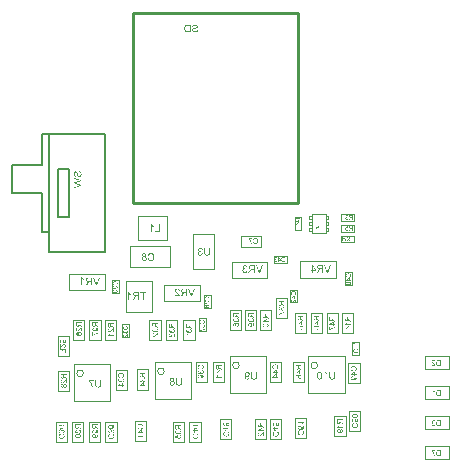
<source format=gbr>
%TF.GenerationSoftware,Altium Limited,Altium Designer,21.4.1 (30)*%
G04 Layer_Color=32896*
%FSLAX45Y45*%
%MOMM*%
%TF.SameCoordinates,F4A6E2B2-E63A-418B-8CEE-B9A354165880*%
%TF.FilePolarity,Positive*%
%TF.FileFunction,Other,Bottom_Component_Outline*%
%TF.Part,Single*%
G01*
G75*
%TA.AperFunction,NonConductor*%
%ADD96C,0.20000*%
%ADD97C,0.25400*%
%ADD101C,0.10000*%
%ADD103C,0.12700*%
%ADD134C,0.07620*%
G36*
X3249107Y910829D02*
X3250303Y910758D01*
X3251429Y910547D01*
X3252484Y910336D01*
X3253469Y910055D01*
X3254384Y909773D01*
X3255228Y909421D01*
X3256002Y909070D01*
X3256706Y908718D01*
X3257269Y908366D01*
X3257761Y908085D01*
X3258183Y907803D01*
X3258535Y907592D01*
X3258746Y907381D01*
X3258887Y907311D01*
X3258957Y907240D01*
X3259661Y906537D01*
X3260294Y905763D01*
X3260927Y904918D01*
X3261420Y904074D01*
X3262264Y902386D01*
X3262827Y900697D01*
X3263038Y899923D01*
X3263249Y899149D01*
X3263390Y898516D01*
X3263530Y897953D01*
X3263601Y897460D01*
Y897109D01*
X3263671Y896898D01*
Y896827D01*
X3257550Y896194D01*
X3257409Y897812D01*
X3257128Y899219D01*
X3256706Y900486D01*
X3256213Y901471D01*
X3255791Y902315D01*
X3255369Y902878D01*
X3255087Y903230D01*
X3254947Y903371D01*
X3253891Y904215D01*
X3252766Y904848D01*
X3251570Y905341D01*
X3250514Y905622D01*
X3249529Y905833D01*
X3248685Y905903D01*
X3248403Y905974D01*
X3247981D01*
X3246504Y905903D01*
X3245167Y905622D01*
X3244041Y905200D01*
X3243056Y904778D01*
X3242282Y904285D01*
X3241790Y903933D01*
X3241438Y903652D01*
X3241297Y903511D01*
X3240453Y902526D01*
X3239820Y901541D01*
X3239327Y900556D01*
X3239046Y899571D01*
X3238835Y898797D01*
X3238764Y898094D01*
X3238694Y897672D01*
Y897601D01*
Y897531D01*
X3238835Y896264D01*
X3239116Y894928D01*
X3239609Y893732D01*
X3240101Y892606D01*
X3240664Y891691D01*
X3241157Y890917D01*
X3241297Y890636D01*
X3241438Y890425D01*
X3241579Y890354D01*
Y890284D01*
X3242142Y889510D01*
X3242845Y888736D01*
X3243619Y887892D01*
X3244463Y887048D01*
X3246222Y885359D01*
X3247981Y883670D01*
X3248896Y882896D01*
X3249670Y882193D01*
X3250444Y881560D01*
X3251077Y880997D01*
X3251570Y880575D01*
X3251992Y880223D01*
X3252273Y880012D01*
X3252344Y879941D01*
X3254102Y878464D01*
X3255721Y877057D01*
X3257057Y875790D01*
X3258113Y874735D01*
X3259028Y873820D01*
X3259661Y873187D01*
X3260013Y872765D01*
X3260153Y872694D01*
Y872624D01*
X3261138Y871428D01*
X3261912Y870302D01*
X3262616Y869177D01*
X3263179Y868192D01*
X3263601Y867347D01*
X3263882Y866714D01*
X3264023Y866292D01*
X3264093Y866222D01*
Y866151D01*
X3264375Y865377D01*
X3264515Y864674D01*
X3264656Y863970D01*
X3264727Y863337D01*
X3264797Y862774D01*
Y862352D01*
Y862070D01*
Y862000D01*
X3232503D01*
Y867769D01*
X3256495D01*
X3255650Y868965D01*
X3255228Y869458D01*
X3254876Y869951D01*
X3254525Y870373D01*
X3254243Y870654D01*
X3254032Y870865D01*
X3253962Y870936D01*
X3253610Y871287D01*
X3253188Y871639D01*
X3252203Y872554D01*
X3251077Y873609D01*
X3249881Y874664D01*
X3248755Y875579D01*
X3248263Y876001D01*
X3247841Y876423D01*
X3247489Y876705D01*
X3247207Y876916D01*
X3247067Y877057D01*
X3246996Y877127D01*
X3245871Y878112D01*
X3244745Y879027D01*
X3243760Y879941D01*
X3242845Y880715D01*
X3242001Y881489D01*
X3241297Y882193D01*
X3240594Y882826D01*
X3240031Y883389D01*
X3239468Y883952D01*
X3239046Y884374D01*
X3238694Y884726D01*
X3238342Y885077D01*
X3237990Y885500D01*
X3237850Y885640D01*
X3236865Y886836D01*
X3236020Y887892D01*
X3235317Y888947D01*
X3234754Y889791D01*
X3234332Y890565D01*
X3234050Y891128D01*
X3233910Y891480D01*
X3233839Y891621D01*
X3233417Y892676D01*
X3233136Y893732D01*
X3232854Y894717D01*
X3232714Y895561D01*
X3232643Y896335D01*
X3232573Y896898D01*
Y897249D01*
Y897390D01*
X3232643Y898445D01*
X3232784Y899431D01*
X3232925Y900416D01*
X3233206Y901260D01*
X3233910Y902948D01*
X3234613Y904285D01*
X3235035Y904918D01*
X3235387Y905411D01*
X3235739Y905903D01*
X3236091Y906255D01*
X3236372Y906537D01*
X3236513Y906818D01*
X3236654Y906888D01*
X3236724Y906959D01*
X3237498Y907662D01*
X3238342Y908296D01*
X3239257Y908788D01*
X3240172Y909210D01*
X3242001Y909914D01*
X3243830Y910406D01*
X3244604Y910547D01*
X3245378Y910688D01*
X3246082Y910758D01*
X3246645Y910829D01*
X3247137Y910899D01*
X3247841D01*
X3249107Y910829D01*
D02*
G37*
G36*
X3310600Y862000D02*
X3293081D01*
X3291463Y862070D01*
X3289985Y862141D01*
X3288648Y862281D01*
X3287523Y862422D01*
X3286537Y862563D01*
X3285834Y862633D01*
X3285623Y862704D01*
X3285412Y862774D01*
X3285271D01*
X3284005Y863126D01*
X3282879Y863548D01*
X3281894Y863900D01*
X3281050Y864322D01*
X3280346Y864674D01*
X3279853Y864955D01*
X3279572Y865166D01*
X3279431Y865237D01*
X3278517Y865870D01*
X3277743Y866644D01*
X3276969Y867347D01*
X3276336Y868051D01*
X3275773Y868684D01*
X3275351Y869177D01*
X3275069Y869528D01*
X3274999Y869669D01*
X3274295Y870795D01*
X3273592Y871991D01*
X3273029Y873117D01*
X3272607Y874242D01*
X3272184Y875227D01*
X3271903Y876001D01*
X3271833Y876283D01*
X3271762Y876494D01*
X3271692Y876635D01*
Y876705D01*
X3271270Y878393D01*
X3270918Y880082D01*
X3270707Y881700D01*
X3270496Y883248D01*
X3270426Y884585D01*
Y885148D01*
X3270355Y885640D01*
Y885992D01*
Y886344D01*
Y886485D01*
Y886555D01*
X3270426Y888947D01*
X3270637Y891128D01*
X3270988Y893098D01*
X3271129Y894013D01*
X3271340Y894787D01*
X3271551Y895561D01*
X3271692Y896194D01*
X3271833Y896757D01*
X3272044Y897249D01*
X3272114Y897672D01*
X3272255Y897953D01*
X3272325Y898094D01*
Y898164D01*
X3273099Y899993D01*
X3274014Y901612D01*
X3274999Y903019D01*
X3275913Y904215D01*
X3276758Y905200D01*
X3277461Y905903D01*
X3277743Y906115D01*
X3277954Y906326D01*
X3278024Y906396D01*
X3278095Y906466D01*
X3279220Y907381D01*
X3280416Y908085D01*
X3281612Y908718D01*
X3282738Y909210D01*
X3283723Y909562D01*
X3284497Y909773D01*
X3284779Y909914D01*
X3284990D01*
X3285130Y909984D01*
X3285201D01*
X3286397Y910195D01*
X3287804Y910406D01*
X3289211Y910547D01*
X3290618Y910617D01*
X3291885Y910688D01*
X3310600D01*
Y862000D01*
D02*
G37*
G36*
X248186Y2511232D02*
X250441Y2510856D01*
X252415Y2510292D01*
X254201Y2509634D01*
X255610Y2508976D01*
X256174Y2508694D01*
X256644Y2508507D01*
X257020Y2508225D01*
X257302Y2508131D01*
X257490Y2507943D01*
X257584D01*
X259370Y2506533D01*
X260967Y2505029D01*
X262283Y2503432D01*
X263411Y2501928D01*
X264257Y2500612D01*
X264820Y2499484D01*
X265008Y2499109D01*
X265196Y2498827D01*
X265290Y2498639D01*
Y2498545D01*
X266136Y2496195D01*
X266794Y2493752D01*
X267170Y2491308D01*
X267546Y2488959D01*
X267640Y2487831D01*
X267734Y2486891D01*
Y2486045D01*
X267828Y2485293D01*
Y2483790D01*
X267734Y2481252D01*
X267452Y2478903D01*
X266982Y2476741D01*
X266512Y2474956D01*
X266136Y2473452D01*
X265854Y2472794D01*
X265666Y2472230D01*
X265478Y2471854D01*
X265384Y2471572D01*
X265290Y2471384D01*
Y2471290D01*
X264257Y2469317D01*
X263129Y2467625D01*
X261907Y2466122D01*
X260779Y2464900D01*
X259839Y2463960D01*
X258994Y2463302D01*
X258430Y2462832D01*
X258336Y2462738D01*
X258242D01*
X256456Y2461704D01*
X254765Y2460953D01*
X253167Y2460483D01*
X251663Y2460107D01*
X250347Y2459919D01*
X249314Y2459731D01*
X248938D01*
X248656D01*
X248562D01*
X248468D01*
X246588Y2459825D01*
X244803Y2460107D01*
X243205Y2460577D01*
X241889Y2461047D01*
X240762Y2461611D01*
X239916Y2461986D01*
X239446Y2462362D01*
X239258Y2462456D01*
X237848Y2463584D01*
X236532Y2464900D01*
X235405Y2466310D01*
X234371Y2467719D01*
X233619Y2468941D01*
X233055Y2469975D01*
X232867Y2470351D01*
X232679Y2470633D01*
X232585Y2470821D01*
Y2470915D01*
X232209Y2471666D01*
X231927Y2472606D01*
X231551Y2473640D01*
X231176Y2474768D01*
X230518Y2477117D01*
X229860Y2479561D01*
X229578Y2480688D01*
X229296Y2481722D01*
X229014Y2482756D01*
X228826Y2483602D01*
X228638Y2484260D01*
X228544Y2484824D01*
X228450Y2485199D01*
Y2485293D01*
X227980Y2487173D01*
X227604Y2488865D01*
X227134Y2490368D01*
X226758Y2491684D01*
X226289Y2492906D01*
X225913Y2493940D01*
X225537Y2494879D01*
X225255Y2495725D01*
X224879Y2496383D01*
X224597Y2496947D01*
X224409Y2497323D01*
X224127Y2497699D01*
X223845Y2498169D01*
X223751Y2498263D01*
X222811Y2499109D01*
X221872Y2499672D01*
X220932Y2500142D01*
X219992Y2500424D01*
X219240Y2500612D01*
X218582Y2500706D01*
X218206D01*
X218018D01*
X216515Y2500518D01*
X215199Y2500142D01*
X214071Y2499578D01*
X213037Y2498921D01*
X212286Y2498357D01*
X211628Y2497793D01*
X211252Y2497417D01*
X211158Y2497229D01*
X210688Y2496477D01*
X210218Y2495725D01*
X209466Y2493940D01*
X208996Y2492060D01*
X208620Y2490180D01*
X208432Y2488489D01*
X208338Y2487737D01*
X208244Y2487173D01*
Y2485857D01*
X208338Y2483226D01*
X208714Y2480876D01*
X209278Y2478997D01*
X209842Y2477399D01*
X210406Y2476177D01*
X210970Y2475238D01*
X211346Y2474768D01*
X211440Y2474580D01*
X212755Y2473264D01*
X214165Y2472230D01*
X215669Y2471384D01*
X217173Y2470821D01*
X218582Y2470445D01*
X219616Y2470163D01*
X220086Y2470069D01*
X220368Y2469975D01*
X220556D01*
X220650D01*
X219992Y2461704D01*
X217924Y2461892D01*
X216045Y2462362D01*
X214259Y2462832D01*
X212755Y2463490D01*
X211534Y2464054D01*
X210594Y2464524D01*
X210312Y2464712D01*
X210030Y2464900D01*
X209936Y2464994D01*
X209842D01*
X208244Y2466216D01*
X206835Y2467531D01*
X205613Y2468941D01*
X204673Y2470351D01*
X203827Y2471572D01*
X203357Y2472512D01*
X203170Y2472888D01*
X202982Y2473170D01*
X202888Y2473358D01*
Y2473452D01*
X202136Y2475520D01*
X201572Y2477775D01*
X201102Y2479843D01*
X200820Y2481816D01*
X200632Y2483602D01*
Y2484260D01*
X200538Y2484918D01*
Y2486139D01*
X200632Y2488583D01*
X200914Y2490744D01*
X201290Y2492812D01*
X201666Y2494598D01*
X202042Y2496007D01*
X202230Y2496665D01*
X202418Y2497135D01*
X202606Y2497511D01*
X202700Y2497793D01*
X202794Y2497981D01*
Y2498075D01*
X203733Y2499954D01*
X204767Y2501646D01*
X205895Y2503056D01*
X206929Y2504183D01*
X207869Y2505029D01*
X208620Y2505687D01*
X209184Y2506157D01*
X209278Y2506251D01*
X209372D01*
X210970Y2507191D01*
X212568Y2507849D01*
X214165Y2508319D01*
X215575Y2508601D01*
X216797Y2508788D01*
X217736Y2508976D01*
X218112D01*
X218394D01*
X218488D01*
X218582D01*
X220180Y2508882D01*
X221684Y2508601D01*
X223093Y2508225D01*
X224315Y2507849D01*
X225255Y2507473D01*
X226007Y2507097D01*
X226477Y2506815D01*
X226665Y2506721D01*
X227980Y2505781D01*
X229202Y2504653D01*
X230236Y2503526D01*
X231082Y2502398D01*
X231833Y2501458D01*
X232303Y2500612D01*
X232679Y2500048D01*
X232773Y2499954D01*
Y2499860D01*
X233149Y2499109D01*
X233525Y2498263D01*
X234183Y2496383D01*
X234841Y2494222D01*
X235499Y2492154D01*
X236063Y2490274D01*
X236250Y2489429D01*
X236438Y2488677D01*
X236626Y2488113D01*
X236720Y2487643D01*
X236814Y2487361D01*
Y2487267D01*
X237190Y2485669D01*
X237566Y2484166D01*
X237942Y2482850D01*
X238224Y2481722D01*
X238506Y2480594D01*
X238788Y2479655D01*
X238976Y2478809D01*
X239258Y2478151D01*
X239446Y2477493D01*
X239540Y2477023D01*
X239822Y2476271D01*
X239916Y2475802D01*
X240010Y2475708D01*
X240574Y2474298D01*
X241231Y2473076D01*
X241889Y2472042D01*
X242453Y2471290D01*
X243017Y2470633D01*
X243393Y2470257D01*
X243675Y2469975D01*
X243769Y2469881D01*
X244615Y2469223D01*
X245554Y2468753D01*
X246494Y2468471D01*
X247246Y2468189D01*
X247998Y2468095D01*
X248562Y2468001D01*
X249032D01*
X249126D01*
X250253Y2468095D01*
X251287Y2468283D01*
X252227Y2468565D01*
X252979Y2468941D01*
X253731Y2469317D01*
X254201Y2469599D01*
X254577Y2469787D01*
X254671Y2469881D01*
X255610Y2470633D01*
X256362Y2471572D01*
X257020Y2472512D01*
X257678Y2473358D01*
X258054Y2474204D01*
X258430Y2474862D01*
X258618Y2475332D01*
X258712Y2475520D01*
X259182Y2476929D01*
X259558Y2478433D01*
X259745Y2479937D01*
X259933Y2481252D01*
X260027Y2482380D01*
X260121Y2483320D01*
Y2484166D01*
X260027Y2486233D01*
X259839Y2488113D01*
X259558Y2489805D01*
X259182Y2491308D01*
X258806Y2492530D01*
X258524Y2493470D01*
X258430Y2493752D01*
X258336Y2494034D01*
X258242Y2494128D01*
Y2494222D01*
X257490Y2495725D01*
X256644Y2497135D01*
X255798Y2498169D01*
X254953Y2499109D01*
X254295Y2499860D01*
X253637Y2500330D01*
X253261Y2500612D01*
X253167Y2500706D01*
X251945Y2501364D01*
X250629Y2502022D01*
X249220Y2502398D01*
X247998Y2502774D01*
X246776Y2503056D01*
X245930Y2503244D01*
X245554D01*
X245273Y2503338D01*
X245179D01*
X245085D01*
X245836Y2511420D01*
X248186Y2511232D01*
D02*
G37*
G36*
X266700Y2436894D02*
Y2427872D01*
X217173Y2414151D01*
X215951Y2413775D01*
X214635Y2413493D01*
X213319Y2413117D01*
X212192Y2412835D01*
X211158Y2412553D01*
X210312Y2412365D01*
X209748Y2412271D01*
X209654Y2412177D01*
X209560D01*
X209842Y2412083D01*
X210312Y2411989D01*
X211346Y2411707D01*
X212568Y2411331D01*
X213883Y2410955D01*
X215105Y2410673D01*
X216139Y2410391D01*
X216609Y2410297D01*
X216891Y2410203D01*
X217079Y2410109D01*
X217173D01*
X266700Y2396482D01*
Y2388024D01*
X201666Y2370168D01*
Y2378908D01*
X243487Y2389058D01*
X246400Y2389810D01*
X249032Y2390374D01*
X251475Y2390938D01*
X253543Y2391407D01*
X254483Y2391689D01*
X255328Y2391783D01*
X255986Y2391971D01*
X256550Y2392065D01*
X257020Y2392253D01*
X257396D01*
X257584Y2392347D01*
X257678D01*
X253543Y2393005D01*
X249502Y2393851D01*
X245648Y2394697D01*
X243863Y2395073D01*
X242077Y2395543D01*
X240480Y2395918D01*
X239070Y2396294D01*
X237848Y2396670D01*
X236720Y2396952D01*
X235875Y2397140D01*
X235217Y2397328D01*
X234747Y2397516D01*
X234653D01*
X201666Y2406726D01*
Y2417158D01*
X245648Y2429469D01*
X246024Y2429563D01*
X246588Y2429751D01*
X247340Y2429939D01*
X248186Y2430127D01*
X249126Y2430409D01*
X250160Y2430597D01*
X252227Y2431161D01*
X254295Y2431631D01*
X255234Y2431913D01*
X255986Y2432101D01*
X256738Y2432195D01*
X257208Y2432383D01*
X257584Y2432477D01*
X257678D01*
X255234Y2432947D01*
X252791Y2433417D01*
X250535Y2433886D01*
X248562Y2434356D01*
X247622Y2434544D01*
X246776Y2434732D01*
X246118Y2434920D01*
X245461Y2435014D01*
X244991Y2435108D01*
X244615Y2435202D01*
X244427Y2435296D01*
X244333D01*
X201666Y2444976D01*
Y2453904D01*
X266700Y2436894D01*
D02*
G37*
G36*
X1654733Y1714128D02*
X1657271Y1713658D01*
X1659432Y1712906D01*
X1661312Y1712155D01*
X1662158Y1711685D01*
X1662816Y1711309D01*
X1663473Y1710933D01*
X1663943Y1710557D01*
X1664319Y1710275D01*
X1664601Y1710087D01*
X1664789Y1709993D01*
X1664883Y1709899D01*
X1666669Y1708113D01*
X1668078Y1706140D01*
X1669206Y1704072D01*
X1670146Y1702005D01*
X1670710Y1700219D01*
X1670992Y1699467D01*
X1671180Y1698809D01*
X1671274Y1698246D01*
X1671368Y1697870D01*
X1671462Y1697588D01*
Y1697494D01*
X1663473Y1696084D01*
X1663098Y1698152D01*
X1662534Y1699937D01*
X1661876Y1701441D01*
X1661218Y1702663D01*
X1660560Y1703602D01*
X1659996Y1704260D01*
X1659620Y1704730D01*
X1659526Y1704824D01*
X1658305Y1705764D01*
X1656989Y1706516D01*
X1655767Y1706986D01*
X1654545Y1707362D01*
X1653418Y1707550D01*
X1652572Y1707738D01*
X1651820D01*
X1650128Y1707644D01*
X1648625Y1707268D01*
X1647309Y1706798D01*
X1646181Y1706328D01*
X1645335Y1705764D01*
X1644677Y1705294D01*
X1644208Y1704918D01*
X1644114Y1704824D01*
X1643080Y1703696D01*
X1642328Y1702475D01*
X1641858Y1701253D01*
X1641482Y1700125D01*
X1641294Y1699091D01*
X1641106Y1698340D01*
Y1697776D01*
Y1697682D01*
Y1697588D01*
Y1696554D01*
X1641294Y1695614D01*
X1641764Y1694016D01*
X1642422Y1692607D01*
X1643174Y1691385D01*
X1643926Y1690539D01*
X1644583Y1689881D01*
X1645053Y1689505D01*
X1645147Y1689411D01*
X1645241D01*
X1646839Y1688566D01*
X1648343Y1687908D01*
X1649940Y1687438D01*
X1651350Y1687156D01*
X1652572Y1686968D01*
X1653606Y1686780D01*
X1654827D01*
X1655203Y1686874D01*
X1655673D01*
X1656613Y1679825D01*
X1655391Y1680107D01*
X1654263Y1680295D01*
X1653324Y1680483D01*
X1652478Y1680577D01*
X1651820Y1680671D01*
X1650974D01*
X1649001Y1680483D01*
X1647215Y1680107D01*
X1645617Y1679544D01*
X1644302Y1678886D01*
X1643268Y1678228D01*
X1642516Y1677664D01*
X1642046Y1677288D01*
X1641858Y1677100D01*
X1640636Y1675690D01*
X1639696Y1674187D01*
X1639039Y1672683D01*
X1638663Y1671179D01*
X1638381Y1669958D01*
X1638287Y1668924D01*
X1638193Y1668548D01*
Y1668266D01*
Y1668078D01*
Y1667984D01*
X1638381Y1665916D01*
X1638851Y1664037D01*
X1639415Y1662439D01*
X1640166Y1661029D01*
X1640918Y1659902D01*
X1641482Y1659056D01*
X1641952Y1658492D01*
X1642140Y1658304D01*
X1643644Y1656988D01*
X1645241Y1656049D01*
X1646839Y1655391D01*
X1648343Y1654921D01*
X1649658Y1654639D01*
X1650692Y1654545D01*
X1651068Y1654451D01*
X1651632D01*
X1653324Y1654545D01*
X1654921Y1654921D01*
X1656331Y1655391D01*
X1657459Y1655955D01*
X1658399Y1656424D01*
X1659150Y1656894D01*
X1659526Y1657270D01*
X1659714Y1657364D01*
X1660842Y1658680D01*
X1661782Y1660184D01*
X1662628Y1661781D01*
X1663285Y1663473D01*
X1663755Y1664883D01*
X1663943Y1665540D01*
X1664037Y1666104D01*
X1664131Y1666574D01*
X1664225Y1666950D01*
X1664319Y1667138D01*
Y1667232D01*
X1672308Y1666198D01*
X1672120Y1664695D01*
X1671838Y1663285D01*
X1670992Y1660654D01*
X1669958Y1658398D01*
X1669394Y1657458D01*
X1668830Y1656518D01*
X1668266Y1655673D01*
X1667703Y1655015D01*
X1667233Y1654357D01*
X1666763Y1653887D01*
X1666481Y1653511D01*
X1666199Y1653229D01*
X1666011Y1653041D01*
X1665917Y1652947D01*
X1664789Y1652101D01*
X1663661Y1651256D01*
X1662534Y1650598D01*
X1661312Y1650034D01*
X1658962Y1649094D01*
X1656707Y1648530D01*
X1655673Y1648342D01*
X1654733Y1648154D01*
X1653887Y1648060D01*
X1653136Y1647966D01*
X1652572Y1647872D01*
X1651726D01*
X1649940Y1647966D01*
X1648343Y1648154D01*
X1646745Y1648436D01*
X1645241Y1648812D01*
X1643832Y1649282D01*
X1642610Y1649752D01*
X1641388Y1650316D01*
X1640354Y1650880D01*
X1639321Y1651350D01*
X1638475Y1651913D01*
X1637723Y1652383D01*
X1637159Y1652853D01*
X1636689Y1653229D01*
X1636313Y1653511D01*
X1636125Y1653699D01*
X1636031Y1653793D01*
X1634904Y1654921D01*
X1633964Y1656142D01*
X1633118Y1657364D01*
X1632366Y1658586D01*
X1631802Y1659714D01*
X1631238Y1660935D01*
X1630486Y1663191D01*
X1630298Y1664225D01*
X1630111Y1665165D01*
X1629923Y1666010D01*
X1629829Y1666762D01*
X1629735Y1667326D01*
Y1667796D01*
Y1668078D01*
Y1668172D01*
X1629829Y1670427D01*
X1630205Y1672495D01*
X1630768Y1674281D01*
X1631332Y1675784D01*
X1631896Y1677006D01*
X1632460Y1677946D01*
X1632836Y1678510D01*
X1632930Y1678698D01*
X1634246Y1680107D01*
X1635655Y1681329D01*
X1637159Y1682269D01*
X1638663Y1683021D01*
X1639978Y1683585D01*
X1641012Y1683961D01*
X1641388Y1684055D01*
X1641670Y1684149D01*
X1641858Y1684243D01*
X1641952D01*
X1640354Y1685088D01*
X1639039Y1685934D01*
X1637911Y1686874D01*
X1636971Y1687720D01*
X1636219Y1688472D01*
X1635655Y1689129D01*
X1635373Y1689505D01*
X1635279Y1689693D01*
X1634528Y1691009D01*
X1633964Y1692325D01*
X1633494Y1693641D01*
X1633212Y1694862D01*
X1633024Y1695896D01*
X1632930Y1696648D01*
Y1697212D01*
Y1697400D01*
X1633024Y1698997D01*
X1633306Y1700595D01*
X1633682Y1702005D01*
X1634152Y1703226D01*
X1634622Y1704260D01*
X1634997Y1705106D01*
X1635279Y1705576D01*
X1635373Y1705764D01*
X1636313Y1707174D01*
X1637441Y1708395D01*
X1638569Y1709429D01*
X1639696Y1710369D01*
X1640636Y1711027D01*
X1641482Y1711591D01*
X1642046Y1711873D01*
X1642140Y1711967D01*
X1642234D01*
X1643926Y1712718D01*
X1645617Y1713282D01*
X1647309Y1713752D01*
X1648813Y1714034D01*
X1650034Y1714222D01*
X1651068Y1714316D01*
X1653418D01*
X1654733Y1714128D01*
D02*
G37*
G36*
X1776907Y1649000D02*
X1767885D01*
X1742511Y1714034D01*
X1751251D01*
X1768919Y1666762D01*
X1769671Y1664789D01*
X1770329Y1662909D01*
X1770893Y1661123D01*
X1771362Y1659526D01*
X1771832Y1658116D01*
X1772114Y1657082D01*
X1772208Y1656706D01*
X1772302Y1656424D01*
X1772396Y1656236D01*
Y1656142D01*
X1773524Y1659902D01*
X1774088Y1661687D01*
X1774652Y1663285D01*
X1775122Y1664695D01*
X1775310Y1665259D01*
X1775404Y1665822D01*
X1775592Y1666198D01*
X1775686Y1666480D01*
X1775780Y1666668D01*
Y1666762D01*
X1792696Y1714034D01*
X1802094D01*
X1776907Y1649000D01*
D02*
G37*
G36*
X1734616D02*
X1725970D01*
Y1677852D01*
X1714880D01*
X1713847Y1677758D01*
X1713095D01*
X1712437Y1677664D01*
X1711967Y1677570D01*
X1711591D01*
X1711403Y1677476D01*
X1711309D01*
X1709806Y1677006D01*
X1709148Y1676724D01*
X1708584Y1676442D01*
X1708020Y1676160D01*
X1707644Y1675972D01*
X1707456Y1675878D01*
X1707362Y1675784D01*
X1706610Y1675220D01*
X1705858Y1674563D01*
X1704449Y1673153D01*
X1703791Y1672495D01*
X1703321Y1671931D01*
X1703039Y1671555D01*
X1702945Y1671461D01*
X1702005Y1670146D01*
X1700971Y1668736D01*
X1699938Y1667232D01*
X1698904Y1665822D01*
X1698058Y1664507D01*
X1697400Y1663473D01*
X1697118Y1663097D01*
X1696930Y1662815D01*
X1696742Y1662627D01*
Y1662533D01*
X1688190Y1649000D01*
X1677476D01*
X1688660Y1666668D01*
X1689976Y1668548D01*
X1691198Y1670239D01*
X1692419Y1671649D01*
X1693453Y1672965D01*
X1694393Y1673905D01*
X1695145Y1674657D01*
X1695615Y1675126D01*
X1695803Y1675314D01*
X1696554Y1675878D01*
X1697400Y1676536D01*
X1699092Y1677570D01*
X1699844Y1677946D01*
X1700408Y1678322D01*
X1700783Y1678510D01*
X1700971Y1678604D01*
X1699280Y1678886D01*
X1697682Y1679168D01*
X1696272Y1679637D01*
X1694863Y1680013D01*
X1693641Y1680483D01*
X1692513Y1681047D01*
X1691479Y1681517D01*
X1690540Y1681987D01*
X1689788Y1682551D01*
X1689036Y1683021D01*
X1688472Y1683397D01*
X1688002Y1683773D01*
X1687626Y1684055D01*
X1687344Y1684336D01*
X1687250Y1684430D01*
X1687156Y1684524D01*
X1686405Y1685464D01*
X1685653Y1686404D01*
X1684525Y1688378D01*
X1683773Y1690351D01*
X1683209Y1692231D01*
X1682833Y1693828D01*
X1682739Y1694486D01*
Y1695144D01*
X1682645Y1695614D01*
Y1695990D01*
Y1696178D01*
Y1696272D01*
X1682739Y1698246D01*
X1683021Y1700031D01*
X1683491Y1701723D01*
X1683961Y1703132D01*
X1684525Y1704354D01*
X1684901Y1705294D01*
X1685277Y1705858D01*
X1685371Y1705952D01*
Y1706046D01*
X1686499Y1707550D01*
X1687626Y1708865D01*
X1688848Y1709993D01*
X1689976Y1710839D01*
X1691010Y1711497D01*
X1691855Y1711873D01*
X1692419Y1712155D01*
X1692513Y1712249D01*
X1692607D01*
X1693453Y1712530D01*
X1694487Y1712812D01*
X1696554Y1713282D01*
X1698810Y1713564D01*
X1700877Y1713846D01*
X1702851Y1713940D01*
X1703697D01*
X1704449Y1714034D01*
X1734616D01*
Y1649000D01*
D02*
G37*
G36*
X1742385Y1945391D02*
X1744636Y1945040D01*
X1746606Y1944617D01*
X1747521Y1944336D01*
X1748365Y1944055D01*
X1749139Y1943773D01*
X1749843Y1943492D01*
X1750406Y1943281D01*
X1750969Y1943070D01*
X1751320Y1942858D01*
X1751602Y1942718D01*
X1751813Y1942647D01*
X1751883Y1942577D01*
X1753783Y1941381D01*
X1755401Y1939974D01*
X1756808Y1938567D01*
X1758004Y1937159D01*
X1758919Y1935893D01*
X1759271Y1935330D01*
X1759552Y1934838D01*
X1759834Y1934486D01*
X1759974Y1934204D01*
X1760045Y1933993D01*
X1760115Y1933923D01*
X1761100Y1931742D01*
X1761804Y1929490D01*
X1762296Y1927239D01*
X1762648Y1925199D01*
X1762789Y1924284D01*
X1762859Y1923369D01*
X1762929Y1922666D01*
Y1921962D01*
X1763000Y1921470D01*
Y1921047D01*
Y1920766D01*
Y1920696D01*
X1762859Y1918163D01*
X1762578Y1915700D01*
X1762226Y1913519D01*
X1761944Y1912464D01*
X1761733Y1911549D01*
X1761522Y1910705D01*
X1761241Y1909931D01*
X1761030Y1909227D01*
X1760889Y1908664D01*
X1760678Y1908242D01*
X1760608Y1907891D01*
X1760467Y1907679D01*
Y1907609D01*
X1759412Y1905498D01*
X1758215Y1903599D01*
X1756949Y1901980D01*
X1756316Y1901347D01*
X1755753Y1900714D01*
X1755190Y1900151D01*
X1754627Y1899659D01*
X1754135Y1899236D01*
X1753713Y1898955D01*
X1753431Y1898674D01*
X1753150Y1898463D01*
X1753009Y1898392D01*
X1752939Y1898322D01*
X1751954Y1897759D01*
X1750969Y1897266D01*
X1748858Y1896493D01*
X1746747Y1895930D01*
X1744707Y1895578D01*
X1743722Y1895437D01*
X1742877Y1895296D01*
X1742103Y1895226D01*
X1741470D01*
X1740907Y1895156D01*
X1740133D01*
X1738726Y1895226D01*
X1737389Y1895367D01*
X1736123Y1895508D01*
X1734927Y1895789D01*
X1733801Y1896141D01*
X1732746Y1896493D01*
X1731761Y1896844D01*
X1730846Y1897266D01*
X1730072Y1897618D01*
X1729298Y1897970D01*
X1728735Y1898322D01*
X1728173Y1898674D01*
X1727821Y1898955D01*
X1727469Y1899096D01*
X1727328Y1899236D01*
X1727258Y1899307D01*
X1726273Y1900151D01*
X1725429Y1900995D01*
X1724655Y1901980D01*
X1723881Y1902965D01*
X1722614Y1904935D01*
X1721629Y1906906D01*
X1721207Y1907820D01*
X1720855Y1908664D01*
X1720574Y1909438D01*
X1720363Y1910072D01*
X1720152Y1910634D01*
X1720011Y1911057D01*
X1719941Y1911338D01*
Y1911408D01*
X1726414Y1913027D01*
X1726695Y1911901D01*
X1727047Y1910846D01*
X1727399Y1909861D01*
X1727750Y1908946D01*
X1728173Y1908102D01*
X1728595Y1907398D01*
X1729087Y1906694D01*
X1729509Y1906061D01*
X1729861Y1905498D01*
X1730283Y1905076D01*
X1730635Y1904654D01*
X1730917Y1904302D01*
X1731198Y1904091D01*
X1731409Y1903880D01*
X1731479Y1903810D01*
X1731550Y1903739D01*
X1732253Y1903177D01*
X1733027Y1902754D01*
X1734575Y1901980D01*
X1736053Y1901418D01*
X1737530Y1901066D01*
X1738797Y1900784D01*
X1739289Y1900714D01*
X1739782D01*
X1740204Y1900644D01*
X1740696D01*
X1742315Y1900714D01*
X1743862Y1900995D01*
X1745270Y1901347D01*
X1746536Y1901769D01*
X1747521Y1902192D01*
X1747943Y1902403D01*
X1748295Y1902543D01*
X1748576Y1902684D01*
X1748787Y1902825D01*
X1748928Y1902895D01*
X1748999D01*
X1750335Y1903880D01*
X1751461Y1904935D01*
X1752446Y1906132D01*
X1753220Y1907257D01*
X1753853Y1908242D01*
X1754275Y1909087D01*
X1754416Y1909438D01*
X1754557Y1909649D01*
X1754627Y1909790D01*
Y1909861D01*
X1755190Y1911690D01*
X1755612Y1913519D01*
X1755964Y1915348D01*
X1756175Y1917037D01*
X1756245Y1917811D01*
X1756316Y1918515D01*
Y1919148D01*
X1756386Y1919640D01*
Y1920062D01*
Y1920414D01*
Y1920625D01*
Y1920696D01*
X1756316Y1922525D01*
X1756175Y1924214D01*
X1755894Y1925761D01*
X1755612Y1927169D01*
X1755401Y1928365D01*
X1755260Y1928857D01*
X1755120Y1929279D01*
X1755049Y1929631D01*
X1754979Y1929842D01*
X1754909Y1929983D01*
Y1930053D01*
X1754205Y1931672D01*
X1753431Y1933149D01*
X1752587Y1934345D01*
X1751672Y1935400D01*
X1750898Y1936245D01*
X1750265Y1936808D01*
X1749772Y1937159D01*
X1749702Y1937300D01*
X1749632D01*
X1748154Y1938215D01*
X1746536Y1938918D01*
X1744988Y1939411D01*
X1743511Y1939692D01*
X1742174Y1939903D01*
X1741611Y1939974D01*
X1741118D01*
X1740767Y1940044D01*
X1740204D01*
X1738445Y1939974D01*
X1736827Y1939692D01*
X1735490Y1939270D01*
X1734294Y1938848D01*
X1733379Y1938356D01*
X1732675Y1938004D01*
X1732253Y1937722D01*
X1732113Y1937582D01*
X1730987Y1936526D01*
X1729932Y1935330D01*
X1729087Y1934064D01*
X1728384Y1932797D01*
X1727821Y1931672D01*
X1727610Y1931109D01*
X1727469Y1930687D01*
X1727328Y1930335D01*
X1727188Y1930053D01*
X1727117Y1929913D01*
Y1929842D01*
X1720785Y1931320D01*
X1721207Y1932586D01*
X1721629Y1933712D01*
X1722192Y1934767D01*
X1722685Y1935823D01*
X1723248Y1936737D01*
X1723881Y1937582D01*
X1724444Y1938426D01*
X1725006Y1939129D01*
X1725569Y1939692D01*
X1726062Y1940255D01*
X1726554Y1940748D01*
X1726906Y1941099D01*
X1727258Y1941451D01*
X1727539Y1941662D01*
X1727680Y1941733D01*
X1727750Y1941803D01*
X1728735Y1942436D01*
X1729720Y1943070D01*
X1730705Y1943562D01*
X1731761Y1943984D01*
X1733872Y1944617D01*
X1735771Y1945040D01*
X1736686Y1945251D01*
X1737460Y1945321D01*
X1738234Y1945391D01*
X1738867Y1945462D01*
X1739359Y1945532D01*
X1740063D01*
X1742385Y1945391D01*
D02*
G37*
G36*
X1714031Y1938285D02*
X1690179D01*
X1691868Y1936245D01*
X1693486Y1934064D01*
X1694893Y1931953D01*
X1696230Y1929913D01*
X1696793Y1928998D01*
X1697285Y1928154D01*
X1697778Y1927380D01*
X1698130Y1926746D01*
X1698411Y1926184D01*
X1698622Y1925832D01*
X1698763Y1925550D01*
X1698833Y1925480D01*
X1700240Y1922666D01*
X1701507Y1919851D01*
X1702562Y1917178D01*
X1702984Y1915982D01*
X1703407Y1914786D01*
X1703829Y1913730D01*
X1704110Y1912745D01*
X1704392Y1911901D01*
X1704603Y1911197D01*
X1704814Y1910564D01*
X1704954Y1910142D01*
X1705025Y1909861D01*
Y1909790D01*
X1705728Y1906906D01*
X1706010Y1905498D01*
X1706221Y1904232D01*
X1706432Y1903036D01*
X1706643Y1901840D01*
X1706784Y1900855D01*
X1706924Y1899870D01*
X1706995Y1899025D01*
X1707065Y1898251D01*
X1707136Y1897548D01*
Y1896985D01*
X1707206Y1896563D01*
Y1896281D01*
Y1896070D01*
Y1896000D01*
X1701085D01*
X1700874Y1898674D01*
X1700522Y1901136D01*
X1700170Y1903388D01*
X1699959Y1904443D01*
X1699748Y1905428D01*
X1699607Y1906272D01*
X1699396Y1907046D01*
X1699255Y1907750D01*
X1699115Y1908313D01*
X1698974Y1908735D01*
X1698904Y1909087D01*
X1698833Y1909298D01*
Y1909368D01*
X1697778Y1912605D01*
X1696652Y1915630D01*
X1696089Y1917107D01*
X1695526Y1918515D01*
X1694893Y1919781D01*
X1694330Y1921047D01*
X1693838Y1922173D01*
X1693345Y1923158D01*
X1692923Y1924003D01*
X1692571Y1924776D01*
X1692220Y1925410D01*
X1692009Y1925832D01*
X1691868Y1926113D01*
X1691797Y1926184D01*
X1690953Y1927661D01*
X1690109Y1929139D01*
X1689265Y1930475D01*
X1688420Y1931742D01*
X1687646Y1932868D01*
X1686872Y1933993D01*
X1686098Y1934978D01*
X1685465Y1935823D01*
X1684832Y1936667D01*
X1684269Y1937371D01*
X1683706Y1937933D01*
X1683284Y1938426D01*
X1683003Y1938848D01*
X1682721Y1939129D01*
X1682581Y1939270D01*
X1682510Y1939341D01*
Y1944055D01*
X1714031D01*
Y1938285D01*
D02*
G37*
G36*
X861887Y2062984D02*
X862921Y2061481D01*
X864143Y2059977D01*
X865271Y2058661D01*
X866398Y2057534D01*
X867244Y2056594D01*
X867620Y2056312D01*
X867902Y2056030D01*
X867996Y2055936D01*
X868090Y2055842D01*
X870064Y2054244D01*
X872037Y2052741D01*
X873917Y2051425D01*
X875796Y2050391D01*
X877394Y2049451D01*
X878052Y2049075D01*
X878616Y2048793D01*
X879086Y2048512D01*
X879462Y2048418D01*
X879649Y2048230D01*
X879743D01*
Y2040523D01*
X878334Y2041087D01*
X876924Y2041745D01*
X875514Y2042403D01*
X874199Y2043061D01*
X873071Y2043625D01*
X872131Y2044094D01*
X871567Y2044470D01*
X871473Y2044564D01*
X871379D01*
X869688Y2045598D01*
X868184Y2046632D01*
X866868Y2047572D01*
X865834Y2048418D01*
X864895Y2049075D01*
X864331Y2049639D01*
X863861Y2050015D01*
X863767Y2050109D01*
Y1999266D01*
X855779D01*
Y2064582D01*
X860947D01*
X861887Y2062984D01*
D02*
G37*
G36*
X933500Y1999266D02*
X892807D01*
Y2006972D01*
X924854D01*
Y2064300D01*
X933500D01*
Y1999266D01*
D02*
G37*
G36*
X513371Y362424D02*
X514567Y362283D01*
X515763Y362072D01*
X516818Y361790D01*
X517803Y361439D01*
X518788Y361087D01*
X519632Y360665D01*
X520406Y360313D01*
X521110Y359891D01*
X521743Y359469D01*
X522236Y359117D01*
X522728Y358765D01*
X523080Y358484D01*
X523291Y358273D01*
X523432Y358132D01*
X523502Y358062D01*
X524276Y357217D01*
X524980Y356373D01*
X525543Y355458D01*
X526035Y354544D01*
X526528Y353629D01*
X526879Y352714D01*
X527372Y351026D01*
X527583Y350252D01*
X527724Y349548D01*
X527794Y348915D01*
X527864Y348352D01*
X527935Y347930D01*
Y346382D01*
X527794Y345538D01*
X527442Y343849D01*
X526950Y342301D01*
X526387Y340894D01*
X525824Y339768D01*
X525543Y339276D01*
X525331Y338854D01*
X525120Y338502D01*
X524980Y338291D01*
X524909Y338150D01*
X524839Y338080D01*
X537996Y340683D01*
Y360172D01*
X543695D01*
Y335969D01*
X518647Y331255D01*
X517873Y336884D01*
X518647Y337376D01*
X519281Y338009D01*
X519914Y338572D01*
X520406Y339135D01*
X520758Y339698D01*
X521110Y340120D01*
X521251Y340402D01*
X521321Y340472D01*
X521743Y341387D01*
X522095Y342301D01*
X522306Y343146D01*
X522517Y343990D01*
X522587Y344693D01*
X522658Y345256D01*
Y346593D01*
X522517Y347437D01*
X522165Y348915D01*
X521673Y350181D01*
X521180Y351307D01*
X520617Y352151D01*
X520125Y352785D01*
X519773Y353136D01*
X519703Y353277D01*
X519632D01*
X518436Y354262D01*
X517170Y354966D01*
X515833Y355458D01*
X514496Y355810D01*
X513371Y356021D01*
X512878Y356091D01*
X512456D01*
X512104Y356162D01*
X511823D01*
X511682D01*
X511612D01*
X510627D01*
X509712Y356021D01*
X507953Y355669D01*
X506475Y355177D01*
X505279Y354684D01*
X504294Y354121D01*
X503520Y353629D01*
X503309Y353418D01*
X503098Y353277D01*
X503028Y353207D01*
X502958Y353136D01*
X502395Y352574D01*
X501902Y352011D01*
X501058Y350744D01*
X500495Y349548D01*
X500143Y348352D01*
X499862Y347367D01*
X499791Y346523D01*
X499721Y346241D01*
Y345819D01*
X499791Y344482D01*
X500073Y343286D01*
X500425Y342231D01*
X500847Y341387D01*
X501269Y340613D01*
X501621Y340050D01*
X501902Y339768D01*
X501973Y339628D01*
X502958Y338783D01*
X504013Y338080D01*
X505209Y337517D01*
X506264Y337095D01*
X507320Y336813D01*
X508094Y336602D01*
X508446Y336532D01*
X508657Y336462D01*
X508797D01*
X508868D01*
X508375Y330200D01*
X507249Y330340D01*
X506194Y330552D01*
X504224Y331185D01*
X502535Y331959D01*
X501762Y332381D01*
X501128Y332803D01*
X500495Y333155D01*
X499932Y333577D01*
X499510Y333929D01*
X499158Y334281D01*
X498877Y334562D01*
X498595Y334703D01*
X498525Y334843D01*
X498455Y334914D01*
X497821Y335758D01*
X497259Y336602D01*
X496766Y337517D01*
X496344Y338432D01*
X495711Y340191D01*
X495289Y341950D01*
X495077Y342723D01*
X495007Y343497D01*
X494937Y344131D01*
X494866Y344693D01*
X494796Y345186D01*
Y345819D01*
X494866Y347297D01*
X495077Y348704D01*
X495359Y350041D01*
X495711Y351237D01*
X496203Y352363D01*
X496696Y353418D01*
X497188Y354403D01*
X497751Y355247D01*
X498314Y356021D01*
X498806Y356725D01*
X499369Y357288D01*
X499791Y357780D01*
X500143Y358132D01*
X500425Y358413D01*
X500636Y358554D01*
X500706Y358624D01*
X501621Y359328D01*
X502606Y359891D01*
X503520Y360454D01*
X504505Y360876D01*
X506405Y361579D01*
X508234Y362002D01*
X509008Y362142D01*
X509782Y362283D01*
X510416Y362353D01*
X510978Y362424D01*
X511471Y362494D01*
X511823D01*
X512034D01*
X512104D01*
X513371Y362424D01*
D02*
G37*
G36*
X511682Y324219D02*
X513230Y323938D01*
X514567Y323516D01*
X515692Y323094D01*
X516607Y322671D01*
X517311Y322249D01*
X517733Y321968D01*
X517873Y321898D01*
X518929Y320912D01*
X519844Y319857D01*
X520547Y318731D01*
X521110Y317606D01*
X521532Y316621D01*
X521814Y315847D01*
X521884Y315565D01*
X521954Y315354D01*
X522025Y315213D01*
Y315143D01*
X522658Y316339D01*
X523291Y317324D01*
X523995Y318169D01*
X524628Y318872D01*
X525191Y319435D01*
X525683Y319857D01*
X525965Y320068D01*
X526105Y320139D01*
X527090Y320701D01*
X528075Y321124D01*
X529060Y321475D01*
X529975Y321686D01*
X530749Y321827D01*
X531312Y321898D01*
X531734D01*
X531875D01*
X533071Y321827D01*
X534267Y321616D01*
X535322Y321335D01*
X536237Y320983D01*
X537011Y320631D01*
X537644Y320350D01*
X537996Y320139D01*
X538137Y320068D01*
X539192Y319365D01*
X540107Y318520D01*
X540881Y317676D01*
X541584Y316832D01*
X542077Y316128D01*
X542499Y315495D01*
X542710Y315073D01*
X542780Y315002D01*
Y314932D01*
X543343Y313666D01*
X543765Y312399D01*
X544117Y311133D01*
X544328Y310007D01*
X544469Y309092D01*
X544539Y308318D01*
Y306559D01*
X544398Y305574D01*
X544047Y303675D01*
X543484Y302057D01*
X542921Y300649D01*
X542569Y300016D01*
X542288Y299524D01*
X542006Y299031D01*
X541725Y298679D01*
X541514Y298398D01*
X541373Y298187D01*
X541303Y298046D01*
X541232Y297976D01*
X539896Y296639D01*
X538418Y295584D01*
X536870Y294739D01*
X535322Y294036D01*
X533985Y293614D01*
X533423Y293403D01*
X532930Y293262D01*
X532508Y293191D01*
X532227Y293121D01*
X532015Y293051D01*
X531945D01*
X530890Y299031D01*
X532438Y299313D01*
X533774Y299735D01*
X534900Y300227D01*
X535815Y300720D01*
X536518Y301212D01*
X537011Y301634D01*
X537363Y301916D01*
X537433Y301986D01*
X538137Y302901D01*
X538699Y303886D01*
X539051Y304801D01*
X539333Y305715D01*
X539473Y306559D01*
X539614Y307193D01*
Y307756D01*
X539544Y309022D01*
X539262Y310148D01*
X538911Y311133D01*
X538559Y311977D01*
X538137Y312610D01*
X537785Y313103D01*
X537503Y313455D01*
X537433Y313525D01*
X536589Y314299D01*
X535674Y314862D01*
X534759Y315213D01*
X533915Y315495D01*
X533141Y315636D01*
X532578Y315776D01*
X532156D01*
X532086D01*
X532015D01*
X531242D01*
X530538Y315636D01*
X529342Y315284D01*
X528286Y314791D01*
X527372Y314228D01*
X526739Y313666D01*
X526246Y313173D01*
X525965Y312821D01*
X525894Y312751D01*
Y312681D01*
X525261Y311485D01*
X524769Y310359D01*
X524417Y309163D01*
X524206Y308107D01*
X524065Y307193D01*
X523924Y306419D01*
Y305504D01*
X523995Y305223D01*
Y304871D01*
X518718Y304167D01*
X518929Y305082D01*
X519070Y305926D01*
X519210Y306630D01*
X519281Y307263D01*
X519351Y307756D01*
Y308389D01*
X519210Y309866D01*
X518929Y311203D01*
X518507Y312399D01*
X518014Y313384D01*
X517522Y314158D01*
X517100Y314721D01*
X516818Y315073D01*
X516677Y315213D01*
X515622Y316128D01*
X514496Y316832D01*
X513371Y317324D01*
X512245Y317606D01*
X511330Y317817D01*
X510556Y317887D01*
X510275Y317957D01*
X510064D01*
X509923D01*
X509853D01*
X508305Y317817D01*
X506898Y317465D01*
X505702Y317043D01*
X504646Y316480D01*
X503802Y315917D01*
X503169Y315495D01*
X502747Y315143D01*
X502606Y315002D01*
X501621Y313877D01*
X500917Y312681D01*
X500425Y311485D01*
X500073Y310359D01*
X499862Y309374D01*
X499791Y308600D01*
X499721Y308318D01*
Y307896D01*
X499791Y306630D01*
X500073Y305434D01*
X500425Y304378D01*
X500847Y303534D01*
X501199Y302830D01*
X501550Y302268D01*
X501832Y301986D01*
X501902Y301845D01*
X502887Y301001D01*
X504013Y300298D01*
X505209Y299664D01*
X506475Y299172D01*
X507531Y298820D01*
X508023Y298679D01*
X508446Y298609D01*
X508797Y298539D01*
X509079Y298468D01*
X509219Y298398D01*
X509290D01*
X508516Y292418D01*
X507390Y292558D01*
X506335Y292769D01*
X504365Y293403D01*
X502676Y294176D01*
X501973Y294599D01*
X501269Y295021D01*
X500636Y295443D01*
X500143Y295865D01*
X499651Y296217D01*
X499299Y296569D01*
X499018Y296780D01*
X498806Y296991D01*
X498666Y297131D01*
X498595Y297202D01*
X497962Y298046D01*
X497329Y298890D01*
X496836Y299735D01*
X496414Y300649D01*
X495711Y302408D01*
X495289Y304097D01*
X495148Y304871D01*
X495007Y305574D01*
X494937Y306208D01*
X494866Y306771D01*
X494796Y307193D01*
Y307826D01*
X494866Y309163D01*
X495007Y310359D01*
X495218Y311555D01*
X495500Y312681D01*
X495851Y313736D01*
X496203Y314651D01*
X496625Y315565D01*
X497048Y316339D01*
X497399Y317113D01*
X497821Y317746D01*
X498173Y318309D01*
X498525Y318731D01*
X498806Y319083D01*
X499018Y319365D01*
X499158Y319505D01*
X499229Y319576D01*
X500073Y320420D01*
X500988Y321124D01*
X501902Y321757D01*
X502817Y322320D01*
X503661Y322742D01*
X504576Y323164D01*
X506264Y323727D01*
X507038Y323868D01*
X507742Y324008D01*
X508375Y324149D01*
X508938Y324219D01*
X509360Y324290D01*
X509712D01*
X509923D01*
X509993D01*
X511682Y324219D01*
D02*
G37*
G36*
X512667Y280386D02*
X511541Y280105D01*
X510486Y279753D01*
X509501Y279401D01*
X508586Y279049D01*
X507742Y278627D01*
X507038Y278205D01*
X506335Y277713D01*
X505702Y277291D01*
X505139Y276939D01*
X504717Y276517D01*
X504294Y276165D01*
X503943Y275883D01*
X503732Y275602D01*
X503520Y275391D01*
X503450Y275321D01*
X503380Y275250D01*
X502817Y274547D01*
X502395Y273773D01*
X501621Y272225D01*
X501058Y270747D01*
X500706Y269270D01*
X500425Y268003D01*
X500354Y267511D01*
Y267018D01*
X500284Y266596D01*
Y266104D01*
X500354Y264485D01*
X500636Y262937D01*
X500988Y261530D01*
X501410Y260264D01*
X501832Y259279D01*
X502043Y258857D01*
X502184Y258505D01*
X502324Y258224D01*
X502465Y258012D01*
X502535Y257872D01*
Y257801D01*
X503520Y256465D01*
X504576Y255339D01*
X505772Y254354D01*
X506898Y253580D01*
X507883Y252947D01*
X508727Y252525D01*
X509079Y252384D01*
X509290Y252243D01*
X509431Y252173D01*
X509501D01*
X511330Y251610D01*
X513160Y251188D01*
X514989Y250836D01*
X516677Y250625D01*
X517451Y250554D01*
X518155Y250484D01*
X518788D01*
X519281Y250414D01*
X519703D01*
X520055D01*
X520266D01*
X520336D01*
X522165Y250484D01*
X523854Y250625D01*
X525402Y250906D01*
X526809Y251188D01*
X528005Y251399D01*
X528498Y251540D01*
X528920Y251680D01*
X529271Y251751D01*
X529483Y251821D01*
X529623Y251891D01*
X529694D01*
X531312Y252595D01*
X532789Y253369D01*
X533985Y254213D01*
X535041Y255128D01*
X535885Y255902D01*
X536448Y256535D01*
X536800Y257027D01*
X536941Y257098D01*
Y257168D01*
X537855Y258646D01*
X538559Y260264D01*
X539051Y261812D01*
X539333Y263289D01*
X539544Y264626D01*
X539614Y265189D01*
Y265681D01*
X539684Y266033D01*
Y266596D01*
X539614Y268355D01*
X539333Y269973D01*
X538911Y271310D01*
X538488Y272506D01*
X537996Y273421D01*
X537644Y274124D01*
X537363Y274547D01*
X537222Y274687D01*
X536167Y275813D01*
X534970Y276868D01*
X533704Y277713D01*
X532438Y278416D01*
X531312Y278979D01*
X530749Y279190D01*
X530327Y279331D01*
X529975Y279472D01*
X529694Y279612D01*
X529553Y279683D01*
X529483D01*
X530960Y286015D01*
X532227Y285593D01*
X533352Y285171D01*
X534408Y284608D01*
X535463Y284115D01*
X536378Y283552D01*
X537222Y282919D01*
X538066Y282356D01*
X538770Y281793D01*
X539333Y281231D01*
X539896Y280738D01*
X540388Y280246D01*
X540740Y279894D01*
X541092Y279542D01*
X541303Y279261D01*
X541373Y279120D01*
X541443Y279049D01*
X542077Y278064D01*
X542710Y277079D01*
X543202Y276094D01*
X543625Y275039D01*
X544258Y272928D01*
X544680Y271029D01*
X544891Y270114D01*
X544961Y269340D01*
X545032Y268566D01*
X545102Y267933D01*
X545172Y267440D01*
Y266737D01*
X545032Y264415D01*
X544680Y262164D01*
X544258Y260194D01*
X543976Y259279D01*
X543695Y258435D01*
X543413Y257661D01*
X543132Y256957D01*
X542921Y256394D01*
X542710Y255831D01*
X542499Y255480D01*
X542358Y255198D01*
X542288Y254987D01*
X542217Y254917D01*
X541021Y253017D01*
X539614Y251399D01*
X538207Y249992D01*
X536800Y248796D01*
X535533Y247881D01*
X534970Y247529D01*
X534478Y247248D01*
X534126Y246966D01*
X533845Y246826D01*
X533634Y246755D01*
X533563Y246685D01*
X531382Y245700D01*
X529131Y244996D01*
X526879Y244504D01*
X524839Y244152D01*
X523924Y244011D01*
X523010Y243941D01*
X522306Y243870D01*
X521602D01*
X521110Y243800D01*
X520688D01*
X520406D01*
X520336D01*
X517803Y243941D01*
X515341Y244222D01*
X513160Y244574D01*
X512104Y244855D01*
X511189Y245067D01*
X510345Y245278D01*
X509571Y245559D01*
X508868Y245770D01*
X508305Y245911D01*
X507883Y246122D01*
X507531Y246192D01*
X507320Y246333D01*
X507249D01*
X505139Y247388D01*
X503239Y248584D01*
X501621Y249851D01*
X500988Y250484D01*
X500354Y251047D01*
X499791Y251610D01*
X499299Y252173D01*
X498877Y252665D01*
X498595Y253087D01*
X498314Y253369D01*
X498103Y253650D01*
X498033Y253791D01*
X497962Y253861D01*
X497399Y254846D01*
X496907Y255831D01*
X496133Y257942D01*
X495570Y260053D01*
X495218Y262093D01*
X495077Y263078D01*
X494937Y263923D01*
X494866Y264696D01*
Y265330D01*
X494796Y265893D01*
Y266666D01*
X494866Y268074D01*
X495007Y269410D01*
X495148Y270677D01*
X495429Y271873D01*
X495781Y272999D01*
X496133Y274054D01*
X496485Y275039D01*
X496907Y275954D01*
X497259Y276728D01*
X497610Y277502D01*
X497962Y278064D01*
X498314Y278627D01*
X498595Y278979D01*
X498736Y279331D01*
X498877Y279472D01*
X498947Y279542D01*
X499791Y280527D01*
X500636Y281371D01*
X501621Y282145D01*
X502606Y282919D01*
X504576Y284186D01*
X506546Y285171D01*
X507461Y285593D01*
X508305Y285945D01*
X509079Y286226D01*
X509712Y286437D01*
X510275Y286648D01*
X510697Y286789D01*
X510978Y286859D01*
X511049D01*
X512667Y280386D01*
D02*
G37*
G36*
X91526Y362072D02*
X92722Y361931D01*
X93919Y361720D01*
X94974Y361509D01*
X95959Y361157D01*
X96944Y360805D01*
X97788Y360454D01*
X98562Y360032D01*
X99266Y359609D01*
X99899Y359258D01*
X100391Y358906D01*
X100884Y358554D01*
X101236Y358343D01*
X101447Y358132D01*
X101588Y357991D01*
X101658Y357921D01*
X102432Y357147D01*
X103135Y356303D01*
X103698Y355388D01*
X104191Y354544D01*
X104683Y353699D01*
X105035Y352855D01*
X105528Y351237D01*
X105739Y350533D01*
X105879Y349830D01*
X105950Y349267D01*
X106020Y348704D01*
X106090Y348282D01*
Y347719D01*
X106020Y346452D01*
X105809Y345256D01*
X105598Y344131D01*
X105317Y343146D01*
X104965Y342301D01*
X104754Y341668D01*
X104543Y341246D01*
X104472Y341176D01*
Y341105D01*
X103769Y339980D01*
X102995Y338994D01*
X102221Y338080D01*
X101376Y337376D01*
X100673Y336743D01*
X100110Y336251D01*
X99688Y335969D01*
X99618Y335899D01*
X100884D01*
X102150Y335969D01*
X103276Y336039D01*
X104402Y336180D01*
X105387Y336251D01*
X106302Y336391D01*
X107146Y336532D01*
X107920Y336743D01*
X108623Y336884D01*
X109186Y337024D01*
X109679Y337165D01*
X110101Y337236D01*
X110382Y337376D01*
X110593Y337447D01*
X110734Y337517D01*
X110804D01*
X112212Y338221D01*
X113478Y338924D01*
X114463Y339698D01*
X115307Y340402D01*
X116011Y341035D01*
X116503Y341527D01*
X116785Y341879D01*
X116855Y342020D01*
X117418Y342864D01*
X117770Y343708D01*
X118051Y344553D01*
X118262Y345397D01*
X118403Y346030D01*
X118473Y346593D01*
Y347086D01*
X118333Y348352D01*
X118051Y349548D01*
X117629Y350533D01*
X117207Y351448D01*
X116715Y352151D01*
X116292Y352644D01*
X116011Y352925D01*
X115870Y353066D01*
X115237Y353559D01*
X114463Y354051D01*
X113619Y354473D01*
X112774Y354755D01*
X112001Y355036D01*
X111367Y355247D01*
X110945Y355318D01*
X110875Y355388D01*
X110804D01*
X111297Y361368D01*
X113267Y360946D01*
X115026Y360313D01*
X116574Y359609D01*
X117840Y358835D01*
X118825Y358062D01*
X119247Y357780D01*
X119599Y357428D01*
X119810Y357217D01*
X120021Y357006D01*
X120092Y356936D01*
X120162Y356865D01*
X120725Y356162D01*
X121217Y355388D01*
X122062Y353840D01*
X122625Y352292D01*
X122976Y350815D01*
X123258Y349478D01*
X123328Y348915D01*
Y348422D01*
X123399Y348000D01*
Y347437D01*
X123328Y346030D01*
X123187Y344693D01*
X122906Y343427D01*
X122554Y342231D01*
X122062Y341176D01*
X121640Y340120D01*
X121077Y339206D01*
X120584Y338361D01*
X120092Y337658D01*
X119529Y336954D01*
X119107Y336391D01*
X118685Y335969D01*
X118262Y335617D01*
X117981Y335336D01*
X117840Y335195D01*
X117770Y335125D01*
X116503Y334210D01*
X115026Y333436D01*
X113478Y332733D01*
X111860Y332099D01*
X110171Y331607D01*
X108483Y331185D01*
X106724Y330833D01*
X105105Y330552D01*
X103487Y330340D01*
X102010Y330200D01*
X100673Y330059D01*
X99547Y329989D01*
X98562D01*
X97859Y329918D01*
X97577D01*
X97366D01*
X97296D01*
X97225D01*
X94974Y329989D01*
X92863Y330129D01*
X90893Y330340D01*
X89064Y330692D01*
X87446Y331044D01*
X85968Y331396D01*
X84631Y331818D01*
X83435Y332310D01*
X82450Y332733D01*
X81536Y333155D01*
X80832Y333507D01*
X80199Y333929D01*
X79706Y334210D01*
X79425Y334421D01*
X79214Y334562D01*
X79143Y334632D01*
X78158Y335547D01*
X77314Y336532D01*
X76610Y337517D01*
X75977Y338502D01*
X75414Y339557D01*
X74992Y340542D01*
X74640Y341527D01*
X74359Y342512D01*
X74148Y343357D01*
X73937Y344201D01*
X73796Y344905D01*
X73726Y345538D01*
Y346101D01*
X73655Y346452D01*
Y346804D01*
X73726Y348422D01*
X74007Y349900D01*
X74289Y351237D01*
X74711Y352433D01*
X75063Y353348D01*
X75414Y354051D01*
X75485Y354333D01*
X75625Y354544D01*
X75696Y354614D01*
Y354684D01*
X76540Y355880D01*
X77525Y357006D01*
X78510Y357921D01*
X79495Y358695D01*
X80410Y359328D01*
X81113Y359750D01*
X81395Y359891D01*
X81606Y360032D01*
X81676Y360102D01*
X81747D01*
X83224Y360805D01*
X84772Y361298D01*
X86179Y361650D01*
X87516Y361861D01*
X88642Y362072D01*
X89064D01*
X89486Y362142D01*
X89838D01*
X90049D01*
X90190D01*
X90260D01*
X91526Y362072D01*
D02*
G37*
G36*
X90541Y324219D02*
X92089Y323938D01*
X93426Y323516D01*
X94552Y323094D01*
X95466Y322671D01*
X96170Y322249D01*
X96592Y321968D01*
X96733Y321898D01*
X97788Y320912D01*
X98703Y319857D01*
X99406Y318731D01*
X99969Y317606D01*
X100391Y316621D01*
X100673Y315847D01*
X100743Y315565D01*
X100814Y315354D01*
X100884Y315213D01*
Y315143D01*
X101517Y316339D01*
X102150Y317324D01*
X102854Y318169D01*
X103487Y318872D01*
X104050Y319435D01*
X104543Y319857D01*
X104824Y320068D01*
X104965Y320139D01*
X105950Y320701D01*
X106935Y321124D01*
X107920Y321475D01*
X108834Y321686D01*
X109608Y321827D01*
X110171Y321898D01*
X110593D01*
X110734D01*
X111930Y321827D01*
X113126Y321616D01*
X114182Y321335D01*
X115096Y320983D01*
X115870Y320631D01*
X116503Y320350D01*
X116855Y320139D01*
X116996Y320068D01*
X118051Y319365D01*
X118966Y318520D01*
X119740Y317676D01*
X120443Y316832D01*
X120936Y316128D01*
X121358Y315495D01*
X121569Y315073D01*
X121640Y315002D01*
Y314932D01*
X122202Y313666D01*
X122625Y312399D01*
X122976Y311133D01*
X123187Y310007D01*
X123328Y309092D01*
X123399Y308318D01*
Y306559D01*
X123258Y305574D01*
X122906Y303675D01*
X122343Y302057D01*
X121780Y300649D01*
X121429Y300016D01*
X121147Y299524D01*
X120866Y299031D01*
X120584Y298679D01*
X120373Y298398D01*
X120232Y298187D01*
X120162Y298046D01*
X120092Y297976D01*
X118755Y296639D01*
X117277Y295584D01*
X115730Y294739D01*
X114182Y294036D01*
X112845Y293614D01*
X112282Y293403D01*
X111789Y293262D01*
X111367Y293191D01*
X111086Y293121D01*
X110875Y293051D01*
X110804D01*
X109749Y299031D01*
X111297Y299313D01*
X112634Y299735D01*
X113759Y300227D01*
X114674Y300720D01*
X115378Y301212D01*
X115870Y301634D01*
X116222Y301916D01*
X116292Y301986D01*
X116996Y302901D01*
X117559Y303886D01*
X117911Y304801D01*
X118192Y305715D01*
X118333Y306559D01*
X118473Y307193D01*
Y307756D01*
X118403Y309022D01*
X118122Y310148D01*
X117770Y311133D01*
X117418Y311977D01*
X116996Y312610D01*
X116644Y313103D01*
X116363Y313455D01*
X116292Y313525D01*
X115448Y314299D01*
X114533Y314862D01*
X113619Y315213D01*
X112774Y315495D01*
X112001Y315636D01*
X111438Y315776D01*
X111016D01*
X110945D01*
X110875D01*
X110101D01*
X109397Y315636D01*
X108201Y315284D01*
X107146Y314791D01*
X106231Y314228D01*
X105598Y313666D01*
X105105Y313173D01*
X104824Y312821D01*
X104754Y312751D01*
Y312681D01*
X104120Y311485D01*
X103628Y310359D01*
X103276Y309163D01*
X103065Y308107D01*
X102924Y307193D01*
X102784Y306419D01*
Y305504D01*
X102854Y305223D01*
Y304871D01*
X97577Y304167D01*
X97788Y305082D01*
X97929Y305926D01*
X98070Y306630D01*
X98140Y307263D01*
X98210Y307756D01*
Y308389D01*
X98070Y309866D01*
X97788Y311203D01*
X97366Y312399D01*
X96874Y313384D01*
X96381Y314158D01*
X95959Y314721D01*
X95677Y315073D01*
X95537Y315213D01*
X94481Y316128D01*
X93356Y316832D01*
X92230Y317324D01*
X91104Y317606D01*
X90190Y317817D01*
X89416Y317887D01*
X89134Y317957D01*
X88923D01*
X88782D01*
X88712D01*
X87164Y317817D01*
X85757Y317465D01*
X84561Y317043D01*
X83506Y316480D01*
X82661Y315917D01*
X82028Y315495D01*
X81606Y315143D01*
X81465Y315002D01*
X80480Y313877D01*
X79777Y312681D01*
X79284Y311485D01*
X78932Y310359D01*
X78721Y309374D01*
X78651Y308600D01*
X78580Y308318D01*
Y307896D01*
X78651Y306630D01*
X78932Y305434D01*
X79284Y304378D01*
X79706Y303534D01*
X80058Y302830D01*
X80410Y302268D01*
X80691Y301986D01*
X80762Y301845D01*
X81747Y301001D01*
X82872Y300298D01*
X84068Y299664D01*
X85335Y299172D01*
X86390Y298820D01*
X86883Y298679D01*
X87305Y298609D01*
X87657Y298539D01*
X87938Y298468D01*
X88079Y298398D01*
X88149D01*
X87375Y292418D01*
X86250Y292558D01*
X85194Y292769D01*
X83224Y293403D01*
X81536Y294176D01*
X80832Y294599D01*
X80128Y295021D01*
X79495Y295443D01*
X79003Y295865D01*
X78510Y296217D01*
X78158Y296569D01*
X77877Y296780D01*
X77666Y296991D01*
X77525Y297131D01*
X77455Y297202D01*
X76822Y298046D01*
X76188Y298890D01*
X75696Y299735D01*
X75274Y300649D01*
X74570Y302408D01*
X74148Y304097D01*
X74007Y304871D01*
X73867Y305574D01*
X73796Y306208D01*
X73726Y306771D01*
X73655Y307193D01*
Y307826D01*
X73726Y309163D01*
X73867Y310359D01*
X74078Y311555D01*
X74359Y312681D01*
X74711Y313736D01*
X75063Y314651D01*
X75485Y315565D01*
X75907Y316339D01*
X76259Y317113D01*
X76681Y317746D01*
X77033Y318309D01*
X77384Y318731D01*
X77666Y319083D01*
X77877Y319365D01*
X78018Y319505D01*
X78088Y319576D01*
X78932Y320420D01*
X79847Y321124D01*
X80762Y321757D01*
X81676Y322320D01*
X82521Y322742D01*
X83435Y323164D01*
X85124Y323727D01*
X85898Y323868D01*
X86601Y324008D01*
X87235Y324149D01*
X87797Y324219D01*
X88220Y324290D01*
X88571D01*
X88782D01*
X88853D01*
X90541Y324219D01*
D02*
G37*
G36*
X91526Y280386D02*
X90401Y280105D01*
X89345Y279753D01*
X88360Y279401D01*
X87446Y279049D01*
X86601Y278627D01*
X85898Y278205D01*
X85194Y277713D01*
X84561Y277291D01*
X83998Y276939D01*
X83576Y276517D01*
X83154Y276165D01*
X82802Y275883D01*
X82591Y275602D01*
X82380Y275391D01*
X82309Y275321D01*
X82239Y275250D01*
X81676Y274547D01*
X81254Y273773D01*
X80480Y272225D01*
X79917Y270747D01*
X79565Y269270D01*
X79284Y268003D01*
X79214Y267511D01*
Y267018D01*
X79143Y266596D01*
Y266104D01*
X79214Y264485D01*
X79495Y262937D01*
X79847Y261530D01*
X80269Y260264D01*
X80691Y259279D01*
X80902Y258857D01*
X81043Y258505D01*
X81184Y258224D01*
X81324Y258012D01*
X81395Y257872D01*
Y257801D01*
X82380Y256465D01*
X83435Y255339D01*
X84631Y254354D01*
X85757Y253580D01*
X86742Y252947D01*
X87586Y252525D01*
X87938Y252384D01*
X88149Y252243D01*
X88290Y252173D01*
X88360D01*
X90190Y251610D01*
X92019Y251188D01*
X93848Y250836D01*
X95537Y250625D01*
X96311Y250554D01*
X97014Y250484D01*
X97648D01*
X98140Y250414D01*
X98562D01*
X98914D01*
X99125D01*
X99195D01*
X101025Y250484D01*
X102713Y250625D01*
X104261Y250906D01*
X105668Y251188D01*
X106864Y251399D01*
X107357Y251540D01*
X107779Y251680D01*
X108131Y251751D01*
X108342Y251821D01*
X108483Y251891D01*
X108553D01*
X110171Y252595D01*
X111649Y253369D01*
X112845Y254213D01*
X113900Y255128D01*
X114744Y255902D01*
X115307Y256535D01*
X115659Y257027D01*
X115800Y257098D01*
Y257168D01*
X116715Y258646D01*
X117418Y260264D01*
X117911Y261812D01*
X118192Y263289D01*
X118403Y264626D01*
X118473Y265189D01*
Y265681D01*
X118544Y266033D01*
Y266596D01*
X118473Y268355D01*
X118192Y269973D01*
X117770Y271310D01*
X117348Y272506D01*
X116855Y273421D01*
X116503Y274124D01*
X116222Y274547D01*
X116081Y274687D01*
X115026Y275813D01*
X113830Y276868D01*
X112563Y277713D01*
X111297Y278416D01*
X110171Y278979D01*
X109608Y279190D01*
X109186Y279331D01*
X108834Y279472D01*
X108553Y279612D01*
X108412Y279683D01*
X108342D01*
X109819Y286015D01*
X111086Y285593D01*
X112212Y285171D01*
X113267Y284608D01*
X114322Y284115D01*
X115237Y283552D01*
X116081Y282919D01*
X116926Y282356D01*
X117629Y281793D01*
X118192Y281231D01*
X118755Y280738D01*
X119247Y280246D01*
X119599Y279894D01*
X119951Y279542D01*
X120162Y279261D01*
X120232Y279120D01*
X120303Y279049D01*
X120936Y278064D01*
X121569Y277079D01*
X122062Y276094D01*
X122484Y275039D01*
X123117Y272928D01*
X123539Y271029D01*
X123750Y270114D01*
X123821Y269340D01*
X123891Y268566D01*
X123961Y267933D01*
X124032Y267440D01*
Y266737D01*
X123891Y264415D01*
X123539Y262164D01*
X123117Y260194D01*
X122836Y259279D01*
X122554Y258435D01*
X122273Y257661D01*
X121991Y256957D01*
X121780Y256394D01*
X121569Y255831D01*
X121358Y255480D01*
X121217Y255198D01*
X121147Y254987D01*
X121077Y254917D01*
X119881Y253017D01*
X118473Y251399D01*
X117066Y249992D01*
X115659Y248796D01*
X114393Y247881D01*
X113830Y247529D01*
X113337Y247248D01*
X112986Y246966D01*
X112704Y246826D01*
X112493Y246755D01*
X112423Y246685D01*
X110242Y245700D01*
X107990Y244996D01*
X105739Y244504D01*
X103698Y244152D01*
X102784Y244011D01*
X101869Y243941D01*
X101165Y243870D01*
X100462D01*
X99969Y243800D01*
X99547D01*
X99266D01*
X99195D01*
X96662Y243941D01*
X94200Y244222D01*
X92019Y244574D01*
X90963Y244855D01*
X90049Y245067D01*
X89205Y245278D01*
X88431Y245559D01*
X87727Y245770D01*
X87164Y245911D01*
X86742Y246122D01*
X86390Y246192D01*
X86179Y246333D01*
X86109D01*
X83998Y247388D01*
X82098Y248584D01*
X80480Y249851D01*
X79847Y250484D01*
X79214Y251047D01*
X78651Y251610D01*
X78158Y252173D01*
X77736Y252665D01*
X77455Y253087D01*
X77173Y253369D01*
X76962Y253650D01*
X76892Y253791D01*
X76822Y253861D01*
X76259Y254846D01*
X75766Y255831D01*
X74992Y257942D01*
X74429Y260053D01*
X74078Y262093D01*
X73937Y263078D01*
X73796Y263923D01*
X73726Y264696D01*
Y265330D01*
X73655Y265893D01*
Y266666D01*
X73726Y268074D01*
X73867Y269410D01*
X74007Y270677D01*
X74289Y271873D01*
X74640Y272999D01*
X74992Y274054D01*
X75344Y275039D01*
X75766Y275954D01*
X76118Y276728D01*
X76470Y277502D01*
X76822Y278064D01*
X77173Y278627D01*
X77455Y278979D01*
X77595Y279331D01*
X77736Y279472D01*
X77807Y279542D01*
X78651Y280527D01*
X79495Y281371D01*
X80480Y282145D01*
X81465Y282919D01*
X83435Y284186D01*
X85405Y285171D01*
X86320Y285593D01*
X87164Y285945D01*
X87938Y286226D01*
X88571Y286437D01*
X89134Y286648D01*
X89556Y286789D01*
X89838Y286859D01*
X89908D01*
X91526Y280386D01*
D02*
G37*
G36*
X1909437Y874259D02*
X1911900Y873978D01*
X1914081Y873626D01*
X1915136Y873344D01*
X1916051Y873133D01*
X1916895Y872922D01*
X1917669Y872641D01*
X1918373Y872430D01*
X1918935Y872289D01*
X1919358Y872078D01*
X1919709Y872008D01*
X1919920Y871867D01*
X1919991D01*
X1922102Y870812D01*
X1924001Y869615D01*
X1925619Y868349D01*
X1926253Y867716D01*
X1926886Y867153D01*
X1927449Y866590D01*
X1927941Y866027D01*
X1928363Y865535D01*
X1928645Y865113D01*
X1928926Y864831D01*
X1929137Y864550D01*
X1929208Y864409D01*
X1929278Y864339D01*
X1929841Y863354D01*
X1930333Y862369D01*
X1931107Y860258D01*
X1931670Y858147D01*
X1932022Y856107D01*
X1932163Y855122D01*
X1932303Y854277D01*
X1932374Y853503D01*
Y852870D01*
X1932444Y852307D01*
Y851533D01*
X1932374Y850126D01*
X1932233Y848790D01*
X1932092Y847523D01*
X1931811Y846327D01*
X1931459Y845201D01*
X1931107Y844146D01*
X1930756Y843161D01*
X1930333Y842246D01*
X1929982Y841472D01*
X1929630Y840698D01*
X1929278Y840135D01*
X1928926Y839573D01*
X1928645Y839221D01*
X1928504Y838869D01*
X1928363Y838728D01*
X1928293Y838658D01*
X1927449Y837673D01*
X1926604Y836829D01*
X1925619Y836055D01*
X1924634Y835281D01*
X1922664Y834014D01*
X1920694Y833029D01*
X1919780Y832607D01*
X1918935Y832255D01*
X1918162Y831974D01*
X1917528Y831763D01*
X1916965Y831552D01*
X1916543Y831411D01*
X1916262Y831341D01*
X1916191D01*
X1914573Y837814D01*
X1915699Y838095D01*
X1916754Y838447D01*
X1917739Y838799D01*
X1918654Y839150D01*
X1919498Y839573D01*
X1920202Y839995D01*
X1920905Y840487D01*
X1921539Y840909D01*
X1922102Y841261D01*
X1922524Y841683D01*
X1922946Y842035D01*
X1923298Y842317D01*
X1923509Y842598D01*
X1923720Y842809D01*
X1923790Y842879D01*
X1923861Y842950D01*
X1924423Y843653D01*
X1924846Y844427D01*
X1925619Y845975D01*
X1926182Y847453D01*
X1926534Y848930D01*
X1926816Y850197D01*
X1926886Y850689D01*
Y851182D01*
X1926956Y851604D01*
Y852096D01*
X1926886Y853715D01*
X1926604Y855262D01*
X1926253Y856670D01*
X1925831Y857936D01*
X1925408Y858921D01*
X1925197Y859343D01*
X1925057Y859695D01*
X1924916Y859976D01*
X1924775Y860188D01*
X1924705Y860328D01*
Y860399D01*
X1923720Y861735D01*
X1922664Y862861D01*
X1921468Y863846D01*
X1920343Y864620D01*
X1919358Y865253D01*
X1918513Y865675D01*
X1918162Y865816D01*
X1917950Y865957D01*
X1917810Y866027D01*
X1917739D01*
X1915910Y866590D01*
X1914081Y867012D01*
X1912251Y867364D01*
X1910563Y867575D01*
X1909789Y867645D01*
X1909085Y867716D01*
X1908452D01*
X1907960Y867786D01*
X1907537D01*
X1907186D01*
X1906975D01*
X1906904D01*
X1905075Y867716D01*
X1903386Y867575D01*
X1901838Y867294D01*
X1900431Y867012D01*
X1899235Y866801D01*
X1898743Y866660D01*
X1898321Y866520D01*
X1897969Y866449D01*
X1897758Y866379D01*
X1897617Y866309D01*
X1897547D01*
X1895928Y865605D01*
X1894451Y864831D01*
X1893255Y863987D01*
X1892199Y863072D01*
X1891355Y862298D01*
X1890792Y861665D01*
X1890440Y861173D01*
X1890300Y861102D01*
Y861032D01*
X1889385Y859554D01*
X1888682Y857936D01*
X1888189Y856388D01*
X1887908Y854911D01*
X1887697Y853574D01*
X1887626Y853011D01*
Y852518D01*
X1887556Y852167D01*
Y851604D01*
X1887626Y849845D01*
X1887908Y848227D01*
X1888330Y846890D01*
X1888752Y845694D01*
X1889244Y844779D01*
X1889596Y844076D01*
X1889878Y843653D01*
X1890018Y843513D01*
X1891074Y842387D01*
X1892270Y841332D01*
X1893536Y840487D01*
X1894803Y839784D01*
X1895928Y839221D01*
X1896491Y839010D01*
X1896913Y838869D01*
X1897265Y838728D01*
X1897547Y838588D01*
X1897687Y838517D01*
X1897758D01*
X1896280Y832185D01*
X1895014Y832607D01*
X1893888Y833029D01*
X1892833Y833592D01*
X1891777Y834085D01*
X1890863Y834648D01*
X1890018Y835281D01*
X1889174Y835844D01*
X1888470Y836407D01*
X1887908Y836969D01*
X1887345Y837462D01*
X1886852Y837954D01*
X1886500Y838306D01*
X1886149Y838658D01*
X1885938Y838939D01*
X1885867Y839080D01*
X1885797Y839150D01*
X1885164Y840135D01*
X1884530Y841120D01*
X1884038Y842106D01*
X1883616Y843161D01*
X1882983Y845272D01*
X1882560Y847171D01*
X1882349Y848086D01*
X1882279Y848860D01*
X1882209Y849634D01*
X1882138Y850267D01*
X1882068Y850760D01*
Y851463D01*
X1882209Y853785D01*
X1882560Y856036D01*
X1882983Y858006D01*
X1883264Y858921D01*
X1883545Y859765D01*
X1883827Y860539D01*
X1884108Y861243D01*
X1884319Y861806D01*
X1884530Y862369D01*
X1884741Y862720D01*
X1884882Y863002D01*
X1884953Y863213D01*
X1885023Y863283D01*
X1886219Y865183D01*
X1887626Y866801D01*
X1889033Y868208D01*
X1890440Y869404D01*
X1891707Y870319D01*
X1892270Y870671D01*
X1892762Y870952D01*
X1893114Y871234D01*
X1893396Y871374D01*
X1893607Y871445D01*
X1893677Y871515D01*
X1895858Y872500D01*
X1898109Y873204D01*
X1900361Y873696D01*
X1902401Y874048D01*
X1903316Y874189D01*
X1904231Y874259D01*
X1904934Y874329D01*
X1905638D01*
X1906130Y874400D01*
X1906552D01*
X1906834D01*
X1906904D01*
X1909437Y874259D01*
D02*
G37*
G36*
X1919920Y806715D02*
X1931600D01*
Y800735D01*
X1919920D01*
Y794121D01*
X1914433D01*
Y800735D01*
X1882912D01*
Y805590D01*
X1914433Y827893D01*
X1919920D01*
Y806715D01*
D02*
G37*
G36*
Y768863D02*
X1931600D01*
Y762882D01*
X1919920D01*
Y756269D01*
X1914433D01*
Y762882D01*
X1882912D01*
Y767737D01*
X1914433Y790041D01*
X1919920D01*
Y768863D01*
D02*
G37*
G36*
X1485227Y382272D02*
X1486423Y382131D01*
X1487619Y381920D01*
X1488674Y381709D01*
X1489659Y381357D01*
X1490644Y381006D01*
X1491489Y380654D01*
X1492262Y380232D01*
X1492966Y379810D01*
X1493599Y379458D01*
X1494092Y379106D01*
X1494584Y378754D01*
X1494936Y378543D01*
X1495147Y378332D01*
X1495288Y378191D01*
X1495358Y378121D01*
X1496132Y377347D01*
X1496836Y376503D01*
X1497399Y375588D01*
X1497891Y374744D01*
X1498384Y373899D01*
X1498735Y373055D01*
X1499228Y371437D01*
X1499439Y370733D01*
X1499580Y370030D01*
X1499650Y369467D01*
X1499720Y368904D01*
X1499791Y368482D01*
Y367919D01*
X1499720Y366653D01*
X1499509Y365456D01*
X1499298Y364331D01*
X1499017Y363346D01*
X1498665Y362501D01*
X1498454Y361868D01*
X1498243Y361446D01*
X1498173Y361376D01*
Y361305D01*
X1497469Y360180D01*
X1496695Y359195D01*
X1495921Y358280D01*
X1495077Y357576D01*
X1494373Y356943D01*
X1493810Y356451D01*
X1493388Y356169D01*
X1493318Y356099D01*
X1494584D01*
X1495851Y356169D01*
X1496976Y356240D01*
X1498102Y356380D01*
X1499087Y356451D01*
X1500002Y356591D01*
X1500846Y356732D01*
X1501620Y356943D01*
X1502324Y357084D01*
X1502887Y357225D01*
X1503379Y357365D01*
X1503801Y357436D01*
X1504083Y357576D01*
X1504294Y357647D01*
X1504434Y357717D01*
X1504505D01*
X1505912Y358421D01*
X1507178Y359124D01*
X1508163Y359898D01*
X1509008Y360602D01*
X1509711Y361235D01*
X1510204Y361727D01*
X1510485Y362079D01*
X1510556Y362220D01*
X1511118Y363064D01*
X1511470Y363909D01*
X1511752Y364753D01*
X1511963Y365597D01*
X1512103Y366230D01*
X1512174Y366793D01*
Y367286D01*
X1512033Y368552D01*
X1511752Y369748D01*
X1511329Y370733D01*
X1510907Y371648D01*
X1510415Y372352D01*
X1509993Y372844D01*
X1509711Y373125D01*
X1509571Y373266D01*
X1508937Y373759D01*
X1508163Y374251D01*
X1507319Y374673D01*
X1506475Y374955D01*
X1505701Y375236D01*
X1505068Y375447D01*
X1504645Y375518D01*
X1504575Y375588D01*
X1504505D01*
X1504997Y381568D01*
X1506967Y381146D01*
X1508726Y380513D01*
X1510274Y379810D01*
X1511541Y379036D01*
X1512526Y378262D01*
X1512948Y377980D01*
X1513299Y377628D01*
X1513511Y377417D01*
X1513722Y377206D01*
X1513792Y377136D01*
X1513862Y377066D01*
X1514425Y376362D01*
X1514918Y375588D01*
X1515762Y374040D01*
X1516325Y372492D01*
X1516677Y371015D01*
X1516958Y369678D01*
X1517028Y369115D01*
Y368623D01*
X1517099Y368200D01*
Y367638D01*
X1517028Y366230D01*
X1516888Y364894D01*
X1516606Y363627D01*
X1516255Y362431D01*
X1515762Y361376D01*
X1515340Y360320D01*
X1514777Y359406D01*
X1514284Y358561D01*
X1513792Y357858D01*
X1513229Y357154D01*
X1512807Y356591D01*
X1512385Y356169D01*
X1511963Y355817D01*
X1511681Y355536D01*
X1511541Y355395D01*
X1511470Y355325D01*
X1510204Y354410D01*
X1508726Y353636D01*
X1507178Y352933D01*
X1505560Y352300D01*
X1503872Y351807D01*
X1502183Y351385D01*
X1500424Y351033D01*
X1498806Y350752D01*
X1497188Y350541D01*
X1495710Y350400D01*
X1494373Y350259D01*
X1493247Y350189D01*
X1492262D01*
X1491559Y350118D01*
X1491277D01*
X1491066D01*
X1490996D01*
X1490926D01*
X1488674Y350189D01*
X1486563Y350329D01*
X1484593Y350541D01*
X1482764Y350892D01*
X1481146Y351244D01*
X1479668Y351596D01*
X1478332Y352018D01*
X1477135Y352511D01*
X1476150Y352933D01*
X1475236Y353355D01*
X1474532Y353707D01*
X1473899Y354129D01*
X1473407Y354410D01*
X1473125Y354621D01*
X1472914Y354762D01*
X1472844Y354832D01*
X1471859Y355747D01*
X1471014Y356732D01*
X1470311Y357717D01*
X1469678Y358702D01*
X1469115Y359757D01*
X1468693Y360742D01*
X1468341Y361727D01*
X1468059Y362713D01*
X1467848Y363557D01*
X1467637Y364401D01*
X1467496Y365105D01*
X1467426Y365738D01*
Y366301D01*
X1467356Y366653D01*
Y367004D01*
X1467426Y368623D01*
X1467708Y370100D01*
X1467989Y371437D01*
X1468411Y372633D01*
X1468763Y373548D01*
X1469115Y374251D01*
X1469185Y374533D01*
X1469326Y374744D01*
X1469396Y374814D01*
Y374884D01*
X1470240Y376081D01*
X1471225Y377206D01*
X1472210Y378121D01*
X1473195Y378895D01*
X1474110Y379528D01*
X1474814Y379950D01*
X1475095Y380091D01*
X1475306Y380232D01*
X1475377Y380302D01*
X1475447D01*
X1476924Y381006D01*
X1478472Y381498D01*
X1479879Y381850D01*
X1481216Y382061D01*
X1482342Y382272D01*
X1482764D01*
X1483186Y382342D01*
X1483538D01*
X1483749D01*
X1483890D01*
X1483960D01*
X1485227Y382272D01*
D02*
G37*
G36*
X1485367Y337665D02*
X1516888D01*
Y332810D01*
X1485367Y310507D01*
X1479879D01*
Y331685D01*
X1468200D01*
Y337665D01*
X1479879D01*
Y344279D01*
X1485367D01*
Y337665D01*
D02*
G37*
G36*
X1485227Y300586D02*
X1484101Y300305D01*
X1483046Y299953D01*
X1482061Y299601D01*
X1481146Y299250D01*
X1480302Y298827D01*
X1479598Y298405D01*
X1478894Y297913D01*
X1478261Y297491D01*
X1477698Y297139D01*
X1477276Y296717D01*
X1476854Y296365D01*
X1476502Y296083D01*
X1476291Y295802D01*
X1476080Y295591D01*
X1476010Y295521D01*
X1475939Y295450D01*
X1475377Y294747D01*
X1474954Y293973D01*
X1474180Y292425D01*
X1473618Y290947D01*
X1473266Y289470D01*
X1472984Y288203D01*
X1472914Y287711D01*
Y287218D01*
X1472844Y286796D01*
Y286304D01*
X1472914Y284685D01*
X1473195Y283138D01*
X1473547Y281730D01*
X1473969Y280464D01*
X1474392Y279479D01*
X1474603Y279057D01*
X1474743Y278705D01*
X1474884Y278424D01*
X1475025Y278213D01*
X1475095Y278072D01*
Y278001D01*
X1476080Y276665D01*
X1477135Y275539D01*
X1478332Y274554D01*
X1479457Y273780D01*
X1480442Y273147D01*
X1481287Y272725D01*
X1481638Y272584D01*
X1481849Y272443D01*
X1481990Y272373D01*
X1482061D01*
X1483890Y271810D01*
X1485719Y271388D01*
X1487548Y271036D01*
X1489237Y270825D01*
X1490011Y270755D01*
X1490715Y270684D01*
X1491348D01*
X1491840Y270614D01*
X1492262D01*
X1492614D01*
X1492825D01*
X1492896D01*
X1494725Y270684D01*
X1496414Y270825D01*
X1497961Y271106D01*
X1499369Y271388D01*
X1500565Y271599D01*
X1501057Y271740D01*
X1501479Y271880D01*
X1501831Y271951D01*
X1502042Y272021D01*
X1502183Y272091D01*
X1502253D01*
X1503872Y272795D01*
X1505349Y273569D01*
X1506545Y274413D01*
X1507600Y275328D01*
X1508445Y276102D01*
X1509008Y276735D01*
X1509359Y277228D01*
X1509500Y277298D01*
Y277368D01*
X1510415Y278846D01*
X1511118Y280464D01*
X1511611Y282012D01*
X1511892Y283489D01*
X1512103Y284826D01*
X1512174Y285389D01*
Y285882D01*
X1512244Y286233D01*
Y286796D01*
X1512174Y288555D01*
X1511892Y290173D01*
X1511470Y291510D01*
X1511048Y292706D01*
X1510556Y293621D01*
X1510204Y294325D01*
X1509922Y294747D01*
X1509782Y294887D01*
X1508726Y296013D01*
X1507530Y297068D01*
X1506264Y297913D01*
X1504997Y298616D01*
X1503872Y299179D01*
X1503309Y299390D01*
X1502887Y299531D01*
X1502535Y299672D01*
X1502253Y299812D01*
X1502113Y299883D01*
X1502042D01*
X1503520Y306215D01*
X1504786Y305793D01*
X1505912Y305371D01*
X1506967Y304808D01*
X1508023Y304315D01*
X1508937Y303753D01*
X1509782Y303119D01*
X1510626Y302556D01*
X1511329Y301994D01*
X1511892Y301431D01*
X1512455Y300938D01*
X1512948Y300446D01*
X1513299Y300094D01*
X1513651Y299742D01*
X1513862Y299461D01*
X1513933Y299320D01*
X1514003Y299250D01*
X1514636Y298265D01*
X1515270Y297280D01*
X1515762Y296295D01*
X1516184Y295239D01*
X1516817Y293128D01*
X1517240Y291229D01*
X1517451Y290314D01*
X1517521Y289540D01*
X1517591Y288766D01*
X1517662Y288133D01*
X1517732Y287641D01*
Y286937D01*
X1517591Y284615D01*
X1517240Y282364D01*
X1516817Y280394D01*
X1516536Y279479D01*
X1516255Y278635D01*
X1515973Y277861D01*
X1515692Y277157D01*
X1515481Y276594D01*
X1515270Y276031D01*
X1515058Y275680D01*
X1514918Y275398D01*
X1514847Y275187D01*
X1514777Y275117D01*
X1513581Y273217D01*
X1512174Y271599D01*
X1510767Y270192D01*
X1509359Y268996D01*
X1508093Y268081D01*
X1507530Y267729D01*
X1507038Y267448D01*
X1506686Y267166D01*
X1506404Y267026D01*
X1506193Y266955D01*
X1506123Y266885D01*
X1503942Y265900D01*
X1501690Y265196D01*
X1499439Y264704D01*
X1497399Y264352D01*
X1496484Y264211D01*
X1495569Y264141D01*
X1494866Y264071D01*
X1494162D01*
X1493670Y264000D01*
X1493247D01*
X1492966D01*
X1492896D01*
X1490363Y264141D01*
X1487900Y264422D01*
X1485719Y264774D01*
X1484664Y265056D01*
X1483749Y265267D01*
X1482905Y265478D01*
X1482131Y265759D01*
X1481427Y265970D01*
X1480864Y266111D01*
X1480442Y266322D01*
X1480091Y266392D01*
X1479879Y266533D01*
X1479809D01*
X1477698Y267588D01*
X1475799Y268785D01*
X1474180Y270051D01*
X1473547Y270684D01*
X1472914Y271247D01*
X1472351Y271810D01*
X1471859Y272373D01*
X1471436Y272865D01*
X1471155Y273287D01*
X1470874Y273569D01*
X1470663Y273850D01*
X1470592Y273991D01*
X1470522Y274061D01*
X1469959Y275046D01*
X1469466Y276031D01*
X1468693Y278142D01*
X1468130Y280253D01*
X1467778Y282293D01*
X1467637Y283278D01*
X1467496Y284123D01*
X1467426Y284897D01*
Y285530D01*
X1467356Y286093D01*
Y286867D01*
X1467426Y288274D01*
X1467567Y289611D01*
X1467708Y290877D01*
X1467989Y292073D01*
X1468341Y293199D01*
X1468693Y294254D01*
X1469044Y295239D01*
X1469466Y296154D01*
X1469818Y296928D01*
X1470170Y297702D01*
X1470522Y298265D01*
X1470874Y298827D01*
X1471155Y299179D01*
X1471296Y299531D01*
X1471436Y299672D01*
X1471507Y299742D01*
X1472351Y300727D01*
X1473195Y301571D01*
X1474180Y302345D01*
X1475165Y303119D01*
X1477135Y304386D01*
X1479105Y305371D01*
X1480020Y305793D01*
X1480864Y306145D01*
X1481638Y306426D01*
X1482272Y306637D01*
X1482834Y306848D01*
X1483257Y306989D01*
X1483538Y307059D01*
X1483608D01*
X1485227Y300586D01*
D02*
G37*
G36*
X605037Y803859D02*
X607500Y803578D01*
X609681Y803226D01*
X610736Y802945D01*
X611651Y802733D01*
X612495Y802522D01*
X613269Y802241D01*
X613973Y802030D01*
X614535Y801889D01*
X614958Y801678D01*
X615309Y801608D01*
X615520Y801467D01*
X615591D01*
X617702Y800412D01*
X619601Y799216D01*
X621219Y797949D01*
X621853Y797316D01*
X622486Y796753D01*
X623049Y796190D01*
X623541Y795627D01*
X623963Y795135D01*
X624245Y794713D01*
X624526Y794431D01*
X624737Y794150D01*
X624808Y794009D01*
X624878Y793939D01*
X625441Y792954D01*
X625933Y791969D01*
X626707Y789858D01*
X627270Y787747D01*
X627622Y785707D01*
X627763Y784722D01*
X627903Y783878D01*
X627974Y783104D01*
Y782470D01*
X628044Y781908D01*
Y781134D01*
X627974Y779726D01*
X627833Y778390D01*
X627692Y777123D01*
X627411Y775927D01*
X627059Y774801D01*
X626707Y773746D01*
X626356Y772761D01*
X625933Y771846D01*
X625582Y771072D01*
X625230Y770298D01*
X624878Y769736D01*
X624526Y769173D01*
X624245Y768821D01*
X624104Y768469D01*
X623963Y768328D01*
X623893Y768258D01*
X623049Y767273D01*
X622204Y766429D01*
X621219Y765655D01*
X620234Y764881D01*
X618264Y763614D01*
X616294Y762629D01*
X615380Y762207D01*
X614535Y761855D01*
X613762Y761574D01*
X613128Y761363D01*
X612565Y761152D01*
X612143Y761011D01*
X611862Y760941D01*
X611792D01*
X610173Y767414D01*
X611299Y767695D01*
X612354Y768047D01*
X613339Y768399D01*
X614254Y768751D01*
X615098Y769173D01*
X615802Y769595D01*
X616505Y770087D01*
X617139Y770510D01*
X617702Y770861D01*
X618124Y771283D01*
X618546Y771635D01*
X618898Y771917D01*
X619109Y772198D01*
X619320Y772409D01*
X619390Y772480D01*
X619461Y772550D01*
X620023Y773253D01*
X620446Y774027D01*
X621219Y775575D01*
X621782Y777053D01*
X622134Y778530D01*
X622416Y779797D01*
X622486Y780289D01*
Y780782D01*
X622556Y781204D01*
Y781696D01*
X622486Y783315D01*
X622204Y784863D01*
X621853Y786270D01*
X621431Y787536D01*
X621008Y788521D01*
X620797Y788943D01*
X620657Y789295D01*
X620516Y789577D01*
X620375Y789788D01*
X620305Y789928D01*
Y789999D01*
X619320Y791335D01*
X618264Y792461D01*
X617068Y793446D01*
X615943Y794220D01*
X614958Y794853D01*
X614113Y795276D01*
X613762Y795416D01*
X613550Y795557D01*
X613410Y795627D01*
X613339D01*
X611510Y796190D01*
X609681Y796612D01*
X607851Y796964D01*
X606163Y797175D01*
X605389Y797246D01*
X604685Y797316D01*
X604052D01*
X603560Y797386D01*
X603137D01*
X602786D01*
X602575D01*
X602504D01*
X600675Y797316D01*
X598986Y797175D01*
X597438Y796894D01*
X596031Y796612D01*
X594835Y796401D01*
X594343Y796261D01*
X593921Y796120D01*
X593569Y796049D01*
X593358Y795979D01*
X593217Y795909D01*
X593147D01*
X591528Y795205D01*
X590051Y794431D01*
X588855Y793587D01*
X587799Y792672D01*
X586955Y791898D01*
X586392Y791265D01*
X586040Y790773D01*
X585900Y790702D01*
Y790632D01*
X584985Y789154D01*
X584282Y787536D01*
X583789Y785988D01*
X583508Y784511D01*
X583297Y783174D01*
X583226Y782611D01*
Y782119D01*
X583156Y781767D01*
Y781204D01*
X583226Y779445D01*
X583508Y777827D01*
X583930Y776490D01*
X584352Y775294D01*
X584844Y774379D01*
X585196Y773676D01*
X585478Y773253D01*
X585618Y773113D01*
X586674Y771987D01*
X587870Y770932D01*
X589136Y770087D01*
X590403Y769384D01*
X591528Y768821D01*
X592091Y768610D01*
X592513Y768469D01*
X592865Y768328D01*
X593147Y768188D01*
X593287Y768117D01*
X593358D01*
X591880Y761785D01*
X590614Y762207D01*
X589488Y762629D01*
X588433Y763192D01*
X587377Y763685D01*
X586463Y764248D01*
X585618Y764881D01*
X584774Y765444D01*
X584070Y766007D01*
X583508Y766569D01*
X582945Y767062D01*
X582452Y767554D01*
X582100Y767906D01*
X581749Y768258D01*
X581538Y768539D01*
X581467Y768680D01*
X581397Y768751D01*
X580764Y769736D01*
X580130Y770721D01*
X579638Y771706D01*
X579216Y772761D01*
X578583Y774872D01*
X578160Y776771D01*
X577949Y777686D01*
X577879Y778460D01*
X577809Y779234D01*
X577738Y779867D01*
X577668Y780360D01*
Y781063D01*
X577809Y783385D01*
X578160Y785636D01*
X578583Y787607D01*
X578864Y788521D01*
X579145Y789365D01*
X579427Y790139D01*
X579708Y790843D01*
X579919Y791406D01*
X580130Y791969D01*
X580341Y792320D01*
X580482Y792602D01*
X580553Y792813D01*
X580623Y792883D01*
X581819Y794783D01*
X583226Y796401D01*
X584633Y797808D01*
X586040Y799004D01*
X587307Y799919D01*
X587870Y800271D01*
X588362Y800552D01*
X588714Y800834D01*
X588996Y800975D01*
X589207Y801045D01*
X589277Y801115D01*
X591458Y802100D01*
X593710Y802804D01*
X595961Y803296D01*
X598001Y803648D01*
X598916Y803789D01*
X599831Y803859D01*
X600534Y803930D01*
X601238D01*
X601730Y804000D01*
X602152D01*
X602434D01*
X602504D01*
X605037Y803859D01*
D02*
G37*
G36*
X615450Y755242D02*
X616505Y755031D01*
X618476Y754398D01*
X620164Y753624D01*
X620868Y753201D01*
X621571Y752779D01*
X622204Y752357D01*
X622697Y751935D01*
X623190Y751583D01*
X623541Y751231D01*
X623823Y751020D01*
X624034Y750809D01*
X624175Y750669D01*
X624245Y750598D01*
X624878Y749754D01*
X625511Y748910D01*
X626004Y748065D01*
X626426Y747151D01*
X627130Y745392D01*
X627552Y743703D01*
X627692Y742929D01*
X627833Y742226D01*
X627903Y741592D01*
X627974Y741030D01*
X628044Y740607D01*
Y739974D01*
X627974Y738637D01*
X627833Y737441D01*
X627622Y736245D01*
X627341Y735119D01*
X626989Y734064D01*
X626637Y733149D01*
X626215Y732235D01*
X625793Y731461D01*
X625441Y730687D01*
X625019Y730054D01*
X624667Y729491D01*
X624315Y729069D01*
X624034Y728717D01*
X623823Y728435D01*
X623682Y728295D01*
X623612Y728224D01*
X622767Y727380D01*
X621853Y726676D01*
X620938Y726043D01*
X620023Y725480D01*
X619179Y725058D01*
X618264Y724636D01*
X616576Y724073D01*
X615802Y723933D01*
X615098Y723792D01*
X614465Y723651D01*
X613902Y723581D01*
X613480Y723510D01*
X613128D01*
X612917D01*
X612847D01*
X611158Y723581D01*
X609610Y723862D01*
X608274Y724284D01*
X607148Y724706D01*
X606233Y725129D01*
X605530Y725551D01*
X605108Y725832D01*
X604967Y725903D01*
X603911Y726888D01*
X602997Y727943D01*
X602293Y729069D01*
X601730Y730194D01*
X601308Y731179D01*
X601027Y731953D01*
X600956Y732235D01*
X600886Y732446D01*
X600816Y732587D01*
Y732657D01*
X600182Y731461D01*
X599549Y730476D01*
X598846Y729632D01*
X598212Y728928D01*
X597650Y728365D01*
X597157Y727943D01*
X596876Y727732D01*
X596735Y727661D01*
X595750Y727099D01*
X594765Y726676D01*
X593780Y726325D01*
X592865Y726114D01*
X592091Y725973D01*
X591528Y725903D01*
X591106D01*
X590966D01*
X589769Y725973D01*
X588573Y726184D01*
X587518Y726465D01*
X586603Y726817D01*
X585829Y727169D01*
X585196Y727450D01*
X584844Y727661D01*
X584704Y727732D01*
X583648Y728435D01*
X582734Y729280D01*
X581960Y730124D01*
X581256Y730968D01*
X580764Y731672D01*
X580341Y732305D01*
X580130Y732727D01*
X580060Y732798D01*
Y732868D01*
X579497Y734134D01*
X579075Y735401D01*
X578723Y736667D01*
X578512Y737793D01*
X578371Y738708D01*
X578301Y739482D01*
Y741241D01*
X578442Y742226D01*
X578794Y744125D01*
X579356Y745743D01*
X579919Y747151D01*
X580271Y747784D01*
X580553Y748276D01*
X580834Y748769D01*
X581115Y749121D01*
X581326Y749402D01*
X581467Y749613D01*
X581538Y749754D01*
X581608Y749824D01*
X582945Y751161D01*
X584422Y752216D01*
X585970Y753061D01*
X587518Y753764D01*
X588855Y754186D01*
X589418Y754398D01*
X589910Y754538D01*
X590332Y754609D01*
X590614Y754679D01*
X590825Y754749D01*
X590895D01*
X591951Y748769D01*
X590403Y748487D01*
X589066Y748065D01*
X587940Y747573D01*
X587025Y747080D01*
X586322Y746588D01*
X585829Y746166D01*
X585478Y745884D01*
X585407Y745814D01*
X584704Y744899D01*
X584141Y743914D01*
X583789Y743000D01*
X583508Y742085D01*
X583367Y741241D01*
X583226Y740607D01*
Y740044D01*
X583297Y738778D01*
X583578Y737652D01*
X583930Y736667D01*
X584282Y735823D01*
X584704Y735190D01*
X585055Y734697D01*
X585337Y734345D01*
X585407Y734275D01*
X586252Y733501D01*
X587166Y732938D01*
X588081Y732587D01*
X588925Y732305D01*
X589699Y732164D01*
X590262Y732024D01*
X590684D01*
X590754D01*
X590825D01*
X591599D01*
X592302Y732164D01*
X593498Y732516D01*
X594554Y733009D01*
X595468Y733572D01*
X596102Y734134D01*
X596594Y734627D01*
X596876Y734979D01*
X596946Y735049D01*
Y735119D01*
X597579Y736316D01*
X598072Y737441D01*
X598423Y738637D01*
X598635Y739693D01*
X598775Y740607D01*
X598916Y741381D01*
Y742296D01*
X598846Y742577D01*
Y742929D01*
X604122Y743633D01*
X603911Y742718D01*
X603771Y741874D01*
X603630Y741170D01*
X603560Y740537D01*
X603489Y740044D01*
Y739411D01*
X603630Y737934D01*
X603911Y736597D01*
X604334Y735401D01*
X604826Y734416D01*
X605319Y733642D01*
X605741Y733079D01*
X606022Y732727D01*
X606163Y732587D01*
X607218Y731672D01*
X608344Y730968D01*
X609470Y730476D01*
X610595Y730194D01*
X611510Y729983D01*
X612284Y729913D01*
X612565Y729843D01*
X612777D01*
X612917D01*
X612988D01*
X614535Y729983D01*
X615943Y730335D01*
X617139Y730757D01*
X618194Y731320D01*
X619038Y731883D01*
X619672Y732305D01*
X620094Y732657D01*
X620234Y732798D01*
X621219Y733923D01*
X621923Y735119D01*
X622416Y736316D01*
X622767Y737441D01*
X622978Y738426D01*
X623049Y739200D01*
X623119Y739482D01*
Y739904D01*
X623049Y741170D01*
X622767Y742366D01*
X622416Y743422D01*
X621993Y744266D01*
X621642Y744970D01*
X621290Y745532D01*
X621008Y745814D01*
X620938Y745955D01*
X619953Y746799D01*
X618827Y747502D01*
X617631Y748136D01*
X616365Y748628D01*
X615309Y748980D01*
X614817Y749121D01*
X614395Y749191D01*
X614043Y749261D01*
X613762Y749332D01*
X613621Y749402D01*
X613550D01*
X614324Y755383D01*
X615450Y755242D01*
D02*
G37*
G36*
X615520Y698463D02*
X627200D01*
Y692482D01*
X615520D01*
Y685869D01*
X610033D01*
Y692482D01*
X578512D01*
Y697337D01*
X610033Y719641D01*
X615520D01*
Y698463D01*
D02*
G37*
G36*
X1906730Y382624D02*
X1907926Y382483D01*
X1909122Y382272D01*
X1910178Y381991D01*
X1911163Y381639D01*
X1912148Y381287D01*
X1912992Y380865D01*
X1913766Y380513D01*
X1914470Y380091D01*
X1915103Y379669D01*
X1915595Y379317D01*
X1916088Y378965D01*
X1916440Y378684D01*
X1916651Y378473D01*
X1916791Y378332D01*
X1916862Y378262D01*
X1917636Y377417D01*
X1918339Y376573D01*
X1918902Y375658D01*
X1919395Y374744D01*
X1919887Y373829D01*
X1920239Y372914D01*
X1920731Y371226D01*
X1920943Y370452D01*
X1921083Y369748D01*
X1921154Y369115D01*
X1921224Y368552D01*
X1921294Y368130D01*
Y366582D01*
X1921154Y365738D01*
X1920802Y364049D01*
X1920309Y362501D01*
X1919746Y361094D01*
X1919184Y359969D01*
X1918902Y359476D01*
X1918691Y359054D01*
X1918480Y358702D01*
X1918339Y358491D01*
X1918269Y358350D01*
X1918199Y358280D01*
X1931356Y360883D01*
Y380372D01*
X1937055D01*
Y356169D01*
X1912007Y351455D01*
X1911233Y357084D01*
X1912007Y357576D01*
X1912640Y358210D01*
X1913274Y358772D01*
X1913766Y359335D01*
X1914118Y359898D01*
X1914470Y360320D01*
X1914610Y360602D01*
X1914681Y360672D01*
X1915103Y361587D01*
X1915455Y362501D01*
X1915666Y363346D01*
X1915877Y364190D01*
X1915947Y364894D01*
X1916018Y365456D01*
Y366793D01*
X1915877Y367638D01*
X1915525Y369115D01*
X1915032Y370382D01*
X1914540Y371507D01*
X1913977Y372352D01*
X1913485Y372985D01*
X1913133Y373337D01*
X1913062Y373477D01*
X1912992D01*
X1911796Y374462D01*
X1910530Y375166D01*
X1909193Y375658D01*
X1907856Y376010D01*
X1906730Y376221D01*
X1906238Y376292D01*
X1905816D01*
X1905464Y376362D01*
X1905182D01*
X1905042D01*
X1904971D01*
X1903986D01*
X1903072Y376221D01*
X1901313Y375869D01*
X1899835Y375377D01*
X1898639Y374884D01*
X1897654Y374322D01*
X1896880Y373829D01*
X1896669Y373618D01*
X1896458Y373477D01*
X1896388Y373407D01*
X1896317Y373337D01*
X1895754Y372774D01*
X1895262Y372211D01*
X1894418Y370944D01*
X1893855Y369748D01*
X1893503Y368552D01*
X1893222Y367567D01*
X1893151Y366723D01*
X1893081Y366441D01*
Y366019D01*
X1893151Y364683D01*
X1893433Y363486D01*
X1893784Y362431D01*
X1894207Y361587D01*
X1894629Y360813D01*
X1894980Y360250D01*
X1895262Y359969D01*
X1895332Y359828D01*
X1896317Y358984D01*
X1897373Y358280D01*
X1898569Y357717D01*
X1899624Y357295D01*
X1900679Y357014D01*
X1901453Y356802D01*
X1901805Y356732D01*
X1902016Y356662D01*
X1902157D01*
X1902227D01*
X1901735Y350400D01*
X1900609Y350541D01*
X1899554Y350752D01*
X1897584Y351385D01*
X1895895Y352159D01*
X1895121Y352581D01*
X1894488Y353003D01*
X1893855Y353355D01*
X1893292Y353777D01*
X1892870Y354129D01*
X1892518Y354481D01*
X1892236Y354762D01*
X1891955Y354903D01*
X1891885Y355043D01*
X1891814Y355114D01*
X1891181Y355958D01*
X1890618Y356802D01*
X1890126Y357717D01*
X1889704Y358632D01*
X1889070Y360391D01*
X1888648Y362150D01*
X1888437Y362924D01*
X1888367Y363698D01*
X1888296Y364331D01*
X1888226Y364894D01*
X1888156Y365386D01*
Y366019D01*
X1888226Y367497D01*
X1888437Y368904D01*
X1888719Y370241D01*
X1889070Y371437D01*
X1889563Y372563D01*
X1890055Y373618D01*
X1890548Y374603D01*
X1891111Y375447D01*
X1891674Y376221D01*
X1892166Y376925D01*
X1892729Y377488D01*
X1893151Y377980D01*
X1893503Y378332D01*
X1893784Y378613D01*
X1893995Y378754D01*
X1894066Y378824D01*
X1894980Y379528D01*
X1895965Y380091D01*
X1896880Y380654D01*
X1897865Y381076D01*
X1899765Y381780D01*
X1901594Y382202D01*
X1902368Y382342D01*
X1903142Y382483D01*
X1903775Y382553D01*
X1904338Y382624D01*
X1904831Y382694D01*
X1905182D01*
X1905393D01*
X1905464D01*
X1906730Y382624D01*
D02*
G37*
G36*
X1906167Y337665D02*
X1937688D01*
Y332810D01*
X1906167Y310507D01*
X1900679D01*
Y331685D01*
X1889000D01*
Y337665D01*
X1900679D01*
Y344279D01*
X1906167D01*
Y337665D01*
D02*
G37*
G36*
X1906027Y300586D02*
X1904901Y300305D01*
X1903846Y299953D01*
X1902861Y299601D01*
X1901946Y299250D01*
X1901102Y298827D01*
X1900398Y298405D01*
X1899694Y297913D01*
X1899061Y297491D01*
X1898498Y297139D01*
X1898076Y296717D01*
X1897654Y296365D01*
X1897302Y296083D01*
X1897091Y295802D01*
X1896880Y295591D01*
X1896810Y295521D01*
X1896739Y295450D01*
X1896177Y294747D01*
X1895754Y293973D01*
X1894980Y292425D01*
X1894418Y290947D01*
X1894066Y289470D01*
X1893784Y288203D01*
X1893714Y287711D01*
Y287218D01*
X1893644Y286796D01*
Y286304D01*
X1893714Y284685D01*
X1893995Y283138D01*
X1894347Y281730D01*
X1894769Y280464D01*
X1895192Y279479D01*
X1895403Y279057D01*
X1895543Y278705D01*
X1895684Y278424D01*
X1895825Y278213D01*
X1895895Y278072D01*
Y278001D01*
X1896880Y276665D01*
X1897935Y275539D01*
X1899132Y274554D01*
X1900257Y273780D01*
X1901242Y273147D01*
X1902087Y272725D01*
X1902438Y272584D01*
X1902649Y272443D01*
X1902790Y272373D01*
X1902861D01*
X1904690Y271810D01*
X1906519Y271388D01*
X1908348Y271036D01*
X1910037Y270825D01*
X1910811Y270755D01*
X1911515Y270684D01*
X1912148D01*
X1912640Y270614D01*
X1913062D01*
X1913414D01*
X1913625D01*
X1913696D01*
X1915525Y270684D01*
X1917214Y270825D01*
X1918761Y271106D01*
X1920169Y271388D01*
X1921365Y271599D01*
X1921857Y271740D01*
X1922279Y271880D01*
X1922631Y271951D01*
X1922842Y272021D01*
X1922983Y272091D01*
X1923053D01*
X1924672Y272795D01*
X1926149Y273569D01*
X1927345Y274413D01*
X1928401Y275328D01*
X1929245Y276102D01*
X1929808Y276735D01*
X1930159Y277228D01*
X1930300Y277298D01*
Y277368D01*
X1931215Y278846D01*
X1931918Y280464D01*
X1932411Y282012D01*
X1932692Y283489D01*
X1932903Y284826D01*
X1932974Y285389D01*
Y285882D01*
X1933044Y286233D01*
Y286796D01*
X1932974Y288555D01*
X1932692Y290173D01*
X1932270Y291510D01*
X1931848Y292706D01*
X1931356Y293621D01*
X1931004Y294325D01*
X1930722Y294747D01*
X1930582Y294887D01*
X1929526Y296013D01*
X1928330Y297068D01*
X1927064Y297913D01*
X1925797Y298616D01*
X1924672Y299179D01*
X1924109Y299390D01*
X1923687Y299531D01*
X1923335Y299672D01*
X1923053Y299812D01*
X1922913Y299883D01*
X1922842D01*
X1924320Y306215D01*
X1925586Y305793D01*
X1926712Y305371D01*
X1927767Y304808D01*
X1928823Y304315D01*
X1929737Y303753D01*
X1930582Y303119D01*
X1931426Y302556D01*
X1932129Y301994D01*
X1932692Y301431D01*
X1933255Y300938D01*
X1933748Y300446D01*
X1934100Y300094D01*
X1934451Y299742D01*
X1934662Y299461D01*
X1934733Y299320D01*
X1934803Y299250D01*
X1935436Y298265D01*
X1936070Y297280D01*
X1936562Y296295D01*
X1936984Y295239D01*
X1937617Y293128D01*
X1938040Y291229D01*
X1938251Y290314D01*
X1938321Y289540D01*
X1938391Y288766D01*
X1938462Y288133D01*
X1938532Y287641D01*
Y286937D01*
X1938391Y284615D01*
X1938040Y282364D01*
X1937617Y280394D01*
X1937336Y279479D01*
X1937055Y278635D01*
X1936773Y277861D01*
X1936492Y277157D01*
X1936281Y276594D01*
X1936070Y276031D01*
X1935858Y275680D01*
X1935718Y275398D01*
X1935647Y275187D01*
X1935577Y275117D01*
X1934381Y273217D01*
X1932974Y271599D01*
X1931567Y270192D01*
X1930159Y268996D01*
X1928893Y268081D01*
X1928330Y267729D01*
X1927838Y267448D01*
X1927486Y267166D01*
X1927204Y267026D01*
X1926993Y266955D01*
X1926923Y266885D01*
X1924742Y265900D01*
X1922490Y265196D01*
X1920239Y264704D01*
X1918199Y264352D01*
X1917284Y264211D01*
X1916369Y264141D01*
X1915666Y264071D01*
X1914962D01*
X1914470Y264000D01*
X1914047D01*
X1913766D01*
X1913696D01*
X1911163Y264141D01*
X1908700Y264422D01*
X1906519Y264774D01*
X1905464Y265056D01*
X1904549Y265267D01*
X1903705Y265478D01*
X1902931Y265759D01*
X1902227Y265970D01*
X1901664Y266111D01*
X1901242Y266322D01*
X1900891Y266392D01*
X1900679Y266533D01*
X1900609D01*
X1898498Y267588D01*
X1896599Y268785D01*
X1894980Y270051D01*
X1894347Y270684D01*
X1893714Y271247D01*
X1893151Y271810D01*
X1892659Y272373D01*
X1892236Y272865D01*
X1891955Y273287D01*
X1891674Y273569D01*
X1891463Y273850D01*
X1891392Y273991D01*
X1891322Y274061D01*
X1890759Y275046D01*
X1890266Y276031D01*
X1889493Y278142D01*
X1888930Y280253D01*
X1888578Y282293D01*
X1888437Y283278D01*
X1888296Y284123D01*
X1888226Y284897D01*
Y285530D01*
X1888156Y286093D01*
Y286867D01*
X1888226Y288274D01*
X1888367Y289611D01*
X1888508Y290877D01*
X1888789Y292073D01*
X1889141Y293199D01*
X1889493Y294254D01*
X1889844Y295239D01*
X1890266Y296154D01*
X1890618Y296928D01*
X1890970Y297702D01*
X1891322Y298265D01*
X1891674Y298827D01*
X1891955Y299179D01*
X1892096Y299531D01*
X1892236Y299672D01*
X1892307Y299742D01*
X1893151Y300727D01*
X1893995Y301571D01*
X1894980Y302345D01*
X1895965Y303119D01*
X1897935Y304386D01*
X1899906Y305371D01*
X1900820Y305793D01*
X1901664Y306145D01*
X1902438Y306426D01*
X1903072Y306637D01*
X1903634Y306848D01*
X1904057Y306989D01*
X1904338Y307059D01*
X1904408D01*
X1906027Y300586D01*
D02*
G37*
G36*
X1278837Y873859D02*
X1281300Y873578D01*
X1283481Y873226D01*
X1284536Y872944D01*
X1285451Y872733D01*
X1286295Y872522D01*
X1287069Y872241D01*
X1287773Y872030D01*
X1288335Y871889D01*
X1288758Y871678D01*
X1289109Y871608D01*
X1289321Y871467D01*
X1289391D01*
X1291502Y870412D01*
X1293401Y869215D01*
X1295020Y867949D01*
X1295653Y867316D01*
X1296286Y866753D01*
X1296849Y866190D01*
X1297341Y865627D01*
X1297763Y865135D01*
X1298045Y864713D01*
X1298326Y864431D01*
X1298537Y864150D01*
X1298608Y864009D01*
X1298678Y863939D01*
X1299241Y862954D01*
X1299733Y861969D01*
X1300507Y859858D01*
X1301070Y857747D01*
X1301422Y855707D01*
X1301563Y854722D01*
X1301704Y853877D01*
X1301774Y853103D01*
Y852470D01*
X1301844Y851907D01*
Y851133D01*
X1301774Y849726D01*
X1301633Y848389D01*
X1301492Y847123D01*
X1301211Y845927D01*
X1300859Y844801D01*
X1300507Y843746D01*
X1300156Y842761D01*
X1299733Y841846D01*
X1299382Y841072D01*
X1299030Y840298D01*
X1298678Y839735D01*
X1298326Y839173D01*
X1298045Y838821D01*
X1297904Y838469D01*
X1297763Y838328D01*
X1297693Y838258D01*
X1296849Y837273D01*
X1296005Y836429D01*
X1295020Y835655D01*
X1294034Y834881D01*
X1292064Y833614D01*
X1290094Y832629D01*
X1289180Y832207D01*
X1288335Y831855D01*
X1287562Y831574D01*
X1286928Y831363D01*
X1286365Y831152D01*
X1285943Y831011D01*
X1285662Y830941D01*
X1285592D01*
X1283973Y837414D01*
X1285099Y837695D01*
X1286154Y838047D01*
X1287139Y838399D01*
X1288054Y838750D01*
X1288898Y839173D01*
X1289602Y839595D01*
X1290306Y840087D01*
X1290939Y840509D01*
X1291502Y840861D01*
X1291924Y841283D01*
X1292346Y841635D01*
X1292698Y841917D01*
X1292909Y842198D01*
X1293120Y842409D01*
X1293190Y842479D01*
X1293261Y842550D01*
X1293823Y843253D01*
X1294246Y844027D01*
X1295020Y845575D01*
X1295582Y847053D01*
X1295934Y848530D01*
X1296216Y849797D01*
X1296286Y850289D01*
Y850782D01*
X1296356Y851204D01*
Y851696D01*
X1296286Y853315D01*
X1296005Y854862D01*
X1295653Y856270D01*
X1295231Y857536D01*
X1294808Y858521D01*
X1294597Y858943D01*
X1294457Y859295D01*
X1294316Y859576D01*
X1294175Y859787D01*
X1294105Y859928D01*
Y859999D01*
X1293120Y861335D01*
X1292064Y862461D01*
X1290868Y863446D01*
X1289743Y864220D01*
X1288758Y864853D01*
X1287913Y865275D01*
X1287562Y865416D01*
X1287350Y865557D01*
X1287210Y865627D01*
X1287139D01*
X1285310Y866190D01*
X1283481Y866612D01*
X1281651Y866964D01*
X1279963Y867175D01*
X1279189Y867245D01*
X1278485Y867316D01*
X1277852D01*
X1277360Y867386D01*
X1276938D01*
X1276586D01*
X1276375D01*
X1276304D01*
X1274475Y867316D01*
X1272786Y867175D01*
X1271239Y866894D01*
X1269831Y866612D01*
X1268635Y866401D01*
X1268143Y866260D01*
X1267721Y866120D01*
X1267369Y866049D01*
X1267158Y865979D01*
X1267017Y865909D01*
X1266947D01*
X1265328Y865205D01*
X1263851Y864431D01*
X1262655Y863587D01*
X1261599Y862672D01*
X1260755Y861898D01*
X1260192Y861265D01*
X1259841Y860772D01*
X1259700Y860702D01*
Y860632D01*
X1258785Y859154D01*
X1258082Y857536D01*
X1257589Y855988D01*
X1257308Y854511D01*
X1257097Y853174D01*
X1257026Y852611D01*
Y852118D01*
X1256956Y851767D01*
Y851204D01*
X1257026Y849445D01*
X1257308Y847827D01*
X1257730Y846490D01*
X1258152Y845294D01*
X1258644Y844379D01*
X1258996Y843675D01*
X1259278Y843253D01*
X1259418Y843113D01*
X1260474Y841987D01*
X1261670Y840932D01*
X1262936Y840087D01*
X1264203Y839384D01*
X1265328Y838821D01*
X1265891Y838610D01*
X1266313Y838469D01*
X1266665Y838328D01*
X1266947Y838188D01*
X1267087Y838117D01*
X1267158D01*
X1265680Y831785D01*
X1264414Y832207D01*
X1263288Y832629D01*
X1262233Y833192D01*
X1261177Y833685D01*
X1260263Y834248D01*
X1259418Y834881D01*
X1258574Y835444D01*
X1257870Y836006D01*
X1257308Y836569D01*
X1256745Y837062D01*
X1256252Y837554D01*
X1255900Y837906D01*
X1255549Y838258D01*
X1255338Y838539D01*
X1255267Y838680D01*
X1255197Y838750D01*
X1254564Y839735D01*
X1253930Y840720D01*
X1253438Y841705D01*
X1253016Y842761D01*
X1252383Y844872D01*
X1251960Y846771D01*
X1251749Y847686D01*
X1251679Y848460D01*
X1251609Y849234D01*
X1251538Y849867D01*
X1251468Y850359D01*
Y851063D01*
X1251609Y853385D01*
X1251960Y855636D01*
X1252383Y857606D01*
X1252664Y858521D01*
X1252945Y859365D01*
X1253227Y860139D01*
X1253508Y860843D01*
X1253719Y861406D01*
X1253930Y861969D01*
X1254142Y862320D01*
X1254282Y862602D01*
X1254353Y862813D01*
X1254423Y862883D01*
X1255619Y864783D01*
X1257026Y866401D01*
X1258433Y867808D01*
X1259841Y869004D01*
X1261107Y869919D01*
X1261670Y870271D01*
X1262162Y870552D01*
X1262514Y870834D01*
X1262796Y870974D01*
X1263007Y871045D01*
X1263077Y871115D01*
X1265258Y872100D01*
X1267510Y872804D01*
X1269761Y873296D01*
X1271801Y873648D01*
X1272716Y873789D01*
X1273631Y873859D01*
X1274334Y873929D01*
X1275038D01*
X1275530Y874000D01*
X1275952D01*
X1276234D01*
X1276304D01*
X1278837Y873859D01*
D02*
G37*
G36*
X1289250Y825242D02*
X1290306Y825031D01*
X1292276Y824397D01*
X1293964Y823623D01*
X1294668Y823201D01*
X1295371Y822779D01*
X1296005Y822357D01*
X1296497Y821935D01*
X1296990Y821583D01*
X1297341Y821231D01*
X1297623Y821020D01*
X1297834Y820809D01*
X1297975Y820668D01*
X1298045Y820598D01*
X1298678Y819754D01*
X1299311Y818909D01*
X1299804Y818065D01*
X1300226Y817151D01*
X1300930Y815392D01*
X1301352Y813703D01*
X1301492Y812929D01*
X1301633Y812225D01*
X1301704Y811592D01*
X1301774Y811029D01*
X1301844Y810607D01*
Y809974D01*
X1301774Y808637D01*
X1301633Y807441D01*
X1301422Y806245D01*
X1301141Y805119D01*
X1300789Y804064D01*
X1300437Y803149D01*
X1300015Y802235D01*
X1299593Y801461D01*
X1299241Y800687D01*
X1298819Y800054D01*
X1298467Y799491D01*
X1298115Y799069D01*
X1297834Y798717D01*
X1297623Y798435D01*
X1297482Y798295D01*
X1297412Y798224D01*
X1296567Y797380D01*
X1295653Y796676D01*
X1294738Y796043D01*
X1293823Y795480D01*
X1292979Y795058D01*
X1292064Y794636D01*
X1290376Y794073D01*
X1289602Y793932D01*
X1288898Y793792D01*
X1288265Y793651D01*
X1287702Y793581D01*
X1287280Y793510D01*
X1286928D01*
X1286717D01*
X1286647D01*
X1284958Y793581D01*
X1283410Y793862D01*
X1282074Y794284D01*
X1280948Y794706D01*
X1280033Y795128D01*
X1279330Y795551D01*
X1278908Y795832D01*
X1278767Y795902D01*
X1277711Y796887D01*
X1276797Y797943D01*
X1276093Y799069D01*
X1275530Y800194D01*
X1275108Y801179D01*
X1274827Y801953D01*
X1274756Y802235D01*
X1274686Y802446D01*
X1274616Y802586D01*
Y802657D01*
X1273982Y801461D01*
X1273349Y800476D01*
X1272646Y799631D01*
X1272012Y798928D01*
X1271450Y798365D01*
X1270957Y797943D01*
X1270676Y797732D01*
X1270535Y797661D01*
X1269550Y797098D01*
X1268565Y796676D01*
X1267580Y796325D01*
X1266665Y796113D01*
X1265891Y795973D01*
X1265328Y795902D01*
X1264906D01*
X1264766D01*
X1263569Y795973D01*
X1262373Y796184D01*
X1261318Y796465D01*
X1260403Y796817D01*
X1259629Y797169D01*
X1258996Y797450D01*
X1258644Y797661D01*
X1258504Y797732D01*
X1257448Y798435D01*
X1256534Y799280D01*
X1255760Y800124D01*
X1255056Y800968D01*
X1254564Y801672D01*
X1254142Y802305D01*
X1253930Y802727D01*
X1253860Y802797D01*
Y802868D01*
X1253297Y804134D01*
X1252875Y805401D01*
X1252523Y806667D01*
X1252312Y807793D01*
X1252171Y808708D01*
X1252101Y809481D01*
Y811240D01*
X1252242Y812225D01*
X1252594Y814125D01*
X1253156Y815743D01*
X1253719Y817151D01*
X1254071Y817784D01*
X1254353Y818276D01*
X1254634Y818769D01*
X1254915Y819121D01*
X1255127Y819402D01*
X1255267Y819613D01*
X1255338Y819754D01*
X1255408Y819824D01*
X1256745Y821161D01*
X1258222Y822216D01*
X1259770Y823061D01*
X1261318Y823764D01*
X1262655Y824186D01*
X1263218Y824397D01*
X1263710Y824538D01*
X1264132Y824608D01*
X1264414Y824679D01*
X1264625Y824749D01*
X1264695D01*
X1265751Y818769D01*
X1264203Y818487D01*
X1262866Y818065D01*
X1261740Y817573D01*
X1260826Y817080D01*
X1260122Y816588D01*
X1259629Y816165D01*
X1259278Y815884D01*
X1259207Y815814D01*
X1258504Y814899D01*
X1257941Y813914D01*
X1257589Y812999D01*
X1257308Y812085D01*
X1257167Y811240D01*
X1257026Y810607D01*
Y810044D01*
X1257097Y808778D01*
X1257378Y807652D01*
X1257730Y806667D01*
X1258082Y805823D01*
X1258504Y805190D01*
X1258855Y804697D01*
X1259137Y804345D01*
X1259207Y804275D01*
X1260052Y803501D01*
X1260966Y802938D01*
X1261881Y802586D01*
X1262725Y802305D01*
X1263499Y802164D01*
X1264062Y802024D01*
X1264484D01*
X1264554D01*
X1264625D01*
X1265399D01*
X1266102Y802164D01*
X1267298Y802516D01*
X1268354Y803009D01*
X1269268Y803571D01*
X1269902Y804134D01*
X1270394Y804627D01*
X1270676Y804979D01*
X1270746Y805049D01*
Y805119D01*
X1271379Y806315D01*
X1271872Y807441D01*
X1272224Y808637D01*
X1272435Y809693D01*
X1272575Y810607D01*
X1272716Y811381D01*
Y812296D01*
X1272646Y812577D01*
Y812929D01*
X1277923Y813633D01*
X1277711Y812718D01*
X1277571Y811874D01*
X1277430Y811170D01*
X1277360Y810537D01*
X1277289Y810044D01*
Y809411D01*
X1277430Y807934D01*
X1277711Y806597D01*
X1278134Y805401D01*
X1278626Y804416D01*
X1279119Y803642D01*
X1279541Y803079D01*
X1279822Y802727D01*
X1279963Y802586D01*
X1281018Y801672D01*
X1282144Y800968D01*
X1283270Y800476D01*
X1284395Y800194D01*
X1285310Y799983D01*
X1286084Y799913D01*
X1286365Y799842D01*
X1286577D01*
X1286717D01*
X1286788D01*
X1288335Y799983D01*
X1289743Y800335D01*
X1290939Y800757D01*
X1291994Y801320D01*
X1292838Y801883D01*
X1293472Y802305D01*
X1293894Y802657D01*
X1294034Y802797D01*
X1295020Y803923D01*
X1295723Y805119D01*
X1296216Y806315D01*
X1296567Y807441D01*
X1296778Y808426D01*
X1296849Y809200D01*
X1296919Y809481D01*
Y809904D01*
X1296849Y811170D01*
X1296567Y812366D01*
X1296216Y813422D01*
X1295793Y814266D01*
X1295442Y814969D01*
X1295090Y815532D01*
X1294808Y815814D01*
X1294738Y815954D01*
X1293753Y816799D01*
X1292627Y817502D01*
X1291431Y818136D01*
X1290165Y818628D01*
X1289109Y818980D01*
X1288617Y819121D01*
X1288195Y819191D01*
X1287843Y819261D01*
X1287562Y819332D01*
X1287421Y819402D01*
X1287350D01*
X1288124Y825382D01*
X1289250Y825242D01*
D02*
G37*
G36*
X1269902Y787530D02*
X1271098Y787389D01*
X1272294Y787248D01*
X1273420Y786967D01*
X1274405Y786615D01*
X1275390Y786263D01*
X1276234Y785912D01*
X1277008Y785489D01*
X1277711Y785138D01*
X1278345Y784786D01*
X1278837Y784434D01*
X1279330Y784082D01*
X1279681Y783801D01*
X1279893Y783660D01*
X1280033Y783519D01*
X1280104Y783449D01*
X1280878Y782675D01*
X1281511Y781831D01*
X1282144Y780986D01*
X1282636Y780072D01*
X1283059Y779228D01*
X1283410Y778383D01*
X1283903Y776765D01*
X1284114Y776061D01*
X1284255Y775358D01*
X1284325Y774795D01*
X1284395Y774232D01*
X1284466Y773810D01*
Y773247D01*
X1284395Y771910D01*
X1284184Y770644D01*
X1283903Y769518D01*
X1283551Y768463D01*
X1283270Y767689D01*
X1282988Y767056D01*
X1282777Y766633D01*
X1282707Y766493D01*
X1282003Y765367D01*
X1281229Y764382D01*
X1280455Y763538D01*
X1279752Y762834D01*
X1279048Y762342D01*
X1278556Y761919D01*
X1278204Y761638D01*
X1278063Y761568D01*
X1278626D01*
X1278978D01*
X1279189D01*
X1279259D01*
X1280666Y761638D01*
X1282003Y761708D01*
X1283199Y761849D01*
X1284325Y761990D01*
X1285240Y762201D01*
X1285943Y762342D01*
X1286225Y762412D01*
X1286436D01*
X1286506Y762482D01*
X1286577D01*
X1287843Y762834D01*
X1288969Y763186D01*
X1289954Y763538D01*
X1290798Y763890D01*
X1291431Y764171D01*
X1291924Y764452D01*
X1292276Y764593D01*
X1292346Y764663D01*
X1293120Y765226D01*
X1293753Y765789D01*
X1294316Y766352D01*
X1294808Y766915D01*
X1295231Y767337D01*
X1295512Y767759D01*
X1295653Y768041D01*
X1295723Y768111D01*
X1296145Y768885D01*
X1296427Y769729D01*
X1296638Y770503D01*
X1296778Y771277D01*
X1296849Y771910D01*
X1296919Y772403D01*
Y772895D01*
X1296849Y774021D01*
X1296638Y775076D01*
X1296356Y775991D01*
X1296005Y776765D01*
X1295723Y777328D01*
X1295442Y777820D01*
X1295231Y778102D01*
X1295160Y778172D01*
X1294386Y778876D01*
X1293472Y779439D01*
X1292487Y779931D01*
X1291502Y780283D01*
X1290657Y780564D01*
X1289883Y780775D01*
X1289602Y780846D01*
X1289461D01*
X1289321Y780916D01*
X1289250D01*
X1289743Y786685D01*
X1291783Y786263D01*
X1293542Y785700D01*
X1295090Y784997D01*
X1296356Y784293D01*
X1297341Y783590D01*
X1297763Y783238D01*
X1298115Y782957D01*
X1298326Y782745D01*
X1298537Y782534D01*
X1298608Y782464D01*
X1298678Y782394D01*
X1299241Y781690D01*
X1299733Y780916D01*
X1300507Y779368D01*
X1301070Y777820D01*
X1301422Y776343D01*
X1301704Y775006D01*
X1301774Y774443D01*
Y773951D01*
X1301844Y773599D01*
Y773036D01*
X1301704Y771066D01*
X1301422Y769307D01*
X1300930Y767689D01*
X1300367Y766352D01*
X1300156Y765789D01*
X1299874Y765226D01*
X1299593Y764804D01*
X1299382Y764382D01*
X1299241Y764101D01*
X1299100Y763890D01*
X1298960Y763749D01*
Y763678D01*
X1297763Y762271D01*
X1296427Y761005D01*
X1295020Y760020D01*
X1293683Y759176D01*
X1292487Y758472D01*
X1291924Y758191D01*
X1291502Y757979D01*
X1291079Y757839D01*
X1290798Y757698D01*
X1290657Y757628D01*
X1290587D01*
X1289532Y757276D01*
X1288335Y756924D01*
X1285943Y756432D01*
X1283410Y756080D01*
X1281018Y755869D01*
X1279963Y755728D01*
X1278908Y755658D01*
X1277993D01*
X1277219Y755587D01*
X1276586D01*
X1276093D01*
X1275741D01*
X1275671D01*
X1274053D01*
X1272505Y755658D01*
X1271098Y755798D01*
X1269761Y755939D01*
X1268565Y756080D01*
X1267439Y756220D01*
X1266384Y756432D01*
X1265469Y756643D01*
X1264695Y756854D01*
X1263992Y756994D01*
X1263358Y757205D01*
X1262866Y757346D01*
X1262514Y757487D01*
X1262233Y757628D01*
X1262092Y757698D01*
X1262022D01*
X1260333Y758542D01*
X1258855Y759457D01*
X1257589Y760512D01*
X1256534Y761427D01*
X1255760Y762342D01*
X1255197Y763045D01*
X1254986Y763327D01*
X1254845Y763538D01*
X1254704Y763608D01*
Y763678D01*
X1253860Y765156D01*
X1253227Y766633D01*
X1252734Y768111D01*
X1252453Y769448D01*
X1252242Y770644D01*
X1252171Y771136D01*
Y771488D01*
X1252101Y771840D01*
Y772332D01*
X1252171Y773529D01*
X1252312Y774654D01*
X1252523Y775780D01*
X1252805Y776765D01*
X1253579Y778665D01*
X1253930Y779509D01*
X1254353Y780213D01*
X1254845Y780916D01*
X1255197Y781479D01*
X1255619Y782042D01*
X1255971Y782464D01*
X1256252Y782816D01*
X1256463Y783027D01*
X1256604Y783168D01*
X1256674Y783238D01*
X1257519Y784012D01*
X1258504Y784645D01*
X1259418Y785278D01*
X1260403Y785771D01*
X1261459Y786193D01*
X1262444Y786545D01*
X1264273Y787037D01*
X1265188Y787248D01*
X1265962Y787389D01*
X1266736Y787459D01*
X1267369Y787530D01*
X1267861Y787600D01*
X1268213D01*
X1268495D01*
X1268565D01*
X1269902Y787530D01*
D02*
G37*
G36*
X768837Y370859D02*
X771300Y370578D01*
X773481Y370226D01*
X774536Y369944D01*
X775451Y369733D01*
X776295Y369522D01*
X777069Y369241D01*
X777773Y369030D01*
X778336Y368889D01*
X778758Y368678D01*
X779109Y368608D01*
X779321Y368467D01*
X779391D01*
X781502Y367412D01*
X783401Y366215D01*
X785020Y364949D01*
X785653Y364316D01*
X786286Y363753D01*
X786849Y363190D01*
X787341Y362627D01*
X787763Y362135D01*
X788045Y361713D01*
X788326Y361431D01*
X788537Y361150D01*
X788608Y361009D01*
X788678Y360939D01*
X789241Y359954D01*
X789733Y358969D01*
X790507Y356858D01*
X791070Y354747D01*
X791422Y352707D01*
X791563Y351722D01*
X791704Y350877D01*
X791774Y350103D01*
Y349470D01*
X791844Y348907D01*
Y348133D01*
X791774Y346726D01*
X791633Y345389D01*
X791492Y344123D01*
X791211Y342927D01*
X790859Y341801D01*
X790507Y340746D01*
X790156Y339761D01*
X789733Y338846D01*
X789382Y338072D01*
X789030Y337298D01*
X788678Y336735D01*
X788326Y336173D01*
X788045Y335821D01*
X787904Y335469D01*
X787763Y335328D01*
X787693Y335258D01*
X786849Y334273D01*
X786005Y333429D01*
X785020Y332655D01*
X784035Y331881D01*
X782064Y330614D01*
X780094Y329629D01*
X779180Y329207D01*
X778336Y328855D01*
X777562Y328574D01*
X776928Y328363D01*
X776365Y328152D01*
X775943Y328011D01*
X775662Y327941D01*
X775592D01*
X773973Y334414D01*
X775099Y334695D01*
X776154Y335047D01*
X777139Y335399D01*
X778054Y335750D01*
X778898Y336173D01*
X779602Y336595D01*
X780306Y337087D01*
X780939Y337509D01*
X781502Y337861D01*
X781924Y338283D01*
X782346Y338635D01*
X782698Y338917D01*
X782909Y339198D01*
X783120Y339409D01*
X783190Y339479D01*
X783261Y339550D01*
X783823Y340253D01*
X784246Y341027D01*
X785020Y342575D01*
X785582Y344053D01*
X785934Y345530D01*
X786216Y346797D01*
X786286Y347289D01*
Y347782D01*
X786356Y348204D01*
Y348696D01*
X786286Y350315D01*
X786005Y351862D01*
X785653Y353270D01*
X785231Y354536D01*
X784808Y355521D01*
X784597Y355943D01*
X784457Y356295D01*
X784316Y356576D01*
X784175Y356787D01*
X784105Y356928D01*
Y356999D01*
X783120Y358335D01*
X782064Y359461D01*
X780868Y360446D01*
X779743Y361220D01*
X778758Y361853D01*
X777913Y362275D01*
X777562Y362416D01*
X777350Y362557D01*
X777210Y362627D01*
X777139D01*
X775310Y363190D01*
X773481Y363612D01*
X771651Y363964D01*
X769963Y364175D01*
X769189Y364245D01*
X768485Y364316D01*
X767852D01*
X767360Y364386D01*
X766938D01*
X766586D01*
X766375D01*
X766304D01*
X764475Y364316D01*
X762786Y364175D01*
X761239Y363894D01*
X759831Y363612D01*
X758635Y363401D01*
X758143Y363260D01*
X757721Y363120D01*
X757369Y363049D01*
X757158Y362979D01*
X757017Y362909D01*
X756947D01*
X755328Y362205D01*
X753851Y361431D01*
X752655Y360587D01*
X751599Y359672D01*
X750755Y358898D01*
X750192Y358265D01*
X749841Y357772D01*
X749700Y357702D01*
Y357632D01*
X748785Y356154D01*
X748082Y354536D01*
X747589Y352988D01*
X747308Y351511D01*
X747097Y350174D01*
X747026Y349611D01*
Y349118D01*
X746956Y348767D01*
Y348204D01*
X747026Y346445D01*
X747308Y344827D01*
X747730Y343490D01*
X748152Y342294D01*
X748644Y341379D01*
X748996Y340675D01*
X749278Y340253D01*
X749418Y340113D01*
X750474Y338987D01*
X751670Y337932D01*
X752936Y337087D01*
X754203Y336384D01*
X755328Y335821D01*
X755891Y335610D01*
X756313Y335469D01*
X756665Y335328D01*
X756947Y335188D01*
X757087Y335117D01*
X757158D01*
X755680Y328785D01*
X754414Y329207D01*
X753288Y329629D01*
X752233Y330192D01*
X751177Y330685D01*
X750263Y331247D01*
X749418Y331881D01*
X748574Y332444D01*
X747870Y333006D01*
X747308Y333569D01*
X746745Y334062D01*
X746252Y334554D01*
X745900Y334906D01*
X745549Y335258D01*
X745338Y335539D01*
X745267Y335680D01*
X745197Y335750D01*
X744564Y336735D01*
X743930Y337720D01*
X743438Y338705D01*
X743016Y339761D01*
X742383Y341872D01*
X741960Y343771D01*
X741749Y344686D01*
X741679Y345460D01*
X741609Y346234D01*
X741538Y346867D01*
X741468Y347359D01*
Y348063D01*
X741609Y350385D01*
X741960Y352636D01*
X742383Y354606D01*
X742664Y355521D01*
X742945Y356365D01*
X743227Y357139D01*
X743508Y357843D01*
X743719Y358406D01*
X743930Y358969D01*
X744142Y359320D01*
X744282Y359602D01*
X744353Y359813D01*
X744423Y359883D01*
X745619Y361783D01*
X747026Y363401D01*
X748433Y364808D01*
X749841Y366004D01*
X751107Y366919D01*
X751670Y367271D01*
X752162Y367552D01*
X752514Y367834D01*
X752796Y367974D01*
X753007Y368045D01*
X753077Y368115D01*
X755258Y369100D01*
X757510Y369804D01*
X759761Y370296D01*
X761801Y370648D01*
X762716Y370789D01*
X763631Y370859D01*
X764334Y370929D01*
X765038D01*
X765530Y371000D01*
X765952D01*
X766234D01*
X766304D01*
X768837Y370859D01*
D02*
G37*
G36*
X779321Y303315D02*
X791000D01*
Y297335D01*
X779321D01*
Y290721D01*
X773833D01*
Y297335D01*
X742312D01*
Y302190D01*
X773833Y324493D01*
X779321D01*
Y303315D01*
D02*
G37*
G36*
X759691Y278972D02*
X759198Y277916D01*
X758706Y276861D01*
X758213Y275876D01*
X757791Y275031D01*
X757439Y274328D01*
X757158Y273906D01*
X757087Y273835D01*
Y273765D01*
X756313Y272499D01*
X755540Y271373D01*
X754836Y270388D01*
X754203Y269614D01*
X753710Y268910D01*
X753288Y268488D01*
X753007Y268136D01*
X752936Y268066D01*
X791000D01*
Y262086D01*
X742101D01*
Y265955D01*
X743297Y266659D01*
X744423Y267433D01*
X745549Y268347D01*
X746534Y269192D01*
X747378Y270036D01*
X748082Y270669D01*
X748293Y270951D01*
X748504Y271162D01*
X748574Y271232D01*
X748644Y271302D01*
X749841Y272780D01*
X750966Y274258D01*
X751951Y275665D01*
X752725Y277072D01*
X753429Y278268D01*
X753710Y278760D01*
X753921Y279183D01*
X754132Y279534D01*
X754203Y279816D01*
X754343Y279957D01*
Y280027D01*
X760113D01*
X759691Y278972D01*
D02*
G37*
G36*
X1234775Y362131D02*
X1235901D01*
X1237026Y362061D01*
X1238011Y361920D01*
X1238997Y361850D01*
X1239841Y361779D01*
X1240615Y361639D01*
X1241318Y361568D01*
X1241952Y361428D01*
X1242444Y361357D01*
X1242866Y361287D01*
X1243218Y361216D01*
X1243429Y361146D01*
X1243570Y361076D01*
X1243640D01*
X1245188Y360654D01*
X1246595Y360161D01*
X1247791Y359598D01*
X1248847Y359176D01*
X1249761Y358684D01*
X1250395Y358402D01*
X1250746Y358121D01*
X1250887Y358050D01*
X1251942Y357276D01*
X1252857Y356502D01*
X1253631Y355658D01*
X1254335Y354884D01*
X1254827Y354181D01*
X1255179Y353618D01*
X1255390Y353266D01*
X1255460Y353196D01*
Y353125D01*
X1256023Y352000D01*
X1256375Y350803D01*
X1256656Y349678D01*
X1256867Y348622D01*
X1257008Y347708D01*
X1257079Y346934D01*
Y346301D01*
X1256938Y344401D01*
X1256656Y342642D01*
X1256164Y341164D01*
X1255671Y339898D01*
X1255108Y338843D01*
X1254897Y338420D01*
X1254616Y338069D01*
X1254475Y337787D01*
X1254335Y337576D01*
X1254194Y337506D01*
Y337435D01*
X1253068Y336169D01*
X1251731Y335114D01*
X1250395Y334199D01*
X1249128Y333495D01*
X1247932Y332933D01*
X1247439Y332651D01*
X1246947Y332510D01*
X1246595Y332370D01*
X1246314Y332229D01*
X1246173Y332159D01*
X1246103D01*
X1245047Y331877D01*
X1243992Y331596D01*
X1241670Y331174D01*
X1239348Y330822D01*
X1237167Y330611D01*
X1236112Y330540D01*
X1235197Y330470D01*
X1234353D01*
X1233579Y330400D01*
X1233016D01*
X1232524D01*
X1232242D01*
X1232172D01*
X1229709Y330470D01*
X1227387Y330611D01*
X1225277Y330822D01*
X1223307Y331174D01*
X1221477Y331525D01*
X1219859Y331948D01*
X1218382Y332370D01*
X1217115Y332792D01*
X1215989Y333214D01*
X1215004Y333706D01*
X1214160Y334058D01*
X1213527Y334410D01*
X1212964Y334762D01*
X1212612Y334973D01*
X1212401Y335114D01*
X1212331Y335184D01*
X1211487Y335958D01*
X1210713Y336802D01*
X1210009Y337717D01*
X1209446Y338632D01*
X1208954Y339546D01*
X1208531Y340461D01*
X1208250Y341375D01*
X1207969Y342220D01*
X1207758Y343064D01*
X1207617Y343838D01*
X1207476Y344542D01*
X1207406Y345104D01*
X1207335Y345597D01*
Y346301D01*
X1207476Y348200D01*
X1207758Y349959D01*
X1208250Y351437D01*
X1208743Y352703D01*
X1209235Y353758D01*
X1209517Y354110D01*
X1209728Y354462D01*
X1209868Y354744D01*
X1210009Y354955D01*
X1210150Y355025D01*
Y355095D01*
X1211346Y356362D01*
X1212612Y357417D01*
X1214019Y358332D01*
X1215286Y359035D01*
X1216482Y359598D01*
X1216974Y359880D01*
X1217467Y360020D01*
X1217819Y360161D01*
X1218100Y360302D01*
X1218241Y360372D01*
X1218311D01*
X1219367Y360724D01*
X1220422Y361005D01*
X1222673Y361428D01*
X1224995Y361779D01*
X1227247Y361990D01*
X1228232Y362061D01*
X1229146Y362131D01*
X1229991D01*
X1230765Y362201D01*
X1231327D01*
X1231820D01*
X1232101D01*
X1232172D01*
X1233509D01*
X1234775Y362131D01*
D02*
G37*
G36*
X1225347Y317665D02*
X1256867D01*
Y312810D01*
X1225347Y290507D01*
X1219859D01*
Y311684D01*
X1208180D01*
Y317665D01*
X1219859D01*
Y324278D01*
X1225347D01*
Y317665D01*
D02*
G37*
G36*
X1225206Y280586D02*
X1224081Y280305D01*
X1223025Y279953D01*
X1222040Y279601D01*
X1221126Y279249D01*
X1220281Y278827D01*
X1219578Y278405D01*
X1218874Y277913D01*
X1218241Y277490D01*
X1217678Y277139D01*
X1217256Y276716D01*
X1216834Y276365D01*
X1216482Y276083D01*
X1216271Y275802D01*
X1216060Y275591D01*
X1215989Y275520D01*
X1215919Y275450D01*
X1215356Y274746D01*
X1214934Y273973D01*
X1214160Y272425D01*
X1213597Y270947D01*
X1213245Y269470D01*
X1212964Y268203D01*
X1212894Y267711D01*
Y267218D01*
X1212823Y266796D01*
Y266304D01*
X1212894Y264685D01*
X1213175Y263137D01*
X1213527Y261730D01*
X1213949Y260464D01*
X1214371Y259479D01*
X1214582Y259057D01*
X1214723Y258705D01*
X1214864Y258423D01*
X1215004Y258212D01*
X1215075Y258072D01*
Y258001D01*
X1216060Y256664D01*
X1217115Y255539D01*
X1218311Y254554D01*
X1219437Y253780D01*
X1220422Y253147D01*
X1221266Y252724D01*
X1221618Y252584D01*
X1221829Y252443D01*
X1221970Y252373D01*
X1222040D01*
X1223870Y251810D01*
X1225699Y251388D01*
X1227528Y251036D01*
X1229217Y250825D01*
X1229991Y250754D01*
X1230694Y250684D01*
X1231327D01*
X1231820Y250614D01*
X1232242D01*
X1232594D01*
X1232805D01*
X1232875D01*
X1234705Y250684D01*
X1236393Y250825D01*
X1237941Y251106D01*
X1239348Y251388D01*
X1240544Y251599D01*
X1241037Y251739D01*
X1241459Y251880D01*
X1241811Y251950D01*
X1242022Y252021D01*
X1242163Y252091D01*
X1242233D01*
X1243851Y252795D01*
X1245329Y253569D01*
X1246525Y254413D01*
X1247580Y255328D01*
X1248424Y256102D01*
X1248987Y256735D01*
X1249339Y257227D01*
X1249480Y257298D01*
Y257368D01*
X1250395Y258846D01*
X1251098Y260464D01*
X1251591Y262012D01*
X1251872Y263489D01*
X1252083Y264826D01*
X1252153Y265389D01*
Y265881D01*
X1252224Y266233D01*
Y266796D01*
X1252153Y268555D01*
X1251872Y270173D01*
X1251450Y271510D01*
X1251028Y272706D01*
X1250535Y273621D01*
X1250183Y274324D01*
X1249902Y274746D01*
X1249761Y274887D01*
X1248706Y276013D01*
X1247510Y277068D01*
X1246243Y277913D01*
X1244977Y278616D01*
X1243851Y279179D01*
X1243288Y279390D01*
X1242866Y279531D01*
X1242514Y279672D01*
X1242233Y279812D01*
X1242092Y279883D01*
X1242022D01*
X1243499Y286215D01*
X1244766Y285793D01*
X1245892Y285371D01*
X1246947Y284808D01*
X1248002Y284315D01*
X1248917Y283752D01*
X1249761Y283119D01*
X1250606Y282556D01*
X1251309Y281993D01*
X1251872Y281430D01*
X1252435Y280938D01*
X1252927Y280445D01*
X1253279Y280094D01*
X1253631Y279742D01*
X1253842Y279460D01*
X1253912Y279320D01*
X1253983Y279249D01*
X1254616Y278264D01*
X1255249Y277279D01*
X1255742Y276294D01*
X1256164Y275239D01*
X1256797Y273128D01*
X1257219Y271229D01*
X1257430Y270314D01*
X1257501Y269540D01*
X1257571Y268766D01*
X1257641Y268133D01*
X1257712Y267640D01*
Y266937D01*
X1257571Y264615D01*
X1257219Y262363D01*
X1256797Y260393D01*
X1256516Y259479D01*
X1256234Y258634D01*
X1255953Y257861D01*
X1255671Y257157D01*
X1255460Y256594D01*
X1255249Y256031D01*
X1255038Y255679D01*
X1254897Y255398D01*
X1254827Y255187D01*
X1254757Y255117D01*
X1253561Y253217D01*
X1252153Y251599D01*
X1250746Y250192D01*
X1249339Y248995D01*
X1248073Y248081D01*
X1247510Y247729D01*
X1247017Y247448D01*
X1246666Y247166D01*
X1246384Y247025D01*
X1246173Y246955D01*
X1246103Y246885D01*
X1243922Y245900D01*
X1241670Y245196D01*
X1239419Y244704D01*
X1237378Y244352D01*
X1236464Y244211D01*
X1235549Y244141D01*
X1234845Y244070D01*
X1234142D01*
X1233649Y244000D01*
X1233227D01*
X1232946D01*
X1232875D01*
X1230342Y244141D01*
X1227880Y244422D01*
X1225699Y244774D01*
X1224643Y245055D01*
X1223729Y245266D01*
X1222885Y245478D01*
X1222111Y245759D01*
X1221407Y245970D01*
X1220844Y246111D01*
X1220422Y246322D01*
X1220070Y246392D01*
X1219859Y246533D01*
X1219789D01*
X1217678Y247588D01*
X1215778Y248784D01*
X1214160Y250051D01*
X1213527Y250684D01*
X1212894Y251247D01*
X1212331Y251810D01*
X1211838Y252373D01*
X1211416Y252865D01*
X1211135Y253287D01*
X1210853Y253569D01*
X1210642Y253850D01*
X1210572Y253991D01*
X1210502Y254061D01*
X1209939Y255046D01*
X1209446Y256031D01*
X1208672Y258142D01*
X1208109Y260253D01*
X1207758Y262293D01*
X1207617Y263278D01*
X1207476Y264122D01*
X1207406Y264896D01*
Y265530D01*
X1207335Y266092D01*
Y266866D01*
X1207406Y268274D01*
X1207546Y269610D01*
X1207687Y270877D01*
X1207969Y272073D01*
X1208320Y273199D01*
X1208672Y274254D01*
X1209024Y275239D01*
X1209446Y276154D01*
X1209798Y276928D01*
X1210150Y277702D01*
X1210502Y278264D01*
X1210853Y278827D01*
X1211135Y279179D01*
X1211275Y279531D01*
X1211416Y279672D01*
X1211487Y279742D01*
X1212331Y280727D01*
X1213175Y281571D01*
X1214160Y282345D01*
X1215145Y283119D01*
X1217115Y284386D01*
X1219085Y285371D01*
X1220000Y285793D01*
X1220844Y286144D01*
X1221618Y286426D01*
X1222251Y286637D01*
X1222814Y286848D01*
X1223236Y286989D01*
X1223518Y287059D01*
X1223588D01*
X1225206Y280586D01*
D02*
G37*
G36*
X2584695Y454231D02*
X2585821D01*
X2586947Y454161D01*
X2587932Y454020D01*
X2588917Y453950D01*
X2589761Y453879D01*
X2590535Y453739D01*
X2591239Y453668D01*
X2591872Y453528D01*
X2592364Y453457D01*
X2592787Y453387D01*
X2593138Y453317D01*
X2593349Y453246D01*
X2593490Y453176D01*
X2593560D01*
X2595108Y452754D01*
X2596516Y452261D01*
X2597712Y451698D01*
X2598767Y451276D01*
X2599682Y450784D01*
X2600315Y450502D01*
X2600667Y450221D01*
X2600807Y450150D01*
X2601863Y449377D01*
X2602777Y448603D01*
X2603551Y447758D01*
X2604255Y446984D01*
X2604747Y446281D01*
X2605099Y445718D01*
X2605310Y445366D01*
X2605381Y445296D01*
Y445225D01*
X2605943Y444100D01*
X2606295Y442904D01*
X2606577Y441778D01*
X2606788Y440723D01*
X2606928Y439808D01*
X2606999Y439034D01*
Y438401D01*
X2606858Y436501D01*
X2606577Y434742D01*
X2606084Y433265D01*
X2605592Y431998D01*
X2605029Y430943D01*
X2604818Y430521D01*
X2604536Y430169D01*
X2604396Y429887D01*
X2604255Y429676D01*
X2604114Y429606D01*
Y429536D01*
X2602988Y428269D01*
X2601652Y427214D01*
X2600315Y426299D01*
X2599048Y425596D01*
X2597852Y425033D01*
X2597360Y424751D01*
X2596867Y424611D01*
X2596516Y424470D01*
X2596234Y424329D01*
X2596093Y424259D01*
X2596023D01*
X2594968Y423977D01*
X2593912Y423696D01*
X2591590Y423274D01*
X2589269Y422922D01*
X2587088Y422711D01*
X2586032Y422641D01*
X2585118Y422570D01*
X2584273D01*
X2583499Y422500D01*
X2582936D01*
X2582444D01*
X2582162D01*
X2582092D01*
X2579630Y422570D01*
X2577308Y422711D01*
X2575197Y422922D01*
X2573227Y423274D01*
X2571398Y423626D01*
X2569779Y424048D01*
X2568302Y424470D01*
X2567036Y424892D01*
X2565910Y425314D01*
X2564925Y425807D01*
X2564080Y426158D01*
X2563447Y426510D01*
X2562884Y426862D01*
X2562533Y427073D01*
X2562322Y427214D01*
X2562251Y427284D01*
X2561407Y428058D01*
X2560633Y428902D01*
X2559929Y429817D01*
X2559366Y430732D01*
X2558874Y431646D01*
X2558452Y432561D01*
X2558170Y433476D01*
X2557889Y434320D01*
X2557678Y435164D01*
X2557537Y435938D01*
X2557396Y436642D01*
X2557326Y437205D01*
X2557256Y437697D01*
Y438401D01*
X2557396Y440300D01*
X2557678Y442059D01*
X2558170Y443537D01*
X2558663Y444803D01*
X2559155Y445859D01*
X2559437Y446210D01*
X2559648Y446562D01*
X2559789Y446844D01*
X2559929Y447055D01*
X2560070Y447125D01*
Y447195D01*
X2561266Y448462D01*
X2562533Y449517D01*
X2563940Y450432D01*
X2565206Y451135D01*
X2566402Y451698D01*
X2566895Y451980D01*
X2567387Y452121D01*
X2567739Y452261D01*
X2568021Y452402D01*
X2568161Y452472D01*
X2568232D01*
X2569287Y452824D01*
X2570342Y453106D01*
X2572594Y453528D01*
X2574916Y453879D01*
X2577167Y454091D01*
X2578152Y454161D01*
X2579067Y454231D01*
X2579911D01*
X2580685Y454302D01*
X2581248D01*
X2581740D01*
X2582022D01*
X2582092D01*
X2583429D01*
X2584695Y454231D01*
D02*
G37*
G36*
X2575830Y416871D02*
X2577026Y416730D01*
X2578222Y416519D01*
X2579278Y416238D01*
X2580263Y415886D01*
X2581248Y415534D01*
X2582092Y415112D01*
X2582866Y414760D01*
X2583570Y414338D01*
X2584203Y413916D01*
X2584695Y413564D01*
X2585188Y413213D01*
X2585540Y412931D01*
X2585751Y412720D01*
X2585891Y412579D01*
X2585962Y412509D01*
X2586736Y411665D01*
X2587439Y410820D01*
X2588002Y409906D01*
X2588495Y408991D01*
X2588987Y408076D01*
X2589339Y407162D01*
X2589831Y405473D01*
X2590043Y404699D01*
X2590183Y403996D01*
X2590254Y403362D01*
X2590324Y402800D01*
X2590394Y402377D01*
Y400830D01*
X2590254Y399985D01*
X2589902Y398297D01*
X2589409Y396749D01*
X2588846Y395342D01*
X2588284Y394216D01*
X2588002Y393723D01*
X2587791Y393301D01*
X2587580Y392949D01*
X2587439Y392738D01*
X2587369Y392598D01*
X2587299Y392527D01*
X2600456Y395131D01*
Y414620D01*
X2606155D01*
Y390417D01*
X2581107Y385703D01*
X2580333Y391331D01*
X2581107Y391824D01*
X2581740Y392457D01*
X2582374Y393020D01*
X2582866Y393583D01*
X2583218Y394146D01*
X2583570Y394568D01*
X2583710Y394849D01*
X2583781Y394919D01*
X2584203Y395834D01*
X2584555Y396749D01*
X2584766Y397593D01*
X2584977Y398437D01*
X2585047Y399141D01*
X2585118Y399704D01*
Y401041D01*
X2584977Y401885D01*
X2584625Y403362D01*
X2584133Y404629D01*
X2583640Y405755D01*
X2583077Y406599D01*
X2582585Y407232D01*
X2582233Y407584D01*
X2582162Y407725D01*
X2582092D01*
X2580896Y408710D01*
X2579630Y409413D01*
X2578293Y409906D01*
X2576956Y410257D01*
X2575830Y410469D01*
X2575338Y410539D01*
X2574916D01*
X2574564Y410609D01*
X2574282D01*
X2574142D01*
X2574071D01*
X2573086D01*
X2572172Y410469D01*
X2570413Y410117D01*
X2568935Y409624D01*
X2567739Y409132D01*
X2566754Y408569D01*
X2565980Y408076D01*
X2565769Y407865D01*
X2565558Y407725D01*
X2565488Y407654D01*
X2565417Y407584D01*
X2564854Y407021D01*
X2564362Y406458D01*
X2563518Y405192D01*
X2562955Y403996D01*
X2562603Y402800D01*
X2562322Y401815D01*
X2562251Y400970D01*
X2562181Y400689D01*
Y400267D01*
X2562251Y398930D01*
X2562533Y397734D01*
X2562884Y396678D01*
X2563307Y395834D01*
X2563729Y395060D01*
X2564080Y394497D01*
X2564362Y394216D01*
X2564432Y394075D01*
X2565417Y393231D01*
X2566473Y392527D01*
X2567669Y391964D01*
X2568724Y391542D01*
X2569779Y391261D01*
X2570553Y391050D01*
X2570905Y390979D01*
X2571116Y390909D01*
X2571257D01*
X2571327D01*
X2570835Y384647D01*
X2569709Y384788D01*
X2568654Y384999D01*
X2566684Y385632D01*
X2564995Y386406D01*
X2564221Y386828D01*
X2563588Y387250D01*
X2562955Y387602D01*
X2562392Y388024D01*
X2561970Y388376D01*
X2561618Y388728D01*
X2561337Y389009D01*
X2561055Y389150D01*
X2560985Y389291D01*
X2560914Y389361D01*
X2560281Y390205D01*
X2559718Y391050D01*
X2559226Y391964D01*
X2558804Y392879D01*
X2558170Y394638D01*
X2557748Y396397D01*
X2557537Y397171D01*
X2557467Y397945D01*
X2557396Y398578D01*
X2557326Y399141D01*
X2557256Y399633D01*
Y400267D01*
X2557326Y401744D01*
X2557537Y403151D01*
X2557819Y404488D01*
X2558170Y405684D01*
X2558663Y406810D01*
X2559155Y407865D01*
X2559648Y408850D01*
X2560211Y409695D01*
X2560774Y410469D01*
X2561266Y411172D01*
X2561829Y411735D01*
X2562251Y412228D01*
X2562603Y412579D01*
X2562884Y412861D01*
X2563095Y413001D01*
X2563166Y413072D01*
X2564080Y413775D01*
X2565065Y414338D01*
X2565980Y414901D01*
X2566965Y415323D01*
X2568865Y416027D01*
X2570694Y416449D01*
X2571468Y416590D01*
X2572242Y416730D01*
X2572875Y416801D01*
X2573438Y416871D01*
X2573931Y416942D01*
X2574282D01*
X2574493D01*
X2574564D01*
X2575830Y416871D01*
D02*
G37*
G36*
X2575127Y372686D02*
X2574001Y372405D01*
X2572946Y372053D01*
X2571961Y371701D01*
X2571046Y371350D01*
X2570202Y370927D01*
X2569498Y370505D01*
X2568794Y370013D01*
X2568161Y369591D01*
X2567598Y369239D01*
X2567176Y368817D01*
X2566754Y368465D01*
X2566402Y368183D01*
X2566191Y367902D01*
X2565980Y367691D01*
X2565910Y367621D01*
X2565839Y367550D01*
X2565277Y366847D01*
X2564854Y366073D01*
X2564080Y364525D01*
X2563518Y363047D01*
X2563166Y361570D01*
X2562884Y360303D01*
X2562814Y359811D01*
Y359318D01*
X2562744Y358896D01*
Y358404D01*
X2562814Y356785D01*
X2563095Y355238D01*
X2563447Y353830D01*
X2563869Y352564D01*
X2564292Y351579D01*
X2564503Y351157D01*
X2564643Y350805D01*
X2564784Y350524D01*
X2564925Y350312D01*
X2564995Y350172D01*
Y350101D01*
X2565980Y348765D01*
X2567036Y347639D01*
X2568232Y346654D01*
X2569357Y345880D01*
X2570342Y345247D01*
X2571187Y344825D01*
X2571538Y344684D01*
X2571749Y344543D01*
X2571890Y344473D01*
X2571961D01*
X2573790Y343910D01*
X2575619Y343488D01*
X2577448Y343136D01*
X2579137Y342925D01*
X2579911Y342855D01*
X2580615Y342784D01*
X2581248D01*
X2581740Y342714D01*
X2582162D01*
X2582514D01*
X2582725D01*
X2582796D01*
X2584625Y342784D01*
X2586314Y342925D01*
X2587861Y343206D01*
X2589269Y343488D01*
X2590465Y343699D01*
X2590957Y343840D01*
X2591379Y343980D01*
X2591731Y344051D01*
X2591942Y344121D01*
X2592083Y344191D01*
X2592153D01*
X2593772Y344895D01*
X2595249Y345669D01*
X2596445Y346513D01*
X2597501Y347428D01*
X2598345Y348202D01*
X2598908Y348835D01*
X2599259Y349327D01*
X2599400Y349398D01*
Y349468D01*
X2600315Y350946D01*
X2601018Y352564D01*
X2601511Y354112D01*
X2601792Y355589D01*
X2602003Y356926D01*
X2602074Y357489D01*
Y357982D01*
X2602144Y358333D01*
Y358896D01*
X2602074Y360655D01*
X2601792Y362273D01*
X2601370Y363610D01*
X2600948Y364806D01*
X2600456Y365721D01*
X2600104Y366424D01*
X2599822Y366847D01*
X2599682Y366987D01*
X2598626Y368113D01*
X2597430Y369168D01*
X2596164Y370013D01*
X2594897Y370716D01*
X2593772Y371279D01*
X2593209Y371490D01*
X2592787Y371631D01*
X2592435Y371772D01*
X2592153Y371912D01*
X2592013Y371983D01*
X2591942D01*
X2593420Y378315D01*
X2594686Y377893D01*
X2595812Y377471D01*
X2596867Y376908D01*
X2597923Y376415D01*
X2598837Y375852D01*
X2599682Y375219D01*
X2600526Y374656D01*
X2601229Y374093D01*
X2601792Y373531D01*
X2602355Y373038D01*
X2602848Y372546D01*
X2603200Y372194D01*
X2603551Y371842D01*
X2603762Y371561D01*
X2603833Y371420D01*
X2603903Y371350D01*
X2604536Y370365D01*
X2605170Y369379D01*
X2605662Y368394D01*
X2606084Y367339D01*
X2606717Y365228D01*
X2607140Y363329D01*
X2607351Y362414D01*
X2607421Y361640D01*
X2607491Y360866D01*
X2607562Y360233D01*
X2607632Y359740D01*
Y359037D01*
X2607491Y356715D01*
X2607140Y354464D01*
X2606717Y352494D01*
X2606436Y351579D01*
X2606155Y350735D01*
X2605873Y349961D01*
X2605592Y349257D01*
X2605381Y348694D01*
X2605170Y348131D01*
X2604958Y347780D01*
X2604818Y347498D01*
X2604747Y347287D01*
X2604677Y347217D01*
X2603481Y345317D01*
X2602074Y343699D01*
X2600667Y342292D01*
X2599259Y341096D01*
X2597993Y340181D01*
X2597430Y339829D01*
X2596938Y339548D01*
X2596586Y339266D01*
X2596304Y339126D01*
X2596093Y339055D01*
X2596023Y338985D01*
X2593842Y338000D01*
X2591590Y337296D01*
X2589339Y336804D01*
X2587299Y336452D01*
X2586384Y336311D01*
X2585469Y336241D01*
X2584766Y336171D01*
X2584062D01*
X2583570Y336100D01*
X2583147D01*
X2582866D01*
X2582796D01*
X2580263Y336241D01*
X2577800Y336522D01*
X2575619Y336874D01*
X2574564Y337156D01*
X2573649Y337367D01*
X2572805Y337578D01*
X2572031Y337859D01*
X2571327Y338070D01*
X2570764Y338211D01*
X2570342Y338422D01*
X2569991Y338492D01*
X2569779Y338633D01*
X2569709D01*
X2567598Y339688D01*
X2565699Y340885D01*
X2564080Y342151D01*
X2563447Y342784D01*
X2562814Y343347D01*
X2562251Y343910D01*
X2561759Y344473D01*
X2561337Y344965D01*
X2561055Y345387D01*
X2560774Y345669D01*
X2560563Y345950D01*
X2560492Y346091D01*
X2560422Y346161D01*
X2559859Y347146D01*
X2559366Y348131D01*
X2558593Y350242D01*
X2558030Y352353D01*
X2557678Y354393D01*
X2557537Y355378D01*
X2557396Y356223D01*
X2557326Y356996D01*
Y357630D01*
X2557256Y358193D01*
Y358967D01*
X2557326Y360374D01*
X2557467Y361710D01*
X2557608Y362977D01*
X2557889Y364173D01*
X2558241Y365299D01*
X2558593Y366354D01*
X2558944Y367339D01*
X2559366Y368254D01*
X2559718Y369028D01*
X2560070Y369802D01*
X2560422Y370365D01*
X2560774Y370927D01*
X2561055Y371279D01*
X2561196Y371631D01*
X2561337Y371772D01*
X2561407Y371842D01*
X2562251Y372827D01*
X2563095Y373671D01*
X2564080Y374445D01*
X2565065Y375219D01*
X2567036Y376486D01*
X2569006Y377471D01*
X2569920Y377893D01*
X2570764Y378245D01*
X2571538Y378526D01*
X2572172Y378737D01*
X2572735Y378948D01*
X2573157Y379089D01*
X2573438Y379159D01*
X2573508D01*
X2575127Y372686D01*
D02*
G37*
G36*
X2148799Y379045D02*
X2147603Y378341D01*
X2146477Y377567D01*
X2145351Y376653D01*
X2144366Y375808D01*
X2143522Y374964D01*
X2142818Y374331D01*
X2142607Y374049D01*
X2142396Y373838D01*
X2142326Y373768D01*
X2142256Y373698D01*
X2141059Y372220D01*
X2139934Y370742D01*
X2138949Y369335D01*
X2138175Y367928D01*
X2137471Y366732D01*
X2137190Y366240D01*
X2136979Y365817D01*
X2136768Y365466D01*
X2136697Y365184D01*
X2136557Y365043D01*
Y364973D01*
X2130787D01*
X2131209Y366028D01*
X2131702Y367084D01*
X2132194Y368139D01*
X2132687Y369124D01*
X2133109Y369969D01*
X2133461Y370672D01*
X2133742Y371094D01*
X2133813Y371165D01*
Y371235D01*
X2134587Y372501D01*
X2135360Y373627D01*
X2136064Y374612D01*
X2136697Y375386D01*
X2137190Y376090D01*
X2137612Y376512D01*
X2137893Y376864D01*
X2137964Y376934D01*
X2099900D01*
Y382914D01*
X2148799D01*
Y379045D01*
D02*
G37*
G36*
X2117630Y354771D02*
X2118826Y354630D01*
X2120022Y354419D01*
X2121078Y354138D01*
X2122063Y353786D01*
X2123048Y353434D01*
X2123892Y353012D01*
X2124666Y352660D01*
X2125370Y352238D01*
X2126003Y351816D01*
X2126495Y351464D01*
X2126988Y351113D01*
X2127340Y350831D01*
X2127551Y350620D01*
X2127691Y350479D01*
X2127762Y350409D01*
X2128536Y349565D01*
X2129239Y348720D01*
X2129802Y347806D01*
X2130295Y346891D01*
X2130787Y345976D01*
X2131139Y345062D01*
X2131631Y343373D01*
X2131843Y342599D01*
X2131983Y341896D01*
X2132054Y341262D01*
X2132124Y340700D01*
X2132194Y340277D01*
Y338730D01*
X2132054Y337885D01*
X2131702Y336197D01*
X2131209Y334649D01*
X2130646Y333242D01*
X2130084Y332116D01*
X2129802Y331623D01*
X2129591Y331201D01*
X2129380Y330849D01*
X2129239Y330638D01*
X2129169Y330498D01*
X2129099Y330427D01*
X2142256Y333031D01*
Y352520D01*
X2147955D01*
Y328317D01*
X2122907Y323603D01*
X2122133Y329231D01*
X2122907Y329724D01*
X2123540Y330357D01*
X2124174Y330920D01*
X2124666Y331483D01*
X2125018Y332046D01*
X2125370Y332468D01*
X2125510Y332749D01*
X2125581Y332820D01*
X2126003Y333734D01*
X2126355Y334649D01*
X2126566Y335493D01*
X2126777Y336337D01*
X2126847Y337041D01*
X2126918Y337604D01*
Y338941D01*
X2126777Y339785D01*
X2126425Y341262D01*
X2125933Y342529D01*
X2125440Y343655D01*
X2124877Y344499D01*
X2124385Y345132D01*
X2124033Y345484D01*
X2123962Y345625D01*
X2123892D01*
X2122696Y346610D01*
X2121430Y347313D01*
X2120093Y347806D01*
X2118756Y348158D01*
X2117630Y348369D01*
X2117138Y348439D01*
X2116716D01*
X2116364Y348509D01*
X2116082D01*
X2115942D01*
X2115871D01*
X2114886D01*
X2113972Y348369D01*
X2112213Y348017D01*
X2110735Y347524D01*
X2109539Y347032D01*
X2108554Y346469D01*
X2107780Y345976D01*
X2107569Y345765D01*
X2107358Y345625D01*
X2107288Y345554D01*
X2107217Y345484D01*
X2106654Y344921D01*
X2106162Y344358D01*
X2105318Y343092D01*
X2104755Y341896D01*
X2104403Y340700D01*
X2104122Y339715D01*
X2104051Y338870D01*
X2103981Y338589D01*
Y338167D01*
X2104051Y336830D01*
X2104333Y335634D01*
X2104684Y334578D01*
X2105107Y333734D01*
X2105529Y332960D01*
X2105880Y332397D01*
X2106162Y332116D01*
X2106232Y331975D01*
X2107217Y331131D01*
X2108273Y330427D01*
X2109469Y329864D01*
X2110524Y329442D01*
X2111579Y329161D01*
X2112353Y328950D01*
X2112705Y328879D01*
X2112916Y328809D01*
X2113057D01*
X2113127D01*
X2112635Y322547D01*
X2111509Y322688D01*
X2110454Y322899D01*
X2108484Y323532D01*
X2106795Y324306D01*
X2106021Y324728D01*
X2105388Y325150D01*
X2104755Y325502D01*
X2104192Y325924D01*
X2103770Y326276D01*
X2103418Y326628D01*
X2103137Y326909D01*
X2102855Y327050D01*
X2102785Y327191D01*
X2102714Y327261D01*
X2102081Y328106D01*
X2101518Y328950D01*
X2101026Y329864D01*
X2100604Y330779D01*
X2099970Y332538D01*
X2099548Y334297D01*
X2099337Y335071D01*
X2099267Y335845D01*
X2099196Y336478D01*
X2099126Y337041D01*
X2099056Y337533D01*
Y338167D01*
X2099126Y339644D01*
X2099337Y341051D01*
X2099619Y342388D01*
X2099970Y343584D01*
X2100463Y344710D01*
X2100955Y345765D01*
X2101448Y346750D01*
X2102011Y347595D01*
X2102574Y348369D01*
X2103066Y349072D01*
X2103629Y349635D01*
X2104051Y350128D01*
X2104403Y350479D01*
X2104684Y350761D01*
X2104895Y350902D01*
X2104966Y350972D01*
X2105880Y351675D01*
X2106865Y352238D01*
X2107780Y352801D01*
X2108765Y353223D01*
X2110665Y353927D01*
X2112494Y354349D01*
X2113268Y354490D01*
X2114042Y354630D01*
X2114675Y354701D01*
X2115238Y354771D01*
X2115731Y354842D01*
X2116082D01*
X2116293D01*
X2116364D01*
X2117630Y354771D01*
D02*
G37*
G36*
X2116927Y310586D02*
X2115801Y310305D01*
X2114746Y309953D01*
X2113761Y309601D01*
X2112846Y309250D01*
X2112002Y308827D01*
X2111298Y308405D01*
X2110594Y307913D01*
X2109961Y307491D01*
X2109398Y307139D01*
X2108976Y306717D01*
X2108554Y306365D01*
X2108202Y306083D01*
X2107991Y305802D01*
X2107780Y305591D01*
X2107710Y305521D01*
X2107639Y305450D01*
X2107077Y304747D01*
X2106654Y303973D01*
X2105880Y302425D01*
X2105318Y300947D01*
X2104966Y299470D01*
X2104684Y298203D01*
X2104614Y297711D01*
Y297218D01*
X2104544Y296796D01*
Y296304D01*
X2104614Y294685D01*
X2104895Y293138D01*
X2105247Y291730D01*
X2105669Y290464D01*
X2106092Y289479D01*
X2106303Y289057D01*
X2106443Y288705D01*
X2106584Y288424D01*
X2106725Y288213D01*
X2106795Y288072D01*
Y288001D01*
X2107780Y286665D01*
X2108836Y285539D01*
X2110032Y284554D01*
X2111157Y283780D01*
X2112142Y283147D01*
X2112987Y282725D01*
X2113338Y282584D01*
X2113549Y282443D01*
X2113690Y282373D01*
X2113761D01*
X2115590Y281810D01*
X2117419Y281388D01*
X2119248Y281036D01*
X2120937Y280825D01*
X2121711Y280755D01*
X2122415Y280684D01*
X2123048D01*
X2123540Y280614D01*
X2123962D01*
X2124314D01*
X2124525D01*
X2124596D01*
X2126425Y280684D01*
X2128114Y280825D01*
X2129661Y281106D01*
X2131069Y281388D01*
X2132265Y281599D01*
X2132757Y281740D01*
X2133179Y281880D01*
X2133531Y281951D01*
X2133742Y282021D01*
X2133883Y282091D01*
X2133953D01*
X2135572Y282795D01*
X2137049Y283569D01*
X2138245Y284413D01*
X2139301Y285328D01*
X2140145Y286102D01*
X2140708Y286735D01*
X2141059Y287228D01*
X2141200Y287298D01*
Y287368D01*
X2142115Y288846D01*
X2142818Y290464D01*
X2143311Y292012D01*
X2143592Y293489D01*
X2143803Y294826D01*
X2143874Y295389D01*
Y295882D01*
X2143944Y296233D01*
Y296796D01*
X2143874Y298555D01*
X2143592Y300173D01*
X2143170Y301510D01*
X2142748Y302706D01*
X2142256Y303621D01*
X2141904Y304325D01*
X2141622Y304747D01*
X2141482Y304887D01*
X2140426Y306013D01*
X2139230Y307068D01*
X2137964Y307913D01*
X2136697Y308616D01*
X2135572Y309179D01*
X2135009Y309390D01*
X2134587Y309531D01*
X2134235Y309672D01*
X2133953Y309812D01*
X2133813Y309883D01*
X2133742D01*
X2135220Y316215D01*
X2136486Y315793D01*
X2137612Y315371D01*
X2138667Y314808D01*
X2139723Y314315D01*
X2140637Y313752D01*
X2141482Y313119D01*
X2142326Y312556D01*
X2143029Y311994D01*
X2143592Y311431D01*
X2144155Y310938D01*
X2144648Y310446D01*
X2145000Y310094D01*
X2145351Y309742D01*
X2145562Y309461D01*
X2145633Y309320D01*
X2145703Y309250D01*
X2146336Y308265D01*
X2146970Y307280D01*
X2147462Y306295D01*
X2147884Y305239D01*
X2148517Y303128D01*
X2148940Y301229D01*
X2149151Y300314D01*
X2149221Y299540D01*
X2149291Y298766D01*
X2149362Y298133D01*
X2149432Y297641D01*
Y296937D01*
X2149291Y294615D01*
X2148940Y292364D01*
X2148517Y290394D01*
X2148236Y289479D01*
X2147955Y288635D01*
X2147673Y287861D01*
X2147392Y287157D01*
X2147181Y286594D01*
X2146970Y286031D01*
X2146758Y285680D01*
X2146618Y285398D01*
X2146547Y285187D01*
X2146477Y285117D01*
X2145281Y283217D01*
X2143874Y281599D01*
X2142467Y280192D01*
X2141059Y278996D01*
X2139793Y278081D01*
X2139230Y277729D01*
X2138738Y277448D01*
X2138386Y277166D01*
X2138104Y277026D01*
X2137893Y276955D01*
X2137823Y276885D01*
X2135642Y275900D01*
X2133390Y275196D01*
X2131139Y274704D01*
X2129099Y274352D01*
X2128184Y274211D01*
X2127269Y274141D01*
X2126566Y274071D01*
X2125862D01*
X2125370Y274000D01*
X2124947D01*
X2124666D01*
X2124596D01*
X2122063Y274141D01*
X2119600Y274422D01*
X2117419Y274774D01*
X2116364Y275056D01*
X2115449Y275267D01*
X2114605Y275478D01*
X2113831Y275759D01*
X2113127Y275970D01*
X2112564Y276111D01*
X2112142Y276322D01*
X2111791Y276392D01*
X2111579Y276533D01*
X2111509D01*
X2109398Y277588D01*
X2107499Y278785D01*
X2105880Y280051D01*
X2105247Y280684D01*
X2104614Y281247D01*
X2104051Y281810D01*
X2103559Y282373D01*
X2103137Y282865D01*
X2102855Y283287D01*
X2102574Y283569D01*
X2102363Y283850D01*
X2102292Y283991D01*
X2102222Y284061D01*
X2101659Y285046D01*
X2101166Y286031D01*
X2100393Y288142D01*
X2099830Y290253D01*
X2099478Y292293D01*
X2099337Y293278D01*
X2099196Y294123D01*
X2099126Y294897D01*
Y295530D01*
X2099056Y296093D01*
Y296867D01*
X2099126Y298274D01*
X2099267Y299611D01*
X2099408Y300877D01*
X2099689Y302073D01*
X2100041Y303199D01*
X2100393Y304254D01*
X2100744Y305239D01*
X2101166Y306154D01*
X2101518Y306928D01*
X2101870Y307702D01*
X2102222Y308265D01*
X2102574Y308827D01*
X2102855Y309179D01*
X2102996Y309531D01*
X2103137Y309672D01*
X2103207Y309742D01*
X2104051Y310727D01*
X2104895Y311571D01*
X2105880Y312345D01*
X2106865Y313119D01*
X2108836Y314386D01*
X2110806Y315371D01*
X2111720Y315793D01*
X2112564Y316145D01*
X2113338Y316426D01*
X2113972Y316637D01*
X2114535Y316848D01*
X2114957Y316989D01*
X2115238Y317059D01*
X2115308D01*
X2116927Y310586D01*
D02*
G37*
G36*
X2573537Y859059D02*
X2576000Y858778D01*
X2578181Y858426D01*
X2579236Y858145D01*
X2580151Y857934D01*
X2580995Y857722D01*
X2581769Y857441D01*
X2582473Y857230D01*
X2583035Y857089D01*
X2583458Y856878D01*
X2583809Y856808D01*
X2584020Y856667D01*
X2584091D01*
X2586202Y855612D01*
X2588101Y854416D01*
X2589719Y853149D01*
X2590353Y852516D01*
X2590986Y851953D01*
X2591549Y851390D01*
X2592041Y850827D01*
X2592463Y850335D01*
X2592745Y849913D01*
X2593026Y849631D01*
X2593237Y849350D01*
X2593308Y849209D01*
X2593378Y849139D01*
X2593941Y848154D01*
X2594433Y847169D01*
X2595207Y845058D01*
X2595770Y842947D01*
X2596122Y840907D01*
X2596263Y839922D01*
X2596403Y839078D01*
X2596474Y838304D01*
Y837670D01*
X2596544Y837108D01*
Y836334D01*
X2596474Y834926D01*
X2596333Y833590D01*
X2596192Y832323D01*
X2595911Y831127D01*
X2595559Y830001D01*
X2595207Y828946D01*
X2594856Y827961D01*
X2594433Y827046D01*
X2594082Y826272D01*
X2593730Y825498D01*
X2593378Y824936D01*
X2593026Y824373D01*
X2592745Y824021D01*
X2592604Y823669D01*
X2592463Y823528D01*
X2592393Y823458D01*
X2591549Y822473D01*
X2590704Y821629D01*
X2589719Y820855D01*
X2588734Y820081D01*
X2586764Y818814D01*
X2584794Y817829D01*
X2583880Y817407D01*
X2583035Y817056D01*
X2582262Y816774D01*
X2581628Y816563D01*
X2581065Y816352D01*
X2580643Y816211D01*
X2580362Y816141D01*
X2580292D01*
X2578673Y822614D01*
X2579799Y822895D01*
X2580854Y823247D01*
X2581839Y823599D01*
X2582754Y823951D01*
X2583598Y824373D01*
X2584302Y824795D01*
X2585005Y825287D01*
X2585639Y825710D01*
X2586202Y826061D01*
X2586624Y826483D01*
X2587046Y826835D01*
X2587398Y827117D01*
X2587609Y827398D01*
X2587820Y827609D01*
X2587890Y827680D01*
X2587961Y827750D01*
X2588523Y828454D01*
X2588946Y829227D01*
X2589719Y830775D01*
X2590282Y832253D01*
X2590634Y833730D01*
X2590916Y834997D01*
X2590986Y835489D01*
Y835982D01*
X2591056Y836404D01*
Y836896D01*
X2590986Y838515D01*
X2590704Y840063D01*
X2590353Y841470D01*
X2589931Y842736D01*
X2589508Y843721D01*
X2589297Y844143D01*
X2589157Y844495D01*
X2589016Y844777D01*
X2588875Y844988D01*
X2588805Y845128D01*
Y845199D01*
X2587820Y846536D01*
X2586764Y847661D01*
X2585568Y848646D01*
X2584443Y849420D01*
X2583458Y850053D01*
X2582613Y850476D01*
X2582262Y850616D01*
X2582050Y850757D01*
X2581910Y850827D01*
X2581839D01*
X2580010Y851390D01*
X2578181Y851812D01*
X2576351Y852164D01*
X2574663Y852375D01*
X2573889Y852446D01*
X2573185Y852516D01*
X2572552D01*
X2572060Y852586D01*
X2571637D01*
X2571286D01*
X2571075D01*
X2571004D01*
X2569175Y852516D01*
X2567486Y852375D01*
X2565938Y852094D01*
X2564531Y851812D01*
X2563335Y851601D01*
X2562843Y851461D01*
X2562421Y851320D01*
X2562069Y851250D01*
X2561858Y851179D01*
X2561717Y851109D01*
X2561647D01*
X2560028Y850405D01*
X2558551Y849631D01*
X2557355Y848787D01*
X2556299Y847872D01*
X2555455Y847098D01*
X2554892Y846465D01*
X2554540Y845973D01*
X2554400Y845902D01*
Y845832D01*
X2553485Y844354D01*
X2552782Y842736D01*
X2552289Y841188D01*
X2552008Y839711D01*
X2551797Y838374D01*
X2551726Y837811D01*
Y837319D01*
X2551656Y836967D01*
Y836404D01*
X2551726Y834645D01*
X2552008Y833027D01*
X2552430Y831690D01*
X2552852Y830494D01*
X2553344Y829579D01*
X2553696Y828876D01*
X2553978Y828454D01*
X2554118Y828313D01*
X2555174Y827187D01*
X2556370Y826132D01*
X2557636Y825287D01*
X2558903Y824584D01*
X2560028Y824021D01*
X2560591Y823810D01*
X2561013Y823669D01*
X2561365Y823528D01*
X2561647Y823388D01*
X2561787Y823317D01*
X2561858D01*
X2560380Y816985D01*
X2559114Y817407D01*
X2557988Y817829D01*
X2556933Y818392D01*
X2555877Y818885D01*
X2554963Y819448D01*
X2554118Y820081D01*
X2553274Y820644D01*
X2552570Y821207D01*
X2552008Y821770D01*
X2551445Y822262D01*
X2550952Y822755D01*
X2550600Y823106D01*
X2550249Y823458D01*
X2550038Y823740D01*
X2549967Y823880D01*
X2549897Y823951D01*
X2549264Y824936D01*
X2548630Y825921D01*
X2548138Y826906D01*
X2547716Y827961D01*
X2547083Y830072D01*
X2546660Y831971D01*
X2546449Y832886D01*
X2546379Y833660D01*
X2546309Y834434D01*
X2546238Y835067D01*
X2546168Y835560D01*
Y836263D01*
X2546309Y838585D01*
X2546660Y840837D01*
X2547083Y842807D01*
X2547364Y843721D01*
X2547645Y844565D01*
X2547927Y845339D01*
X2548208Y846043D01*
X2548419Y846606D01*
X2548630Y847169D01*
X2548841Y847521D01*
X2548982Y847802D01*
X2549053Y848013D01*
X2549123Y848083D01*
X2550319Y849983D01*
X2551726Y851601D01*
X2553133Y853008D01*
X2554540Y854205D01*
X2555807Y855119D01*
X2556370Y855471D01*
X2556862Y855752D01*
X2557214Y856034D01*
X2557496Y856175D01*
X2557707Y856245D01*
X2557777Y856315D01*
X2559958Y857300D01*
X2562210Y858004D01*
X2564461Y858496D01*
X2566501Y858848D01*
X2567416Y858989D01*
X2568331Y859059D01*
X2569034Y859130D01*
X2569738D01*
X2570230Y859200D01*
X2570652D01*
X2570934D01*
X2571004D01*
X2573537Y859059D01*
D02*
G37*
G36*
X2584020Y791516D02*
X2595700D01*
Y785535D01*
X2584020D01*
Y778921D01*
X2578533D01*
Y785535D01*
X2547012D01*
Y790390D01*
X2578533Y812693D01*
X2584020D01*
Y791516D01*
D02*
G37*
G36*
X2564602Y772730D02*
X2565798Y772589D01*
X2566994Y772449D01*
X2568120Y772167D01*
X2569105Y771815D01*
X2570090Y771464D01*
X2570934Y771112D01*
X2571708Y770690D01*
X2572411Y770338D01*
X2573045Y769986D01*
X2573537Y769634D01*
X2574030Y769282D01*
X2574381Y769001D01*
X2574593Y768860D01*
X2574733Y768720D01*
X2574804Y768649D01*
X2575578Y767875D01*
X2576211Y767031D01*
X2576844Y766187D01*
X2577336Y765272D01*
X2577759Y764428D01*
X2578110Y763583D01*
X2578603Y761965D01*
X2578814Y761262D01*
X2578955Y760558D01*
X2579025Y759995D01*
X2579095Y759432D01*
X2579166Y759010D01*
Y758447D01*
X2579095Y757111D01*
X2578884Y755844D01*
X2578603Y754718D01*
X2578251Y753663D01*
X2577970Y752889D01*
X2577688Y752256D01*
X2577477Y751834D01*
X2577407Y751693D01*
X2576703Y750567D01*
X2575929Y749582D01*
X2575155Y748738D01*
X2574452Y748034D01*
X2573748Y747542D01*
X2573256Y747120D01*
X2572904Y746838D01*
X2572763Y746768D01*
X2573326D01*
X2573678D01*
X2573889D01*
X2573959D01*
X2575366Y746838D01*
X2576703Y746909D01*
X2577899Y747049D01*
X2579025Y747190D01*
X2579940Y747401D01*
X2580643Y747542D01*
X2580925Y747612D01*
X2581136D01*
X2581206Y747683D01*
X2581277D01*
X2582543Y748034D01*
X2583669Y748386D01*
X2584654Y748738D01*
X2585498Y749090D01*
X2586131Y749371D01*
X2586624Y749653D01*
X2586976Y749793D01*
X2587046Y749864D01*
X2587820Y750426D01*
X2588453Y750989D01*
X2589016Y751552D01*
X2589508Y752115D01*
X2589931Y752537D01*
X2590212Y752959D01*
X2590353Y753241D01*
X2590423Y753311D01*
X2590845Y754085D01*
X2591127Y754929D01*
X2591338Y755703D01*
X2591478Y756477D01*
X2591549Y757111D01*
X2591619Y757603D01*
Y758096D01*
X2591549Y759221D01*
X2591338Y760277D01*
X2591056Y761191D01*
X2590704Y761965D01*
X2590423Y762528D01*
X2590142Y763021D01*
X2589931Y763302D01*
X2589860Y763372D01*
X2589086Y764076D01*
X2588172Y764639D01*
X2587187Y765131D01*
X2586202Y765483D01*
X2585357Y765765D01*
X2584583Y765976D01*
X2584302Y766046D01*
X2584161D01*
X2584020Y766116D01*
X2583950D01*
X2584443Y771886D01*
X2586483Y771464D01*
X2588242Y770901D01*
X2589790Y770197D01*
X2591056Y769494D01*
X2592041Y768790D01*
X2592463Y768438D01*
X2592815Y768157D01*
X2593026Y767946D01*
X2593237Y767735D01*
X2593308Y767664D01*
X2593378Y767594D01*
X2593941Y766890D01*
X2594433Y766116D01*
X2595207Y764568D01*
X2595770Y763021D01*
X2596122Y761543D01*
X2596403Y760206D01*
X2596474Y759643D01*
Y759151D01*
X2596544Y758799D01*
Y758236D01*
X2596403Y756266D01*
X2596122Y754507D01*
X2595630Y752889D01*
X2595067Y751552D01*
X2594856Y750989D01*
X2594574Y750426D01*
X2594293Y750004D01*
X2594082Y749582D01*
X2593941Y749301D01*
X2593800Y749090D01*
X2593660Y748949D01*
Y748879D01*
X2592463Y747471D01*
X2591127Y746205D01*
X2589719Y745220D01*
X2588383Y744376D01*
X2587187Y743672D01*
X2586624Y743391D01*
X2586202Y743180D01*
X2585779Y743039D01*
X2585498Y742898D01*
X2585357Y742828D01*
X2585287D01*
X2584232Y742476D01*
X2583035Y742124D01*
X2580643Y741632D01*
X2578110Y741280D01*
X2575718Y741069D01*
X2574663Y740928D01*
X2573608Y740858D01*
X2572693D01*
X2571919Y740787D01*
X2571286D01*
X2570793D01*
X2570441D01*
X2570371D01*
X2568753D01*
X2567205Y740858D01*
X2565798Y740999D01*
X2564461Y741139D01*
X2563265Y741280D01*
X2562139Y741421D01*
X2561084Y741632D01*
X2560169Y741843D01*
X2559395Y742054D01*
X2558692Y742195D01*
X2558058Y742406D01*
X2557566Y742546D01*
X2557214Y742687D01*
X2556933Y742828D01*
X2556792Y742898D01*
X2556722D01*
X2555033Y743742D01*
X2553555Y744657D01*
X2552289Y745713D01*
X2551234Y746627D01*
X2550460Y747542D01*
X2549897Y748245D01*
X2549686Y748527D01*
X2549545Y748738D01*
X2549404Y748808D01*
Y748879D01*
X2548560Y750356D01*
X2547927Y751834D01*
X2547434Y753311D01*
X2547153Y754648D01*
X2546942Y755844D01*
X2546871Y756337D01*
Y756688D01*
X2546801Y757040D01*
Y757533D01*
X2546871Y758729D01*
X2547012Y759854D01*
X2547223Y760980D01*
X2547505Y761965D01*
X2548279Y763865D01*
X2548630Y764709D01*
X2549053Y765413D01*
X2549545Y766116D01*
X2549897Y766679D01*
X2550319Y767242D01*
X2550671Y767664D01*
X2550952Y768016D01*
X2551163Y768227D01*
X2551304Y768368D01*
X2551374Y768438D01*
X2552219Y769212D01*
X2553204Y769845D01*
X2554118Y770479D01*
X2555103Y770971D01*
X2556159Y771393D01*
X2557144Y771745D01*
X2558973Y772237D01*
X2559888Y772449D01*
X2560662Y772589D01*
X2561436Y772660D01*
X2562069Y772730D01*
X2562561Y772800D01*
X2562913D01*
X2563195D01*
X2563265D01*
X2564602Y772730D01*
D02*
G37*
G36*
X2128321Y863527D02*
X2106721D01*
Y855225D01*
X2106791Y854451D01*
Y853888D01*
X2106862Y853396D01*
X2106932Y853044D01*
Y852762D01*
X2107002Y852622D01*
Y852551D01*
X2107354Y851426D01*
X2107565Y850933D01*
X2107776Y850511D01*
X2107987Y850089D01*
X2108128Y849807D01*
X2108198Y849667D01*
X2108269Y849596D01*
X2108691Y849033D01*
X2109183Y848470D01*
X2110239Y847415D01*
X2110731Y846923D01*
X2111154Y846571D01*
X2111435Y846360D01*
X2111505Y846289D01*
X2112490Y845586D01*
X2113546Y844812D01*
X2114671Y844038D01*
X2115727Y843264D01*
X2116712Y842631D01*
X2117486Y842138D01*
X2117767Y841927D01*
X2117978Y841786D01*
X2118119Y841646D01*
X2118189D01*
X2128321Y835243D01*
Y827222D01*
X2115094Y835595D01*
X2113686Y836580D01*
X2112420Y837495D01*
X2111365Y838409D01*
X2110380Y839183D01*
X2109676Y839887D01*
X2109113Y840450D01*
X2108761Y840801D01*
X2108621Y840942D01*
X2108198Y841505D01*
X2107706Y842138D01*
X2106932Y843405D01*
X2106651Y843968D01*
X2106369Y844390D01*
X2106228Y844671D01*
X2106158Y844812D01*
X2105947Y843545D01*
X2105736Y842349D01*
X2105384Y841294D01*
X2105103Y840239D01*
X2104751Y839324D01*
X2104329Y838480D01*
X2103977Y837706D01*
X2103625Y837002D01*
X2103203Y836439D01*
X2102851Y835876D01*
X2102570Y835454D01*
X2102288Y835102D01*
X2102077Y834821D01*
X2101866Y834610D01*
X2101796Y834540D01*
X2101726Y834469D01*
X2101022Y833906D01*
X2100318Y833344D01*
X2098841Y832499D01*
X2097363Y831936D01*
X2095956Y831514D01*
X2094760Y831233D01*
X2094268Y831162D01*
X2093775D01*
X2093423Y831092D01*
X2093142D01*
X2093001D01*
X2092931D01*
X2091453Y831162D01*
X2090116Y831373D01*
X2088850Y831725D01*
X2087795Y832077D01*
X2086880Y832499D01*
X2086176Y832781D01*
X2085754Y833062D01*
X2085684Y833132D01*
X2085614D01*
X2084488Y833977D01*
X2083503Y834821D01*
X2082659Y835736D01*
X2082025Y836580D01*
X2081533Y837354D01*
X2081251Y837987D01*
X2081040Y838409D01*
X2080970Y838480D01*
Y838550D01*
X2080759Y839183D01*
X2080548Y839957D01*
X2080196Y841505D01*
X2079985Y843194D01*
X2079774Y844742D01*
X2079703Y846219D01*
Y846852D01*
X2079633Y847415D01*
Y870000D01*
X2128321D01*
Y863527D01*
D02*
G37*
G36*
X2116641Y804286D02*
X2128321D01*
Y798305D01*
X2116641D01*
Y791692D01*
X2111154D01*
Y798305D01*
X2079633D01*
Y803160D01*
X2111154Y825463D01*
X2116641D01*
Y804286D01*
D02*
G37*
G36*
X2115445Y785570D02*
X2116571Y785430D01*
X2117626Y785219D01*
X2118682Y784937D01*
X2120441Y784234D01*
X2121285Y783882D01*
X2121989Y783460D01*
X2122692Y783038D01*
X2123255Y782686D01*
X2123748Y782264D01*
X2124170Y781982D01*
X2124522Y781701D01*
X2124733Y781490D01*
X2124873Y781349D01*
X2124944Y781279D01*
X2125718Y780434D01*
X2126351Y779520D01*
X2126914Y778535D01*
X2127406Y777550D01*
X2127758Y776635D01*
X2128110Y775650D01*
X2128602Y773750D01*
X2128813Y772906D01*
X2128954Y772132D01*
X2129024Y771428D01*
X2129095Y770795D01*
X2129165Y770303D01*
Y769599D01*
X2129095Y768262D01*
X2128954Y767066D01*
X2128743Y765870D01*
X2128532Y764744D01*
X2128180Y763759D01*
X2127828Y762774D01*
X2127477Y761860D01*
X2127054Y761086D01*
X2126632Y760382D01*
X2126280Y759749D01*
X2125929Y759257D01*
X2125577Y758764D01*
X2125366Y758412D01*
X2125155Y758201D01*
X2125014Y758060D01*
X2124944Y757990D01*
X2124099Y757216D01*
X2123255Y756513D01*
X2122411Y755950D01*
X2121496Y755457D01*
X2120652Y754965D01*
X2119737Y754613D01*
X2118119Y754120D01*
X2117345Y753909D01*
X2116641Y753769D01*
X2116008Y753698D01*
X2115516Y753628D01*
X2115094Y753558D01*
X2114742D01*
X2114531D01*
X2114460D01*
X2112842Y753628D01*
X2111365Y753909D01*
X2110028Y754331D01*
X2108902Y754754D01*
X2107987Y755176D01*
X2107284Y755598D01*
X2106862Y755879D01*
X2106791Y755950D01*
X2106721D01*
X2105595Y756935D01*
X2104610Y757990D01*
X2103836Y759116D01*
X2103133Y760171D01*
X2102640Y761156D01*
X2102288Y762001D01*
X2102148Y762282D01*
X2102077Y762493D01*
X2102007Y762634D01*
Y762704D01*
X2101444Y761438D01*
X2100811Y760382D01*
X2100178Y759468D01*
X2099544Y758694D01*
X2098982Y758131D01*
X2098559Y757709D01*
X2098278Y757427D01*
X2098137Y757357D01*
X2097152Y756724D01*
X2096167Y756302D01*
X2095182Y755950D01*
X2094197Y755739D01*
X2093423Y755598D01*
X2092790Y755528D01*
X2092368D01*
X2092298D01*
X2092227D01*
X2091242Y755598D01*
X2090328Y755668D01*
X2088569Y756161D01*
X2087021Y756794D01*
X2085684Y757498D01*
X2084629Y758201D01*
X2084206Y758553D01*
X2083784Y758834D01*
X2083503Y759116D01*
X2083292Y759327D01*
X2083221Y759397D01*
X2083151Y759468D01*
X2082518Y760242D01*
X2081885Y761015D01*
X2081392Y761860D01*
X2080970Y762704D01*
X2080337Y764393D01*
X2079915Y766081D01*
X2079703Y766785D01*
X2079633Y767488D01*
X2079563Y768122D01*
X2079492Y768685D01*
X2079422Y769107D01*
Y769740D01*
X2079492Y770866D01*
X2079563Y771991D01*
X2079985Y773961D01*
X2080266Y774876D01*
X2080548Y775720D01*
X2080900Y776494D01*
X2081251Y777198D01*
X2081603Y777761D01*
X2081955Y778324D01*
X2082236Y778816D01*
X2082518Y779168D01*
X2082729Y779449D01*
X2082940Y779660D01*
X2083010Y779801D01*
X2083081Y779871D01*
X2083784Y780505D01*
X2084488Y781138D01*
X2085262Y781630D01*
X2086036Y782053D01*
X2087513Y782756D01*
X2088920Y783178D01*
X2090116Y783460D01*
X2090679Y783530D01*
X2091101Y783600D01*
X2091524Y783671D01*
X2091805D01*
X2091946D01*
X2092016D01*
X2093283Y783600D01*
X2094479Y783389D01*
X2095534Y783108D01*
X2096449Y782756D01*
X2097152Y782475D01*
X2097715Y782193D01*
X2097997Y781982D01*
X2098137Y781912D01*
X2098982Y781138D01*
X2099756Y780294D01*
X2100459Y779379D01*
X2101022Y778464D01*
X2101444Y777620D01*
X2101726Y776987D01*
X2101866Y776705D01*
X2101937Y776494D01*
X2102007Y776424D01*
Y776354D01*
X2102499Y777972D01*
X2103133Y779309D01*
X2103907Y780505D01*
X2104610Y781490D01*
X2105314Y782264D01*
X2105877Y782826D01*
X2106228Y783108D01*
X2106299Y783249D01*
X2106369D01*
X2107636Y784023D01*
X2108972Y784656D01*
X2110239Y785078D01*
X2111505Y785359D01*
X2112631Y785500D01*
X2113124Y785570D01*
X2113546D01*
X2113827Y785641D01*
X2114109D01*
X2114249D01*
X2114320D01*
X2115445Y785570D01*
D02*
G37*
G36*
X272597Y1608978D02*
X273630Y1607475D01*
X274852Y1605971D01*
X275980Y1604655D01*
X277108Y1603528D01*
X277953Y1602588D01*
X278329Y1602306D01*
X278611Y1602024D01*
X278705Y1601930D01*
X278799Y1601836D01*
X280773Y1600238D01*
X282746Y1598735D01*
X284626Y1597419D01*
X286506Y1596385D01*
X288103Y1595445D01*
X288761Y1595069D01*
X289325Y1594788D01*
X289795Y1594506D01*
X290171Y1594412D01*
X290359Y1594224D01*
X290453D01*
Y1586517D01*
X289043Y1587081D01*
X287633Y1587739D01*
X286224Y1588397D01*
X284908Y1589055D01*
X283780Y1589619D01*
X282840Y1590089D01*
X282277Y1590464D01*
X282183Y1590558D01*
X282089D01*
X280397Y1591592D01*
X278893Y1592626D01*
X277578Y1593566D01*
X276544Y1594412D01*
X275604Y1595069D01*
X275040Y1595633D01*
X274570Y1596009D01*
X274476Y1596103D01*
Y1545260D01*
X266488D01*
Y1610576D01*
X271657D01*
X272597Y1608978D01*
D02*
G37*
G36*
X401067Y1545260D02*
X392045D01*
X366671Y1610294D01*
X375411D01*
X393079Y1563022D01*
X393831Y1561049D01*
X394489Y1559169D01*
X395053Y1557383D01*
X395522Y1555786D01*
X395992Y1554376D01*
X396274Y1553342D01*
X396368Y1552966D01*
X396462Y1552684D01*
X396556Y1552497D01*
Y1552403D01*
X397684Y1556162D01*
X398248Y1557947D01*
X398812Y1559545D01*
X399282Y1560955D01*
X399470Y1561519D01*
X399564Y1562082D01*
X399752Y1562458D01*
X399846Y1562740D01*
X399940Y1562928D01*
Y1563022D01*
X416856Y1610294D01*
X426254D01*
X401067Y1545260D01*
D02*
G37*
G36*
X358776D02*
X350130D01*
Y1574112D01*
X339040D01*
X338007Y1574018D01*
X337255D01*
X336597Y1573924D01*
X336127Y1573830D01*
X335751D01*
X335563Y1573736D01*
X335469D01*
X333966Y1573266D01*
X333308Y1572984D01*
X332744Y1572702D01*
X332180Y1572420D01*
X331804Y1572232D01*
X331616Y1572138D01*
X331522Y1572044D01*
X330770Y1571480D01*
X330018Y1570823D01*
X328609Y1569413D01*
X327951Y1568755D01*
X327481Y1568191D01*
X327199Y1567815D01*
X327105Y1567721D01*
X326165Y1566406D01*
X325131Y1564996D01*
X324098Y1563492D01*
X323064Y1562082D01*
X322218Y1560767D01*
X321560Y1559733D01*
X321278Y1559357D01*
X321090Y1559075D01*
X320902Y1558887D01*
Y1558793D01*
X312350Y1545260D01*
X301636D01*
X312820Y1562928D01*
X314136Y1564808D01*
X315358Y1566500D01*
X316579Y1567909D01*
X317613Y1569225D01*
X318553Y1570165D01*
X319305Y1570917D01*
X319775Y1571386D01*
X319963Y1571574D01*
X320714Y1572138D01*
X321560Y1572796D01*
X323252Y1573830D01*
X324004Y1574206D01*
X324568Y1574582D01*
X324943Y1574770D01*
X325131Y1574864D01*
X323440Y1575146D01*
X321842Y1575428D01*
X320432Y1575898D01*
X319023Y1576273D01*
X317801Y1576743D01*
X316673Y1577307D01*
X315639Y1577777D01*
X314700Y1578247D01*
X313948Y1578811D01*
X313196Y1579281D01*
X312632Y1579657D01*
X312162Y1580033D01*
X311786Y1580315D01*
X311504Y1580597D01*
X311410Y1580691D01*
X311316Y1580784D01*
X310565Y1581724D01*
X309813Y1582664D01*
X308685Y1584638D01*
X307933Y1586611D01*
X307369Y1588491D01*
X306993Y1590089D01*
X306899Y1590746D01*
Y1591404D01*
X306805Y1591874D01*
Y1592250D01*
Y1592438D01*
Y1592532D01*
X306899Y1594506D01*
X307181Y1596291D01*
X307651Y1597983D01*
X308121Y1599393D01*
X308685Y1600614D01*
X309061Y1601554D01*
X309437Y1602118D01*
X309531Y1602212D01*
Y1602306D01*
X310659Y1603810D01*
X311786Y1605125D01*
X313008Y1606253D01*
X314136Y1607099D01*
X315170Y1607757D01*
X316015Y1608133D01*
X316579Y1608415D01*
X316673Y1608509D01*
X316767D01*
X317613Y1608791D01*
X318647Y1609072D01*
X320714Y1609542D01*
X322970Y1609824D01*
X325037Y1610106D01*
X327011Y1610200D01*
X327857D01*
X328609Y1610294D01*
X358776D01*
Y1545260D01*
D02*
G37*
G36*
X262837Y361327D02*
X241238D01*
Y353025D01*
X241308Y352251D01*
Y351688D01*
X241378Y351195D01*
X241449Y350844D01*
Y350562D01*
X241519Y350421D01*
Y350351D01*
X241871Y349225D01*
X242082Y348733D01*
X242293Y348311D01*
X242504Y347889D01*
X242645Y347607D01*
X242715Y347466D01*
X242785Y347396D01*
X243208Y346833D01*
X243700Y346270D01*
X244755Y345215D01*
X245248Y344722D01*
X245670Y344371D01*
X245952Y344160D01*
X246022Y344089D01*
X247007Y343386D01*
X248062Y342612D01*
X249188Y341838D01*
X250243Y341064D01*
X251228Y340431D01*
X252002Y339938D01*
X252284Y339727D01*
X252495Y339586D01*
X252636Y339446D01*
X252706D01*
X262837Y333043D01*
Y325022D01*
X249610Y333395D01*
X248203Y334380D01*
X246937Y335294D01*
X245881Y336209D01*
X244896Y336983D01*
X244193Y337687D01*
X243630Y338250D01*
X243278Y338601D01*
X243137Y338742D01*
X242715Y339305D01*
X242223Y339938D01*
X241449Y341205D01*
X241167Y341767D01*
X240886Y342190D01*
X240745Y342471D01*
X240675Y342612D01*
X240464Y341345D01*
X240253Y340149D01*
X239901Y339094D01*
X239619Y338038D01*
X239267Y337124D01*
X238845Y336279D01*
X238494Y335506D01*
X238142Y334802D01*
X237720Y334239D01*
X237368Y333676D01*
X237086Y333254D01*
X236805Y332902D01*
X236594Y332621D01*
X236383Y332410D01*
X236312Y332339D01*
X236242Y332269D01*
X235539Y331706D01*
X234835Y331143D01*
X233357Y330299D01*
X231880Y329736D01*
X230473Y329314D01*
X229277Y329033D01*
X228784Y328962D01*
X228292D01*
X227940Y328892D01*
X227658D01*
X227518D01*
X227447D01*
X225970Y328962D01*
X224633Y329173D01*
X223367Y329525D01*
X222311Y329877D01*
X221397Y330299D01*
X220693Y330580D01*
X220271Y330862D01*
X220200Y330932D01*
X220130D01*
X219004Y331777D01*
X218019Y332621D01*
X217175Y333536D01*
X216542Y334380D01*
X216049Y335154D01*
X215768Y335787D01*
X215557Y336209D01*
X215486Y336279D01*
Y336350D01*
X215275Y336983D01*
X215064Y337757D01*
X214713Y339305D01*
X214501Y340993D01*
X214290Y342541D01*
X214220Y344019D01*
Y344652D01*
X214150Y345215D01*
Y367800D01*
X262837D01*
Y361327D01*
D02*
G37*
G36*
X251088Y321012D02*
X252143Y320801D01*
X254113Y320168D01*
X255802Y319394D01*
X256505Y318971D01*
X257209Y318549D01*
X257842Y318127D01*
X258335Y317705D01*
X258827Y317353D01*
X259179Y317001D01*
X259460Y316790D01*
X259671Y316579D01*
X259812Y316439D01*
X259882Y316368D01*
X260516Y315524D01*
X261149Y314680D01*
X261641Y313835D01*
X262063Y312921D01*
X262767Y311162D01*
X263189Y309473D01*
X263330Y308699D01*
X263471Y307996D01*
X263541Y307362D01*
X263611Y306799D01*
X263682Y306377D01*
Y305744D01*
X263611Y304407D01*
X263471Y303211D01*
X263260Y302015D01*
X262978Y300889D01*
X262626Y299834D01*
X262275Y298919D01*
X261852Y298005D01*
X261430Y297231D01*
X261078Y296457D01*
X260656Y295824D01*
X260305Y295261D01*
X259953Y294839D01*
X259671Y294487D01*
X259460Y294205D01*
X259320Y294065D01*
X259249Y293994D01*
X258405Y293150D01*
X257490Y292446D01*
X256576Y291813D01*
X255661Y291250D01*
X254817Y290828D01*
X253902Y290406D01*
X252213Y289843D01*
X251439Y289702D01*
X250736Y289562D01*
X250103Y289421D01*
X249540Y289351D01*
X249118Y289280D01*
X248766D01*
X248555D01*
X248484D01*
X246796Y289351D01*
X245248Y289632D01*
X243911Y290054D01*
X242785Y290476D01*
X241871Y290899D01*
X241167Y291321D01*
X240745Y291602D01*
X240604Y291673D01*
X239549Y292658D01*
X238634Y293713D01*
X237931Y294839D01*
X237368Y295964D01*
X236946Y296949D01*
X236664Y297723D01*
X236594Y298005D01*
X236524Y298216D01*
X236453Y298357D01*
Y298427D01*
X235820Y297231D01*
X235187Y296246D01*
X234483Y295401D01*
X233850Y294698D01*
X233287Y294135D01*
X232795Y293713D01*
X232513Y293502D01*
X232372Y293431D01*
X231387Y292869D01*
X230402Y292446D01*
X229417Y292095D01*
X228503Y291884D01*
X227729Y291743D01*
X227166Y291673D01*
X226744D01*
X226603D01*
X225407Y291743D01*
X224211Y291954D01*
X223156Y292235D01*
X222241Y292587D01*
X221467Y292939D01*
X220834Y293220D01*
X220482Y293431D01*
X220341Y293502D01*
X219286Y294205D01*
X218371Y295050D01*
X217597Y295894D01*
X216894Y296738D01*
X216401Y297442D01*
X215979Y298075D01*
X215768Y298497D01*
X215698Y298568D01*
Y298638D01*
X215135Y299904D01*
X214713Y301171D01*
X214361Y302437D01*
X214150Y303563D01*
X214009Y304478D01*
X213939Y305252D01*
Y307011D01*
X214079Y307996D01*
X214431Y309895D01*
X214994Y311513D01*
X215557Y312921D01*
X215909Y313554D01*
X216190Y314046D01*
X216471Y314539D01*
X216753Y314891D01*
X216964Y315172D01*
X217105Y315383D01*
X217175Y315524D01*
X217245Y315594D01*
X218582Y316931D01*
X220060Y317986D01*
X221608Y318831D01*
X223156Y319534D01*
X224492Y319956D01*
X225055Y320168D01*
X225548Y320308D01*
X225970Y320379D01*
X226251Y320449D01*
X226462Y320519D01*
X226533D01*
X227588Y314539D01*
X226040Y314257D01*
X224703Y313835D01*
X223578Y313343D01*
X222663Y312850D01*
X221959Y312358D01*
X221467Y311936D01*
X221115Y311654D01*
X221045Y311584D01*
X220341Y310669D01*
X219778Y309684D01*
X219427Y308770D01*
X219145Y307855D01*
X219004Y307011D01*
X218864Y306377D01*
Y305814D01*
X218934Y304548D01*
X219215Y303422D01*
X219567Y302437D01*
X219919Y301593D01*
X220341Y300960D01*
X220693Y300467D01*
X220974Y300115D01*
X221045Y300045D01*
X221889Y299271D01*
X222804Y298708D01*
X223718Y298357D01*
X224563Y298075D01*
X225337Y297934D01*
X225899Y297794D01*
X226322D01*
X226392D01*
X226462D01*
X227236D01*
X227940Y297934D01*
X229136Y298286D01*
X230191Y298779D01*
X231106Y299342D01*
X231739Y299904D01*
X232232Y300397D01*
X232513Y300749D01*
X232583Y300819D01*
Y300889D01*
X233217Y302086D01*
X233709Y303211D01*
X234061Y304407D01*
X234272Y305463D01*
X234413Y306377D01*
X234554Y307151D01*
Y308066D01*
X234483Y308347D01*
Y308699D01*
X239760Y309403D01*
X239549Y308488D01*
X239408Y307644D01*
X239267Y306940D01*
X239197Y306307D01*
X239127Y305814D01*
Y305181D01*
X239267Y303704D01*
X239549Y302367D01*
X239971Y301171D01*
X240464Y300186D01*
X240956Y299412D01*
X241378Y298849D01*
X241660Y298497D01*
X241800Y298357D01*
X242856Y297442D01*
X243981Y296738D01*
X245107Y296246D01*
X246233Y295964D01*
X247148Y295753D01*
X247922Y295683D01*
X248203Y295613D01*
X248414D01*
X248555D01*
X248625D01*
X250173Y295753D01*
X251580Y296105D01*
X252776Y296527D01*
X253832Y297090D01*
X254676Y297653D01*
X255309Y298075D01*
X255731Y298427D01*
X255872Y298568D01*
X256857Y299693D01*
X257561Y300889D01*
X258053Y302086D01*
X258405Y303211D01*
X258616Y304196D01*
X258686Y304970D01*
X258757Y305252D01*
Y305674D01*
X258686Y306940D01*
X258405Y308136D01*
X258053Y309192D01*
X257631Y310036D01*
X257279Y310740D01*
X256927Y311302D01*
X256646Y311584D01*
X256576Y311725D01*
X255591Y312569D01*
X254465Y313272D01*
X253269Y313906D01*
X252002Y314398D01*
X250947Y314750D01*
X250454Y314891D01*
X250032Y314961D01*
X249680Y315031D01*
X249399Y315102D01*
X249258Y315172D01*
X249188D01*
X249962Y321153D01*
X251088Y321012D01*
D02*
G37*
G36*
X241308Y283300D02*
X243630Y283159D01*
X245740Y282948D01*
X247710Y282596D01*
X249540Y282245D01*
X251158Y281822D01*
X252636Y281400D01*
X253902Y280978D01*
X255028Y280556D01*
X256013Y280063D01*
X256857Y279712D01*
X257490Y279360D01*
X258053Y279008D01*
X258405Y278797D01*
X258616Y278656D01*
X258686Y278586D01*
X259531Y277812D01*
X260305Y276968D01*
X261008Y276053D01*
X261571Y275138D01*
X262063Y274224D01*
X262486Y273309D01*
X262767Y272394D01*
X263048Y271550D01*
X263260Y270706D01*
X263400Y269932D01*
X263541Y269228D01*
X263611Y268665D01*
X263682Y268173D01*
Y267469D01*
X263541Y265570D01*
X263260Y263811D01*
X262767Y262333D01*
X262275Y261067D01*
X261782Y260011D01*
X261501Y259660D01*
X261290Y259308D01*
X261149Y259026D01*
X261008Y258815D01*
X260867Y258745D01*
Y258675D01*
X259671Y257408D01*
X258405Y256353D01*
X256998Y255438D01*
X255731Y254735D01*
X254535Y254172D01*
X254043Y253890D01*
X253550Y253750D01*
X253198Y253609D01*
X252917Y253468D01*
X252776Y253398D01*
X252706D01*
X251650Y253046D01*
X250595Y252765D01*
X248344Y252342D01*
X246022Y251991D01*
X243770Y251780D01*
X242785Y251709D01*
X241871Y251639D01*
X241026D01*
X240253Y251568D01*
X239690D01*
X239197D01*
X238916D01*
X238845D01*
X237509D01*
X236242Y251639D01*
X235116D01*
X233991Y251709D01*
X233006Y251850D01*
X232021Y251920D01*
X231176Y251991D01*
X230402Y252131D01*
X229699Y252202D01*
X229066Y252342D01*
X228573Y252413D01*
X228151Y252483D01*
X227799Y252553D01*
X227588Y252624D01*
X227447Y252694D01*
X227377D01*
X225829Y253116D01*
X224422Y253609D01*
X223226Y254172D01*
X222170Y254594D01*
X221256Y255086D01*
X220623Y255368D01*
X220271Y255649D01*
X220130Y255720D01*
X219075Y256494D01*
X218160Y257267D01*
X217386Y258112D01*
X216683Y258886D01*
X216190Y259589D01*
X215838Y260152D01*
X215627Y260504D01*
X215557Y260574D01*
Y260645D01*
X214994Y261770D01*
X214642Y262966D01*
X214361Y264092D01*
X214150Y265148D01*
X214009Y266062D01*
X213939Y266836D01*
Y267469D01*
X214079Y269369D01*
X214361Y271128D01*
X214853Y272606D01*
X215346Y273872D01*
X215909Y274927D01*
X216120Y275349D01*
X216401Y275701D01*
X216542Y275983D01*
X216683Y276194D01*
X216823Y276264D01*
Y276334D01*
X217949Y277601D01*
X219286Y278656D01*
X220623Y279571D01*
X221889Y280275D01*
X223085Y280837D01*
X223578Y281119D01*
X224070Y281260D01*
X224422Y281400D01*
X224703Y281541D01*
X224844Y281611D01*
X224914D01*
X225970Y281893D01*
X227025Y282174D01*
X229347Y282596D01*
X231669Y282948D01*
X233850Y283159D01*
X234905Y283230D01*
X235820Y283300D01*
X236664D01*
X237438Y283370D01*
X238001D01*
X238494D01*
X238775D01*
X238845D01*
X241308Y283300D01*
D02*
G37*
G36*
X1191472Y3686500D02*
X1168071D01*
X1165910Y3686594D01*
X1163936Y3686688D01*
X1162150Y3686876D01*
X1160647Y3687064D01*
X1159331Y3687252D01*
X1158391Y3687346D01*
X1158109Y3687440D01*
X1157827Y3687534D01*
X1157639D01*
X1155948Y3688004D01*
X1154444Y3688568D01*
X1153128Y3689038D01*
X1152000Y3689602D01*
X1151061Y3690072D01*
X1150403Y3690448D01*
X1150027Y3690729D01*
X1149839Y3690823D01*
X1148617Y3691669D01*
X1147583Y3692703D01*
X1146550Y3693643D01*
X1145704Y3694583D01*
X1144952Y3695428D01*
X1144388Y3696086D01*
X1144012Y3696556D01*
X1143918Y3696744D01*
X1142978Y3698248D01*
X1142039Y3699846D01*
X1141287Y3701349D01*
X1140723Y3702853D01*
X1140159Y3704169D01*
X1139783Y3705202D01*
X1139689Y3705578D01*
X1139595Y3705860D01*
X1139501Y3706048D01*
Y3706142D01*
X1138937Y3708398D01*
X1138467Y3710653D01*
X1138185Y3712815D01*
X1137903Y3714882D01*
X1137810Y3716668D01*
Y3717420D01*
X1137716Y3718078D01*
Y3718548D01*
Y3719017D01*
Y3719205D01*
Y3719299D01*
X1137810Y3722495D01*
X1138091Y3725408D01*
X1138561Y3728040D01*
X1138749Y3729261D01*
X1139031Y3730295D01*
X1139313Y3731329D01*
X1139501Y3732175D01*
X1139689Y3732926D01*
X1139971Y3733584D01*
X1140065Y3734148D01*
X1140253Y3734524D01*
X1140347Y3734712D01*
Y3734806D01*
X1141381Y3737250D01*
X1142602Y3739411D01*
X1143918Y3741291D01*
X1145140Y3742888D01*
X1146268Y3744204D01*
X1147208Y3745144D01*
X1147583Y3745426D01*
X1147865Y3745708D01*
X1147959Y3745802D01*
X1148053Y3745896D01*
X1149557Y3747117D01*
X1151155Y3748057D01*
X1152752Y3748903D01*
X1154256Y3749561D01*
X1155572Y3750031D01*
X1156606Y3750313D01*
X1156981Y3750501D01*
X1157263D01*
X1157451Y3750595D01*
X1157545D01*
X1159143Y3750877D01*
X1161023Y3751159D01*
X1162902Y3751347D01*
X1164782Y3751441D01*
X1166473Y3751535D01*
X1191472D01*
Y3686500D01*
D02*
G37*
G36*
X1232165Y3752568D02*
X1234327Y3752286D01*
X1236395Y3751910D01*
X1238180Y3751535D01*
X1239590Y3751159D01*
X1240248Y3750971D01*
X1240718Y3750783D01*
X1241094Y3750595D01*
X1241375Y3750501D01*
X1241563Y3750407D01*
X1241657D01*
X1243537Y3749467D01*
X1245229Y3748433D01*
X1246638Y3747305D01*
X1247766Y3746272D01*
X1248612Y3745332D01*
X1249270Y3744580D01*
X1249740Y3744016D01*
X1249834Y3743922D01*
Y3743828D01*
X1250773Y3742231D01*
X1251431Y3740633D01*
X1251901Y3739035D01*
X1252183Y3737625D01*
X1252371Y3736404D01*
X1252559Y3735464D01*
Y3735088D01*
Y3734806D01*
Y3734712D01*
Y3734618D01*
X1252465Y3733020D01*
X1252183Y3731517D01*
X1251807Y3730107D01*
X1251431Y3728885D01*
X1251055Y3727946D01*
X1250679Y3727194D01*
X1250398Y3726724D01*
X1250304Y3726536D01*
X1249364Y3725220D01*
X1248236Y3723998D01*
X1247108Y3722965D01*
X1245980Y3722119D01*
X1245041Y3721367D01*
X1244195Y3720897D01*
X1243631Y3720521D01*
X1243537Y3720427D01*
X1243443D01*
X1242691Y3720051D01*
X1241845Y3719675D01*
X1239966Y3719017D01*
X1237804Y3718360D01*
X1235737Y3717702D01*
X1233857Y3717138D01*
X1233011Y3716950D01*
X1232259Y3716762D01*
X1231696Y3716574D01*
X1231226Y3716480D01*
X1230944Y3716386D01*
X1230850D01*
X1229252Y3716010D01*
X1227748Y3715634D01*
X1226433Y3715258D01*
X1225305Y3714976D01*
X1224177Y3714694D01*
X1223237Y3714412D01*
X1222392Y3714224D01*
X1221734Y3713943D01*
X1221076Y3713755D01*
X1220606Y3713661D01*
X1219854Y3713379D01*
X1219384Y3713285D01*
X1219290Y3713191D01*
X1217880Y3712627D01*
X1216659Y3711969D01*
X1215625Y3711311D01*
X1214873Y3710747D01*
X1214215Y3710183D01*
X1213839Y3709807D01*
X1213557Y3709525D01*
X1213463Y3709431D01*
X1212806Y3708586D01*
X1212336Y3707646D01*
X1212054Y3706706D01*
X1211772Y3705954D01*
X1211678Y3705202D01*
X1211584Y3704639D01*
Y3704169D01*
Y3704075D01*
X1211678Y3702947D01*
X1211866Y3701913D01*
X1212148Y3700973D01*
X1212524Y3700221D01*
X1212900Y3699470D01*
X1213181Y3699000D01*
X1213369Y3698624D01*
X1213463Y3698530D01*
X1214215Y3697590D01*
X1215155Y3696838D01*
X1216095Y3696180D01*
X1216941Y3695522D01*
X1217786Y3695147D01*
X1218444Y3694771D01*
X1218914Y3694583D01*
X1219102Y3694489D01*
X1220512Y3694019D01*
X1222016Y3693643D01*
X1223519Y3693455D01*
X1224835Y3693267D01*
X1225963Y3693173D01*
X1226903Y3693079D01*
X1227748D01*
X1229816Y3693173D01*
X1231696Y3693361D01*
X1233387Y3693643D01*
X1234891Y3694019D01*
X1236113Y3694395D01*
X1237052Y3694677D01*
X1237334Y3694771D01*
X1237616Y3694865D01*
X1237710Y3694959D01*
X1237804D01*
X1239308Y3695710D01*
X1240718Y3696556D01*
X1241751Y3697402D01*
X1242691Y3698248D01*
X1243443Y3698906D01*
X1243913Y3699564D01*
X1244195Y3699940D01*
X1244289Y3700033D01*
X1244947Y3701255D01*
X1245605Y3702571D01*
X1245980Y3703981D01*
X1246356Y3705202D01*
X1246638Y3706424D01*
X1246826Y3707270D01*
Y3707646D01*
X1246920Y3707928D01*
Y3708022D01*
Y3708116D01*
X1255003Y3707364D01*
X1254815Y3705014D01*
X1254439Y3702759D01*
X1253875Y3700785D01*
X1253217Y3699000D01*
X1252559Y3697590D01*
X1252277Y3697026D01*
X1252089Y3696556D01*
X1251807Y3696180D01*
X1251713Y3695898D01*
X1251525Y3695710D01*
Y3695616D01*
X1250116Y3693831D01*
X1248612Y3692233D01*
X1247014Y3690917D01*
X1245511Y3689790D01*
X1244195Y3688944D01*
X1243067Y3688380D01*
X1242691Y3688192D01*
X1242409Y3688004D01*
X1242221Y3687910D01*
X1242127D01*
X1239778Y3687064D01*
X1237334Y3686406D01*
X1234891Y3686030D01*
X1232541Y3685655D01*
X1231414Y3685561D01*
X1230474Y3685467D01*
X1229628D01*
X1228876Y3685373D01*
X1227372D01*
X1224835Y3685467D01*
X1222485Y3685749D01*
X1220324Y3686218D01*
X1218538Y3686688D01*
X1217035Y3687064D01*
X1216377Y3687346D01*
X1215813Y3687534D01*
X1215437Y3687722D01*
X1215155Y3687816D01*
X1214967Y3687910D01*
X1214873D01*
X1212900Y3688944D01*
X1211208Y3690072D01*
X1209704Y3691293D01*
X1208482Y3692421D01*
X1207543Y3693361D01*
X1206885Y3694207D01*
X1206415Y3694771D01*
X1206321Y3694865D01*
Y3694959D01*
X1205287Y3696744D01*
X1204535Y3698436D01*
X1204065Y3700033D01*
X1203689Y3701537D01*
X1203502Y3702853D01*
X1203314Y3703887D01*
Y3704263D01*
Y3704545D01*
Y3704639D01*
Y3704732D01*
X1203408Y3706612D01*
X1203689Y3708398D01*
X1204159Y3709995D01*
X1204629Y3711311D01*
X1205193Y3712439D01*
X1205569Y3713285D01*
X1205945Y3713755D01*
X1206039Y3713943D01*
X1207167Y3715352D01*
X1208482Y3716668D01*
X1209892Y3717796D01*
X1211302Y3718829D01*
X1212524Y3719581D01*
X1213557Y3720145D01*
X1213933Y3720333D01*
X1214215Y3720521D01*
X1214403Y3720615D01*
X1214497D01*
X1215249Y3720991D01*
X1216189Y3721273D01*
X1217223Y3721649D01*
X1218350Y3722025D01*
X1220700Y3722683D01*
X1223143Y3723341D01*
X1224271Y3723622D01*
X1225305Y3723904D01*
X1226339Y3724186D01*
X1227184Y3724374D01*
X1227842Y3724562D01*
X1228406Y3724656D01*
X1228782Y3724750D01*
X1228876D01*
X1230756Y3725220D01*
X1232447Y3725596D01*
X1233951Y3726066D01*
X1235267Y3726442D01*
X1236489Y3726912D01*
X1237522Y3727288D01*
X1238462Y3727664D01*
X1239308Y3727946D01*
X1239966Y3728321D01*
X1240530Y3728603D01*
X1240906Y3728791D01*
X1241281Y3729073D01*
X1241751Y3729355D01*
X1241845Y3729449D01*
X1242691Y3730389D01*
X1243255Y3731329D01*
X1243725Y3732269D01*
X1244007Y3733208D01*
X1244195Y3733960D01*
X1244289Y3734618D01*
Y3734994D01*
Y3735182D01*
X1244101Y3736686D01*
X1243725Y3738001D01*
X1243161Y3739129D01*
X1242503Y3740163D01*
X1241939Y3740915D01*
X1241375Y3741573D01*
X1241000Y3741949D01*
X1240812Y3742043D01*
X1240060Y3742512D01*
X1239308Y3742982D01*
X1237522Y3743734D01*
X1235643Y3744204D01*
X1233763Y3744580D01*
X1232071Y3744768D01*
X1231320Y3744862D01*
X1230756Y3744956D01*
X1229440D01*
X1226809Y3744862D01*
X1224459Y3744486D01*
X1222579Y3743922D01*
X1220982Y3743358D01*
X1219760Y3742794D01*
X1218820Y3742231D01*
X1218350Y3741855D01*
X1218162Y3741761D01*
X1216847Y3740445D01*
X1215813Y3739035D01*
X1214967Y3737532D01*
X1214403Y3736028D01*
X1214027Y3734618D01*
X1213745Y3733584D01*
X1213651Y3733114D01*
X1213557Y3732833D01*
Y3732645D01*
Y3732551D01*
X1205287Y3733208D01*
X1205475Y3735276D01*
X1205945Y3737156D01*
X1206415Y3738941D01*
X1207073Y3740445D01*
X1207637Y3741667D01*
X1208107Y3742606D01*
X1208295Y3742888D01*
X1208482Y3743170D01*
X1208576Y3743264D01*
Y3743358D01*
X1209798Y3744956D01*
X1211114Y3746366D01*
X1212524Y3747587D01*
X1213933Y3748527D01*
X1215155Y3749373D01*
X1216095Y3749843D01*
X1216471Y3750031D01*
X1216753Y3750219D01*
X1216941Y3750313D01*
X1217035D01*
X1219102Y3751065D01*
X1221358Y3751629D01*
X1223425Y3752098D01*
X1225399Y3752380D01*
X1227184Y3752568D01*
X1227842D01*
X1228500Y3752662D01*
X1229722D01*
X1232165Y3752568D01*
D02*
G37*
G36*
X1910917Y1783661D02*
X1912502Y1783368D01*
X1913851Y1782898D01*
X1915025Y1782429D01*
X1915553Y1782136D01*
X1915963Y1781901D01*
X1916374Y1781666D01*
X1916667Y1781432D01*
X1916902Y1781256D01*
X1917078Y1781138D01*
X1917196Y1781079D01*
X1917254Y1781021D01*
X1918369Y1779906D01*
X1919249Y1778674D01*
X1919953Y1777383D01*
X1920540Y1776092D01*
X1920892Y1774977D01*
X1921068Y1774508D01*
X1921185Y1774097D01*
X1921244Y1773745D01*
X1921303Y1773511D01*
X1921361Y1773335D01*
Y1773276D01*
X1916374Y1772396D01*
X1916139Y1773687D01*
X1915787Y1774801D01*
X1915377Y1775740D01*
X1914966Y1776503D01*
X1914555Y1777090D01*
X1914203Y1777500D01*
X1913968Y1777794D01*
X1913910Y1777852D01*
X1913147Y1778439D01*
X1912326Y1778909D01*
X1911563Y1779202D01*
X1910800Y1779437D01*
X1910096Y1779554D01*
X1909568Y1779671D01*
X1909099D01*
X1908042Y1779613D01*
X1907104Y1779378D01*
X1906282Y1779085D01*
X1905578Y1778791D01*
X1905050Y1778439D01*
X1904639Y1778146D01*
X1904346Y1777911D01*
X1904287Y1777852D01*
X1903642Y1777148D01*
X1903172Y1776386D01*
X1902879Y1775623D01*
X1902644Y1774919D01*
X1902527Y1774273D01*
X1902410Y1773804D01*
Y1773452D01*
Y1773393D01*
Y1773335D01*
Y1772689D01*
X1902527Y1772102D01*
X1902820Y1771105D01*
X1903231Y1770225D01*
X1903701Y1769462D01*
X1904170Y1768934D01*
X1904581Y1768523D01*
X1904874Y1768289D01*
X1904933Y1768230D01*
X1904991D01*
X1905989Y1767702D01*
X1906928Y1767291D01*
X1907925Y1766998D01*
X1908805Y1766822D01*
X1909568Y1766704D01*
X1910213Y1766587D01*
X1910976D01*
X1911211Y1766646D01*
X1911504D01*
X1912091Y1762245D01*
X1911328Y1762421D01*
X1910624Y1762539D01*
X1910037Y1762656D01*
X1909509Y1762715D01*
X1909099Y1762773D01*
X1908570D01*
X1907338Y1762656D01*
X1906224Y1762421D01*
X1905226Y1762069D01*
X1904405Y1761658D01*
X1903759Y1761248D01*
X1903290Y1760896D01*
X1902996Y1760661D01*
X1902879Y1760544D01*
X1902116Y1759663D01*
X1901530Y1758725D01*
X1901119Y1757786D01*
X1900884Y1756847D01*
X1900708Y1756084D01*
X1900649Y1755439D01*
X1900591Y1755204D01*
Y1755028D01*
Y1754911D01*
Y1754852D01*
X1900708Y1753561D01*
X1901002Y1752388D01*
X1901354Y1751390D01*
X1901823Y1750510D01*
X1902292Y1749806D01*
X1902644Y1749278D01*
X1902938Y1748926D01*
X1903055Y1748809D01*
X1903994Y1747987D01*
X1904991Y1747401D01*
X1905989Y1746990D01*
X1906928Y1746697D01*
X1907749Y1746521D01*
X1908394Y1746462D01*
X1908629Y1746403D01*
X1908981D01*
X1910037Y1746462D01*
X1911035Y1746697D01*
X1911915Y1746990D01*
X1912619Y1747342D01*
X1913206Y1747635D01*
X1913675Y1747929D01*
X1913910Y1748163D01*
X1914027Y1748222D01*
X1914731Y1749043D01*
X1915318Y1749982D01*
X1915846Y1750980D01*
X1916257Y1752036D01*
X1916550Y1752916D01*
X1916667Y1753327D01*
X1916726Y1753679D01*
X1916785Y1753972D01*
X1916844Y1754207D01*
X1916902Y1754324D01*
Y1754383D01*
X1921889Y1753737D01*
X1921772Y1752799D01*
X1921596Y1751919D01*
X1921068Y1750276D01*
X1920423Y1748867D01*
X1920071Y1748281D01*
X1919719Y1747694D01*
X1919366Y1747166D01*
X1919014Y1746755D01*
X1918721Y1746344D01*
X1918428Y1746051D01*
X1918252Y1745816D01*
X1918076Y1745640D01*
X1917958Y1745523D01*
X1917900Y1745464D01*
X1917196Y1744936D01*
X1916491Y1744408D01*
X1915787Y1743998D01*
X1915025Y1743645D01*
X1913558Y1743059D01*
X1912150Y1742707D01*
X1911504Y1742589D01*
X1910917Y1742472D01*
X1910389Y1742413D01*
X1909920Y1742355D01*
X1909568Y1742296D01*
X1909040D01*
X1907925Y1742355D01*
X1906928Y1742472D01*
X1905930Y1742648D01*
X1904991Y1742883D01*
X1904111Y1743176D01*
X1903348Y1743469D01*
X1902586Y1743822D01*
X1901940Y1744174D01*
X1901295Y1744467D01*
X1900767Y1744819D01*
X1900297Y1745112D01*
X1899945Y1745406D01*
X1899652Y1745640D01*
X1899417Y1745816D01*
X1899300Y1745934D01*
X1899241Y1745992D01*
X1898537Y1746697D01*
X1897950Y1747459D01*
X1897422Y1748222D01*
X1896953Y1748985D01*
X1896601Y1749689D01*
X1896249Y1750452D01*
X1895780Y1751860D01*
X1895662Y1752505D01*
X1895545Y1753092D01*
X1895428Y1753620D01*
X1895369Y1754089D01*
X1895310Y1754442D01*
Y1754735D01*
Y1754911D01*
Y1754970D01*
X1895369Y1756378D01*
X1895604Y1757669D01*
X1895956Y1758783D01*
X1896308Y1759722D01*
X1896660Y1760485D01*
X1897012Y1761072D01*
X1897246Y1761424D01*
X1897305Y1761541D01*
X1898127Y1762421D01*
X1899007Y1763184D01*
X1899945Y1763771D01*
X1900884Y1764240D01*
X1901706Y1764592D01*
X1902351Y1764827D01*
X1902586Y1764885D01*
X1902762Y1764944D01*
X1902879Y1765003D01*
X1902938D01*
X1901940Y1765531D01*
X1901119Y1766059D01*
X1900415Y1766646D01*
X1899828Y1767174D01*
X1899359Y1767643D01*
X1899007Y1768054D01*
X1898831Y1768289D01*
X1898772Y1768406D01*
X1898303Y1769227D01*
X1897950Y1770049D01*
X1897657Y1770870D01*
X1897481Y1771633D01*
X1897364Y1772278D01*
X1897305Y1772748D01*
Y1773100D01*
Y1773217D01*
X1897364Y1774215D01*
X1897540Y1775212D01*
X1897774Y1776092D01*
X1898068Y1776855D01*
X1898361Y1777500D01*
X1898596Y1778028D01*
X1898772Y1778322D01*
X1898831Y1778439D01*
X1899417Y1779319D01*
X1900121Y1780082D01*
X1900826Y1780727D01*
X1901530Y1781314D01*
X1902116Y1781725D01*
X1902644Y1782077D01*
X1902996Y1782253D01*
X1903055Y1782312D01*
X1903114D01*
X1904170Y1782781D01*
X1905226Y1783133D01*
X1906282Y1783426D01*
X1907221Y1783602D01*
X1907984Y1783720D01*
X1908629Y1783779D01*
X1910096D01*
X1910917Y1783661D01*
D02*
G37*
G36*
X1976808Y1784189D02*
X1978686Y1783896D01*
X1980329Y1783544D01*
X1981092Y1783309D01*
X1981796Y1783074D01*
X1982441Y1782840D01*
X1983028Y1782605D01*
X1983497Y1782429D01*
X1983967Y1782253D01*
X1984260Y1782077D01*
X1984495Y1781960D01*
X1984671Y1781901D01*
X1984729Y1781842D01*
X1986314Y1780845D01*
X1987663Y1779671D01*
X1988837Y1778498D01*
X1989834Y1777324D01*
X1990597Y1776268D01*
X1990890Y1775799D01*
X1991125Y1775388D01*
X1991359Y1775095D01*
X1991477Y1774860D01*
X1991536Y1774684D01*
X1991594Y1774625D01*
X1992416Y1772806D01*
X1993002Y1770929D01*
X1993413Y1769051D01*
X1993706Y1767350D01*
X1993824Y1766587D01*
X1993882Y1765824D01*
X1993941Y1765238D01*
Y1764651D01*
X1994000Y1764240D01*
Y1763888D01*
Y1763653D01*
Y1763595D01*
X1993882Y1761482D01*
X1993648Y1759429D01*
X1993354Y1757610D01*
X1993120Y1756730D01*
X1992944Y1755967D01*
X1992768Y1755263D01*
X1992533Y1754618D01*
X1992357Y1754031D01*
X1992240Y1753561D01*
X1992064Y1753209D01*
X1992005Y1752916D01*
X1991888Y1752740D01*
Y1752681D01*
X1991007Y1750921D01*
X1990010Y1749337D01*
X1988954Y1747987D01*
X1988426Y1747459D01*
X1987956Y1746931D01*
X1987487Y1746462D01*
X1987018Y1746051D01*
X1986607Y1745699D01*
X1986255Y1745464D01*
X1986020Y1745230D01*
X1985785Y1745054D01*
X1985668Y1744995D01*
X1985609Y1744936D01*
X1984788Y1744467D01*
X1983967Y1744056D01*
X1982206Y1743411D01*
X1980446Y1742941D01*
X1978745Y1742648D01*
X1977923Y1742531D01*
X1977219Y1742413D01*
X1976574Y1742355D01*
X1976046D01*
X1975576Y1742296D01*
X1974931D01*
X1973757Y1742355D01*
X1972642Y1742472D01*
X1971586Y1742589D01*
X1970589Y1742824D01*
X1969650Y1743117D01*
X1968770Y1743411D01*
X1967949Y1743704D01*
X1967186Y1744056D01*
X1966540Y1744350D01*
X1965895Y1744643D01*
X1965426Y1744936D01*
X1964956Y1745230D01*
X1964663Y1745464D01*
X1964369Y1745582D01*
X1964252Y1745699D01*
X1964193Y1745758D01*
X1963372Y1746462D01*
X1962668Y1747166D01*
X1962022Y1747987D01*
X1961377Y1748809D01*
X1960321Y1750452D01*
X1959500Y1752095D01*
X1959147Y1752857D01*
X1958854Y1753561D01*
X1958619Y1754207D01*
X1958443Y1754735D01*
X1958267Y1755204D01*
X1958150Y1755556D01*
X1958091Y1755791D01*
Y1755850D01*
X1963489Y1757199D01*
X1963724Y1756260D01*
X1964017Y1755380D01*
X1964311Y1754559D01*
X1964604Y1753796D01*
X1964956Y1753092D01*
X1965308Y1752505D01*
X1965719Y1751919D01*
X1966071Y1751390D01*
X1966364Y1750921D01*
X1966716Y1750569D01*
X1967010Y1750217D01*
X1967244Y1749924D01*
X1967479Y1749748D01*
X1967655Y1749572D01*
X1967714Y1749513D01*
X1967773Y1749454D01*
X1968359Y1748985D01*
X1969005Y1748633D01*
X1970296Y1747987D01*
X1971528Y1747518D01*
X1972760Y1747225D01*
X1973816Y1746990D01*
X1974227Y1746931D01*
X1974637D01*
X1974989Y1746873D01*
X1975400D01*
X1976750Y1746931D01*
X1978040Y1747166D01*
X1979214Y1747459D01*
X1980270Y1747811D01*
X1981092Y1748163D01*
X1981444Y1748339D01*
X1981737Y1748457D01*
X1981972Y1748574D01*
X1982148Y1748691D01*
X1982265Y1748750D01*
X1982324D01*
X1983439Y1749572D01*
X1984377Y1750452D01*
X1985199Y1751449D01*
X1985844Y1752388D01*
X1986372Y1753209D01*
X1986724Y1753913D01*
X1986842Y1754207D01*
X1986959Y1754383D01*
X1987018Y1754500D01*
Y1754559D01*
X1987487Y1756084D01*
X1987839Y1757610D01*
X1988132Y1759135D01*
X1988308Y1760544D01*
X1988367Y1761189D01*
X1988426Y1761776D01*
Y1762304D01*
X1988484Y1762715D01*
Y1763067D01*
Y1763360D01*
Y1763536D01*
Y1763595D01*
X1988426Y1765120D01*
X1988308Y1766528D01*
X1988074Y1767819D01*
X1987839Y1768993D01*
X1987663Y1769990D01*
X1987546Y1770401D01*
X1987428Y1770753D01*
X1987370Y1771046D01*
X1987311Y1771222D01*
X1987252Y1771340D01*
Y1771398D01*
X1986666Y1772748D01*
X1986020Y1773980D01*
X1985316Y1774977D01*
X1984553Y1775858D01*
X1983908Y1776562D01*
X1983380Y1777031D01*
X1982969Y1777324D01*
X1982910Y1777442D01*
X1982852D01*
X1981620Y1778204D01*
X1980270Y1778791D01*
X1978979Y1779202D01*
X1977747Y1779437D01*
X1976632Y1779613D01*
X1976163Y1779671D01*
X1975752D01*
X1975459Y1779730D01*
X1974989D01*
X1973523Y1779671D01*
X1972173Y1779437D01*
X1971058Y1779085D01*
X1970061Y1778733D01*
X1969298Y1778322D01*
X1968711Y1778028D01*
X1968359Y1777794D01*
X1968242Y1777676D01*
X1967303Y1776796D01*
X1966423Y1775799D01*
X1965719Y1774743D01*
X1965132Y1773687D01*
X1964663Y1772748D01*
X1964487Y1772278D01*
X1964369Y1771926D01*
X1964252Y1771633D01*
X1964135Y1771398D01*
X1964076Y1771281D01*
Y1771222D01*
X1958795Y1772454D01*
X1959147Y1773511D01*
X1959500Y1774449D01*
X1959969Y1775329D01*
X1960380Y1776210D01*
X1960849Y1776972D01*
X1961377Y1777676D01*
X1961846Y1778380D01*
X1962316Y1778967D01*
X1962785Y1779437D01*
X1963196Y1779906D01*
X1963607Y1780317D01*
X1963900Y1780610D01*
X1964193Y1780903D01*
X1964428Y1781079D01*
X1964545Y1781138D01*
X1964604Y1781197D01*
X1965426Y1781725D01*
X1966247Y1782253D01*
X1967068Y1782664D01*
X1967949Y1783016D01*
X1969709Y1783544D01*
X1971293Y1783896D01*
X1972056Y1784072D01*
X1972701Y1784131D01*
X1973347Y1784189D01*
X1973875Y1784248D01*
X1974285Y1784307D01*
X1974872D01*
X1976808Y1784189D01*
D02*
G37*
G36*
X1955216Y1757317D02*
Y1752740D01*
X1937555D01*
Y1743000D01*
X1932568D01*
Y1752740D01*
X1927053D01*
Y1757317D01*
X1932568D01*
Y1783602D01*
X1936617D01*
X1955216Y1757317D01*
D02*
G37*
G36*
X2280861Y2047378D02*
X2280265Y2047027D01*
X2279704Y2046642D01*
X2279144Y2046186D01*
X2278653Y2045765D01*
X2278232Y2045345D01*
X2277882Y2045029D01*
X2277776Y2044889D01*
X2277671Y2044784D01*
X2277636Y2044749D01*
X2277601Y2044714D01*
X2277005Y2043978D01*
X2276445Y2043242D01*
X2275954Y2042540D01*
X2275568Y2041839D01*
X2275218Y2041244D01*
X2275077Y2040998D01*
X2274972Y2040788D01*
X2274867Y2040613D01*
X2274832Y2040472D01*
X2274762Y2040402D01*
Y2040367D01*
X2271888D01*
X2272098Y2040893D01*
X2272343Y2041419D01*
X2272589Y2041945D01*
X2272834Y2042435D01*
X2273044Y2042856D01*
X2273220Y2043206D01*
X2273360Y2043417D01*
X2273395Y2043452D01*
Y2043487D01*
X2273781Y2044118D01*
X2274166Y2044679D01*
X2274517Y2045169D01*
X2274832Y2045555D01*
X2275077Y2045905D01*
X2275288Y2046116D01*
X2275428Y2046291D01*
X2275463Y2046326D01*
X2256500D01*
Y2049306D01*
X2280861D01*
Y2047378D01*
D02*
G37*
G36*
X2257131Y2034759D02*
X2257446Y2034023D01*
X2257832Y2033322D01*
X2258217Y2032691D01*
X2258533Y2032165D01*
X2258673Y2031920D01*
X2258813Y2031744D01*
X2258919Y2031569D01*
X2258989Y2031464D01*
X2259059Y2031394D01*
Y2031359D01*
X2259760Y2031990D01*
X2260461Y2032551D01*
X2261162Y2033041D01*
X2261828Y2033427D01*
X2262389Y2033707D01*
X2262634Y2033813D01*
X2262844Y2033918D01*
X2262985Y2033988D01*
X2263125Y2034058D01*
X2263195Y2034093D01*
X2263230D01*
X2264141Y2034408D01*
X2265088Y2034619D01*
X2265999Y2034794D01*
X2266840Y2034899D01*
X2267191Y2034934D01*
X2267541Y2034969D01*
X2267857D01*
X2268137Y2035004D01*
X2268348D01*
X2268488D01*
X2268593D01*
X2268628D01*
X2269925Y2034934D01*
X2271152Y2034794D01*
X2271712Y2034689D01*
X2272238Y2034549D01*
X2272729Y2034408D01*
X2273185Y2034303D01*
X2273605Y2034163D01*
X2273991Y2034023D01*
X2274306Y2033918D01*
X2274587Y2033777D01*
X2274797Y2033707D01*
X2274937Y2033637D01*
X2275042Y2033567D01*
X2275077D01*
X2276094Y2033006D01*
X2277005Y2032340D01*
X2277776Y2031639D01*
X2278407Y2031008D01*
X2278898Y2030412D01*
X2279108Y2030132D01*
X2279284Y2029922D01*
X2279389Y2029711D01*
X2279494Y2029571D01*
X2279529Y2029501D01*
X2279564Y2029466D01*
X2279845Y2028940D01*
X2280090Y2028415D01*
X2280511Y2027398D01*
X2280791Y2026346D01*
X2280966Y2025435D01*
X2281036Y2025014D01*
X2281106Y2024594D01*
X2281141Y2024278D01*
Y2023963D01*
X2281177Y2023718D01*
Y2022771D01*
X2281106Y2022175D01*
X2280931Y2021054D01*
X2280686Y2020037D01*
X2280546Y2019581D01*
X2280405Y2019126D01*
X2280265Y2018740D01*
X2280125Y2018390D01*
X2279985Y2018109D01*
X2279880Y2017864D01*
X2279774Y2017654D01*
X2279704Y2017513D01*
X2279669Y2017408D01*
X2279634Y2017373D01*
X2279003Y2016427D01*
X2278267Y2015621D01*
X2277531Y2014884D01*
X2276830Y2014324D01*
X2276164Y2013833D01*
X2275884Y2013658D01*
X2275638Y2013517D01*
X2275428Y2013377D01*
X2275288Y2013307D01*
X2275183Y2013272D01*
X2275148Y2013237D01*
X2274026Y2012746D01*
X2272869Y2012396D01*
X2271783Y2012150D01*
X2270766Y2011975D01*
X2270310Y2011905D01*
X2269890Y2011870D01*
X2269504Y2011835D01*
X2269189D01*
X2268943Y2011800D01*
X2268768D01*
X2268628D01*
X2268593D01*
X2267296Y2011870D01*
X2266069Y2012010D01*
X2265473Y2012150D01*
X2264947Y2012256D01*
X2264457Y2012396D01*
X2264001Y2012536D01*
X2263580Y2012641D01*
X2263195Y2012781D01*
X2262879Y2012922D01*
X2262599Y2013027D01*
X2262389Y2013097D01*
X2262248Y2013167D01*
X2262143Y2013237D01*
X2262108D01*
X2261092Y2013833D01*
X2260215Y2014499D01*
X2259444Y2015165D01*
X2258813Y2015831D01*
X2258323Y2016427D01*
X2258112Y2016672D01*
X2257937Y2016917D01*
X2257832Y2017093D01*
X2257727Y2017233D01*
X2257692Y2017303D01*
X2257657Y2017338D01*
X2257376Y2017864D01*
X2257131Y2018355D01*
X2256745Y2019406D01*
X2256465Y2020423D01*
X2256290Y2021334D01*
X2256220Y2021755D01*
X2256149Y2022140D01*
X2256114Y2022491D01*
Y2022771D01*
X2256079Y2023017D01*
Y2023332D01*
X2256114Y2023928D01*
X2256149Y2024524D01*
X2256325Y2025645D01*
X2256570Y2026662D01*
X2256710Y2027118D01*
X2256850Y2027538D01*
X2256991Y2027924D01*
X2257096Y2028274D01*
X2257236Y2028555D01*
X2257341Y2028835D01*
X2257446Y2029010D01*
X2257516Y2029186D01*
X2257587Y2029256D01*
Y2029291D01*
X2256886Y2030272D01*
X2256255Y2031219D01*
X2255764Y2032095D01*
X2255343Y2032866D01*
X2255168Y2033217D01*
X2255028Y2033532D01*
X2254888Y2033813D01*
X2254782Y2034058D01*
X2254712Y2034268D01*
X2254642Y2034408D01*
X2254607Y2034479D01*
Y2034514D01*
X2256815Y2035460D01*
X2257131Y2034759D01*
D02*
G37*
G36*
X2502692Y1946369D02*
X2501870Y1945196D01*
X2501108Y1944140D01*
X2500345Y1943260D01*
X2499699Y1942438D01*
X2499113Y1941851D01*
X2498643Y1941382D01*
X2498350Y1941089D01*
X2498232Y1940971D01*
X2497763Y1940619D01*
X2497235Y1940208D01*
X2496179Y1939563D01*
X2495710Y1939328D01*
X2495357Y1939094D01*
X2495123Y1938976D01*
X2495005Y1938918D01*
X2496062Y1938742D01*
X2497059Y1938566D01*
X2497939Y1938272D01*
X2498819Y1938038D01*
X2499582Y1937744D01*
X2500286Y1937392D01*
X2500931Y1937099D01*
X2501518Y1936805D01*
X2501988Y1936453D01*
X2502457Y1936160D01*
X2502809Y1935925D01*
X2503102Y1935691D01*
X2503337Y1935515D01*
X2503513Y1935339D01*
X2503572Y1935280D01*
X2503631Y1935221D01*
X2504100Y1934634D01*
X2504569Y1934048D01*
X2505273Y1932816D01*
X2505743Y1931583D01*
X2506095Y1930410D01*
X2506330Y1929412D01*
X2506388Y1929002D01*
Y1928591D01*
X2506447Y1928298D01*
Y1928063D01*
Y1927946D01*
Y1927887D01*
X2506388Y1926655D01*
X2506212Y1925540D01*
X2505919Y1924484D01*
X2505625Y1923604D01*
X2505273Y1922841D01*
X2505039Y1922254D01*
X2504804Y1921902D01*
X2504745Y1921844D01*
Y1921785D01*
X2504041Y1920846D01*
X2503337Y1920025D01*
X2502574Y1919321D01*
X2501870Y1918792D01*
X2501225Y1918382D01*
X2500697Y1918147D01*
X2500345Y1917971D01*
X2500286Y1917912D01*
X2500227D01*
X2499699Y1917736D01*
X2499054Y1917560D01*
X2497763Y1917267D01*
X2496355Y1917091D01*
X2495064Y1916915D01*
X2493832Y1916856D01*
X2493304D01*
X2492834Y1916798D01*
X2474000D01*
Y1957400D01*
X2479398D01*
Y1939387D01*
X2486322D01*
X2486967Y1939446D01*
X2487436D01*
X2487847Y1939504D01*
X2488141Y1939563D01*
X2488375D01*
X2488493Y1939622D01*
X2488551D01*
X2489490Y1939915D01*
X2489901Y1940091D01*
X2490253Y1940267D01*
X2490605Y1940443D01*
X2490840Y1940561D01*
X2490957Y1940619D01*
X2491016Y1940678D01*
X2491485Y1941030D01*
X2491954Y1941441D01*
X2492834Y1942321D01*
X2493245Y1942731D01*
X2493539Y1943083D01*
X2493715Y1943318D01*
X2493773Y1943377D01*
X2494360Y1944198D01*
X2495005Y1945078D01*
X2495651Y1946017D01*
X2496296Y1946897D01*
X2496824Y1947719D01*
X2497235Y1948364D01*
X2497411Y1948599D01*
X2497528Y1948775D01*
X2497646Y1948892D01*
Y1948951D01*
X2502985Y1957400D01*
X2509674D01*
X2502692Y1946369D01*
D02*
G37*
G36*
X2528039Y1958045D02*
X2529271Y1957811D01*
X2530386Y1957576D01*
X2531383Y1957224D01*
X2532146Y1956931D01*
X2532733Y1956637D01*
X2532968Y1956579D01*
X2533144Y1956461D01*
X2533202Y1956402D01*
X2533261D01*
X2534258Y1955698D01*
X2535197Y1954877D01*
X2535960Y1954056D01*
X2536605Y1953234D01*
X2537133Y1952471D01*
X2537485Y1951885D01*
X2537603Y1951650D01*
X2537720Y1951474D01*
X2537779Y1951415D01*
Y1951357D01*
X2538366Y1950124D01*
X2538776Y1948834D01*
X2539070Y1947660D01*
X2539246Y1946545D01*
X2539422Y1945606D01*
Y1945254D01*
X2539480Y1944902D01*
Y1944609D01*
Y1944433D01*
Y1944316D01*
Y1944257D01*
X2539422Y1943201D01*
X2539304Y1942203D01*
X2539128Y1941206D01*
X2538952Y1940326D01*
X2538659Y1939504D01*
X2538366Y1938683D01*
X2538072Y1937979D01*
X2537720Y1937333D01*
X2537368Y1936747D01*
X2537075Y1936219D01*
X2536781Y1935808D01*
X2536488Y1935397D01*
X2536312Y1935104D01*
X2536136Y1934928D01*
X2536019Y1934810D01*
X2535960Y1934752D01*
X2535314Y1934106D01*
X2534610Y1933520D01*
X2533848Y1933050D01*
X2533144Y1932640D01*
X2532439Y1932229D01*
X2531735Y1931935D01*
X2530386Y1931525D01*
X2529799Y1931349D01*
X2529212Y1931231D01*
X2528743Y1931173D01*
X2528274Y1931114D01*
X2527922Y1931055D01*
X2527452D01*
X2526396Y1931114D01*
X2525399Y1931290D01*
X2524460Y1931466D01*
X2523638Y1931701D01*
X2522934Y1931994D01*
X2522406Y1932170D01*
X2522054Y1932346D01*
X2521995Y1932405D01*
X2521937D01*
X2520998Y1932992D01*
X2520177Y1933637D01*
X2519414Y1934282D01*
X2518827Y1934986D01*
X2518299Y1935573D01*
X2517888Y1936043D01*
X2517654Y1936395D01*
X2517595Y1936453D01*
Y1935397D01*
X2517654Y1934341D01*
X2517712Y1933402D01*
X2517830Y1932463D01*
X2517888Y1931642D01*
X2518006Y1930879D01*
X2518123Y1930175D01*
X2518299Y1929530D01*
X2518416Y1928943D01*
X2518534Y1928474D01*
X2518651Y1928063D01*
X2518710Y1927711D01*
X2518827Y1927476D01*
X2518886Y1927300D01*
X2518944Y1927183D01*
Y1927124D01*
X2519531Y1925951D01*
X2520118Y1924895D01*
X2520763Y1924073D01*
X2521350Y1923369D01*
X2521878Y1922782D01*
X2522289Y1922372D01*
X2522582Y1922137D01*
X2522700Y1922078D01*
X2523404Y1921609D01*
X2524108Y1921315D01*
X2524812Y1921081D01*
X2525516Y1920905D01*
X2526044Y1920787D01*
X2526513Y1920729D01*
X2526924D01*
X2527980Y1920846D01*
X2528978Y1921081D01*
X2529799Y1921433D01*
X2530562Y1921785D01*
X2531149Y1922196D01*
X2531559Y1922548D01*
X2531794Y1922782D01*
X2531911Y1922900D01*
X2532322Y1923428D01*
X2532733Y1924073D01*
X2533085Y1924777D01*
X2533320Y1925481D01*
X2533554Y1926127D01*
X2533730Y1926655D01*
X2533789Y1927007D01*
X2533848Y1927065D01*
Y1927124D01*
X2538835Y1926713D01*
X2538483Y1925071D01*
X2537955Y1923604D01*
X2537368Y1922313D01*
X2536723Y1921257D01*
X2536077Y1920435D01*
X2535843Y1920083D01*
X2535549Y1919790D01*
X2535373Y1919614D01*
X2535197Y1919438D01*
X2535138Y1919379D01*
X2535080Y1919321D01*
X2534493Y1918851D01*
X2533848Y1918440D01*
X2532557Y1917736D01*
X2531266Y1917267D01*
X2530034Y1916974D01*
X2528919Y1916739D01*
X2528450Y1916680D01*
X2528039D01*
X2527687Y1916622D01*
X2527217D01*
X2526044Y1916680D01*
X2524929Y1916798D01*
X2523873Y1917032D01*
X2522876Y1917326D01*
X2521995Y1917736D01*
X2521115Y1918088D01*
X2520353Y1918558D01*
X2519649Y1918968D01*
X2519062Y1919379D01*
X2518475Y1919849D01*
X2518006Y1920201D01*
X2517654Y1920553D01*
X2517360Y1920905D01*
X2517126Y1921139D01*
X2517008Y1921257D01*
X2516949Y1921315D01*
X2516187Y1922372D01*
X2515541Y1923604D01*
X2514955Y1924895D01*
X2514427Y1926244D01*
X2514016Y1927652D01*
X2513664Y1929060D01*
X2513370Y1930527D01*
X2513136Y1931877D01*
X2512960Y1933226D01*
X2512842Y1934458D01*
X2512725Y1935573D01*
X2512666Y1936512D01*
Y1937333D01*
X2512608Y1937920D01*
Y1938155D01*
Y1938331D01*
Y1938390D01*
Y1938448D01*
X2512666Y1940326D01*
X2512784Y1942086D01*
X2512960Y1943729D01*
X2513253Y1945254D01*
X2513546Y1946604D01*
X2513840Y1947836D01*
X2514192Y1948951D01*
X2514603Y1949948D01*
X2514955Y1950770D01*
X2515307Y1951533D01*
X2515600Y1952119D01*
X2515952Y1952647D01*
X2516187Y1953058D01*
X2516363Y1953293D01*
X2516480Y1953469D01*
X2516539Y1953527D01*
X2517302Y1954349D01*
X2518123Y1955053D01*
X2518944Y1955640D01*
X2519766Y1956168D01*
X2520646Y1956637D01*
X2521467Y1956989D01*
X2522289Y1957283D01*
X2523110Y1957517D01*
X2523814Y1957693D01*
X2524518Y1957869D01*
X2525105Y1957987D01*
X2525633Y1958045D01*
X2526103D01*
X2526396Y1958104D01*
X2526689D01*
X2528039Y1958045D01*
D02*
G37*
G36*
X2526278Y2026586D02*
X2521584Y2025941D01*
X2521173Y2026586D01*
X2520645Y2027115D01*
X2520176Y2027643D01*
X2519706Y2028053D01*
X2519237Y2028347D01*
X2518885Y2028640D01*
X2518650Y2028757D01*
X2518591Y2028816D01*
X2517829Y2029168D01*
X2517066Y2029462D01*
X2516362Y2029638D01*
X2515658Y2029814D01*
X2515071Y2029872D01*
X2514602Y2029931D01*
X2513487D01*
X2512783Y2029814D01*
X2511550Y2029520D01*
X2510494Y2029109D01*
X2509556Y2028699D01*
X2508851Y2028229D01*
X2508323Y2027819D01*
X2508030Y2027525D01*
X2507913Y2027467D01*
Y2027408D01*
X2507091Y2026410D01*
X2506505Y2025354D01*
X2506094Y2024240D01*
X2505800Y2023125D01*
X2505624Y2022186D01*
X2505566Y2021775D01*
Y2021423D01*
X2505507Y2021130D01*
Y2020895D01*
Y2020778D01*
Y2020719D01*
Y2019898D01*
X2505624Y2019135D01*
X2505918Y2017668D01*
X2506328Y2016436D01*
X2506739Y2015438D01*
X2507209Y2014617D01*
X2507619Y2013972D01*
X2507795Y2013796D01*
X2507913Y2013620D01*
X2507971Y2013561D01*
X2508030Y2013502D01*
X2508499Y2013033D01*
X2508969Y2012622D01*
X2510025Y2011918D01*
X2511022Y2011449D01*
X2512020Y2011155D01*
X2512841Y2010921D01*
X2513545Y2010862D01*
X2513780Y2010803D01*
X2514132D01*
X2515247Y2010862D01*
X2516244Y2011097D01*
X2517125Y2011390D01*
X2517829Y2011742D01*
X2518474Y2012094D01*
X2518943Y2012387D01*
X2519178Y2012622D01*
X2519295Y2012681D01*
X2520000Y2013502D01*
X2520586Y2014382D01*
X2521056Y2015380D01*
X2521408Y2016260D01*
X2521642Y2017140D01*
X2521818Y2017785D01*
X2521877Y2018079D01*
X2521936Y2018255D01*
Y2018372D01*
Y2018431D01*
X2527158Y2018020D01*
X2527040Y2017081D01*
X2526864Y2016201D01*
X2526336Y2014558D01*
X2525691Y2013150D01*
X2525339Y2012505D01*
X2524987Y2011977D01*
X2524693Y2011449D01*
X2524341Y2010979D01*
X2524048Y2010627D01*
X2523755Y2010334D01*
X2523520Y2010099D01*
X2523403Y2009864D01*
X2523285Y2009806D01*
X2523227Y2009747D01*
X2522523Y2009219D01*
X2521818Y2008750D01*
X2521056Y2008339D01*
X2520293Y2007987D01*
X2518826Y2007459D01*
X2517359Y2007107D01*
X2516714Y2006931D01*
X2516068Y2006872D01*
X2515540Y2006813D01*
X2515071Y2006755D01*
X2514660Y2006696D01*
X2514132D01*
X2512900Y2006755D01*
X2511726Y2006931D01*
X2510612Y2007165D01*
X2509614Y2007459D01*
X2508675Y2007869D01*
X2507795Y2008280D01*
X2506974Y2008691D01*
X2506270Y2009160D01*
X2505624Y2009630D01*
X2505038Y2010040D01*
X2504568Y2010510D01*
X2504158Y2010862D01*
X2503864Y2011155D01*
X2503629Y2011390D01*
X2503512Y2011566D01*
X2503453Y2011625D01*
X2502867Y2012387D01*
X2502397Y2013209D01*
X2501928Y2013972D01*
X2501576Y2014793D01*
X2500989Y2016377D01*
X2500637Y2017903D01*
X2500520Y2018548D01*
X2500402Y2019194D01*
X2500344Y2019722D01*
X2500285Y2020191D01*
X2500226Y2020602D01*
Y2020895D01*
Y2021071D01*
Y2021130D01*
X2500285Y2022186D01*
X2500402Y2023183D01*
X2500578Y2024181D01*
X2500813Y2025061D01*
X2501107Y2025882D01*
X2501400Y2026704D01*
X2501752Y2027408D01*
X2502045Y2028053D01*
X2502397Y2028640D01*
X2502749Y2029168D01*
X2503043Y2029579D01*
X2503336Y2029990D01*
X2503571Y2030283D01*
X2503747Y2030459D01*
X2503864Y2030576D01*
X2503923Y2030635D01*
X2504627Y2031280D01*
X2505331Y2031867D01*
X2506094Y2032337D01*
X2506857Y2032747D01*
X2507619Y2033158D01*
X2508382Y2033451D01*
X2509790Y2033862D01*
X2510436Y2034038D01*
X2511022Y2034155D01*
X2511550Y2034214D01*
X2512020Y2034273D01*
X2512372Y2034331D01*
X2513663D01*
X2514367Y2034214D01*
X2515775Y2033921D01*
X2517066Y2033510D01*
X2518239Y2033041D01*
X2519178Y2032571D01*
X2519589Y2032337D01*
X2519941Y2032161D01*
X2520234Y2031985D01*
X2520410Y2031867D01*
X2520528Y2031808D01*
X2520586Y2031750D01*
X2518415Y2042722D01*
X2502163D01*
Y2047474D01*
X2522346D01*
X2526278Y2026586D01*
D02*
G37*
G36*
X2566000Y2007400D02*
X2560602D01*
Y2025413D01*
X2553678D01*
X2553033Y2025354D01*
X2552564D01*
X2552153Y2025296D01*
X2551860Y2025237D01*
X2551625D01*
X2551507Y2025178D01*
X2551449D01*
X2550510Y2024885D01*
X2550099Y2024709D01*
X2549747Y2024533D01*
X2549395Y2024357D01*
X2549161Y2024240D01*
X2549043Y2024181D01*
X2548984Y2024122D01*
X2548515Y2023770D01*
X2548046Y2023359D01*
X2547166Y2022479D01*
X2546755Y2022069D01*
X2546462Y2021717D01*
X2546285Y2021482D01*
X2546227Y2021423D01*
X2545640Y2020602D01*
X2544995Y2019722D01*
X2544349Y2018783D01*
X2543704Y2017903D01*
X2543176Y2017081D01*
X2542765Y2016436D01*
X2542589Y2016201D01*
X2542472Y2016025D01*
X2542354Y2015908D01*
Y2015849D01*
X2537015Y2007400D01*
X2530326D01*
X2537308Y2018431D01*
X2538130Y2019604D01*
X2538893Y2020660D01*
X2539655Y2021541D01*
X2540301Y2022362D01*
X2540887Y2022949D01*
X2541357Y2023418D01*
X2541650Y2023711D01*
X2541768Y2023829D01*
X2542237Y2024181D01*
X2542765Y2024592D01*
X2543821Y2025237D01*
X2544291Y2025472D01*
X2544643Y2025706D01*
X2544877Y2025824D01*
X2544995Y2025882D01*
X2543939Y2026058D01*
X2542941Y2026234D01*
X2542061Y2026528D01*
X2541181Y2026763D01*
X2540418Y2027056D01*
X2539714Y2027408D01*
X2539069Y2027701D01*
X2538482Y2027995D01*
X2538012Y2028347D01*
X2537543Y2028640D01*
X2537191Y2028875D01*
X2536898Y2029109D01*
X2536663Y2029286D01*
X2536487Y2029462D01*
X2536428Y2029520D01*
X2536370Y2029579D01*
X2535900Y2030166D01*
X2535431Y2030752D01*
X2534727Y2031985D01*
X2534257Y2033217D01*
X2533905Y2034390D01*
X2533671Y2035388D01*
X2533612Y2035798D01*
Y2036209D01*
X2533553Y2036502D01*
Y2036737D01*
Y2036854D01*
Y2036913D01*
X2533612Y2038145D01*
X2533788Y2039260D01*
X2534081Y2040316D01*
X2534375Y2041196D01*
X2534727Y2041959D01*
X2534961Y2042546D01*
X2535196Y2042898D01*
X2535255Y2042957D01*
Y2043015D01*
X2535959Y2043954D01*
X2536663Y2044775D01*
X2537426Y2045480D01*
X2538130Y2046008D01*
X2538775Y2046418D01*
X2539303Y2046653D01*
X2539655Y2046829D01*
X2539714Y2046888D01*
X2539773D01*
X2540301Y2047064D01*
X2540946Y2047240D01*
X2542237Y2047533D01*
X2543645Y2047709D01*
X2544936Y2047885D01*
X2546168Y2047944D01*
X2546696D01*
X2547166Y2048003D01*
X2566000D01*
Y2007400D01*
D02*
G37*
G36*
X2119660Y2108002D02*
X2101647D01*
Y2101078D01*
X2101706Y2100433D01*
Y2099964D01*
X2101764Y2099553D01*
X2101823Y2099259D01*
Y2099025D01*
X2101882Y2098907D01*
Y2098849D01*
X2102175Y2097910D01*
X2102351Y2097499D01*
X2102527Y2097147D01*
X2102703Y2096795D01*
X2102821Y2096560D01*
X2102879Y2096443D01*
X2102938Y2096384D01*
X2103290Y2095915D01*
X2103701Y2095446D01*
X2104581Y2094566D01*
X2104991Y2094155D01*
X2105344Y2093861D01*
X2105578Y2093685D01*
X2105637Y2093627D01*
X2106458Y2093040D01*
X2107338Y2092395D01*
X2108277Y2091749D01*
X2109157Y2091104D01*
X2109979Y2090576D01*
X2110624Y2090165D01*
X2110859Y2089989D01*
X2111035Y2089872D01*
X2111152Y2089754D01*
X2111211D01*
X2119660Y2084415D01*
Y2077726D01*
X2108629Y2084708D01*
X2107456Y2085530D01*
X2106400Y2086293D01*
X2105520Y2087055D01*
X2104698Y2087701D01*
X2104111Y2088287D01*
X2103642Y2088757D01*
X2103349Y2089050D01*
X2103231Y2089168D01*
X2102879Y2089637D01*
X2102468Y2090165D01*
X2101823Y2091221D01*
X2101588Y2091691D01*
X2101354Y2092043D01*
X2101236Y2092277D01*
X2101178Y2092395D01*
X2101002Y2091338D01*
X2100826Y2090341D01*
X2100532Y2089461D01*
X2100298Y2088581D01*
X2100004Y2087818D01*
X2099652Y2087114D01*
X2099359Y2086469D01*
X2099065Y2085882D01*
X2098713Y2085412D01*
X2098420Y2084943D01*
X2098185Y2084591D01*
X2097951Y2084298D01*
X2097775Y2084063D01*
X2097599Y2083887D01*
X2097540Y2083828D01*
X2097481Y2083770D01*
X2096894Y2083300D01*
X2096308Y2082831D01*
X2095076Y2082127D01*
X2093843Y2081657D01*
X2092670Y2081305D01*
X2091672Y2081071D01*
X2091262Y2081012D01*
X2090851D01*
X2090558Y2080953D01*
X2090323D01*
X2090206D01*
X2090147D01*
X2088915Y2081012D01*
X2087800Y2081188D01*
X2086744Y2081481D01*
X2085864Y2081775D01*
X2085101Y2082127D01*
X2084514Y2082361D01*
X2084162Y2082596D01*
X2084104Y2082655D01*
X2084045D01*
X2083106Y2083359D01*
X2082285Y2084063D01*
X2081581Y2084826D01*
X2081052Y2085530D01*
X2080642Y2086175D01*
X2080407Y2086703D01*
X2080231Y2087055D01*
X2080172Y2087114D01*
Y2087173D01*
X2079996Y2087701D01*
X2079820Y2088346D01*
X2079527Y2089637D01*
X2079351Y2091045D01*
X2079175Y2092336D01*
X2079116Y2093568D01*
Y2094096D01*
X2079058Y2094566D01*
Y2113400D01*
X2119660D01*
Y2108002D01*
D02*
G37*
G36*
X2109920Y2058598D02*
X2119660D01*
Y2053611D01*
X2109920D01*
Y2048096D01*
X2105344D01*
Y2053611D01*
X2079058D01*
Y2057660D01*
X2105344Y2076259D01*
X2109920D01*
Y2058598D01*
D02*
G37*
G36*
X2516127Y2140061D02*
X2517711Y2139768D01*
X2519061Y2139298D01*
X2520234Y2138829D01*
X2520762Y2138536D01*
X2521173Y2138301D01*
X2521584Y2138066D01*
X2521877Y2137832D01*
X2522112Y2137656D01*
X2522288Y2137538D01*
X2522405Y2137480D01*
X2522464Y2137421D01*
X2523579Y2136306D01*
X2524459Y2135074D01*
X2525163Y2133783D01*
X2525750Y2132492D01*
X2526102Y2131377D01*
X2526278Y2130908D01*
X2526395Y2130497D01*
X2526454Y2130145D01*
X2526512Y2129911D01*
X2526571Y2129735D01*
Y2129676D01*
X2521584Y2128796D01*
X2521349Y2130087D01*
X2520997Y2131201D01*
X2520586Y2132140D01*
X2520176Y2132903D01*
X2519765Y2133490D01*
X2519413Y2133900D01*
X2519178Y2134194D01*
X2519119Y2134253D01*
X2518357Y2134839D01*
X2517535Y2135309D01*
X2516772Y2135602D01*
X2516010Y2135837D01*
X2515306Y2135954D01*
X2514778Y2136071D01*
X2514308D01*
X2513252Y2136013D01*
X2512313Y2135778D01*
X2511492Y2135485D01*
X2510788Y2135191D01*
X2510260Y2134839D01*
X2509849Y2134546D01*
X2509556Y2134311D01*
X2509497Y2134253D01*
X2508851Y2133548D01*
X2508382Y2132786D01*
X2508089Y2132023D01*
X2507854Y2131319D01*
X2507737Y2130673D01*
X2507619Y2130204D01*
Y2129852D01*
Y2129793D01*
Y2129735D01*
Y2129089D01*
X2507737Y2128502D01*
X2508030Y2127505D01*
X2508441Y2126625D01*
X2508910Y2125862D01*
X2509380Y2125334D01*
X2509790Y2124923D01*
X2510084Y2124689D01*
X2510142Y2124630D01*
X2510201D01*
X2511198Y2124102D01*
X2512137Y2123691D01*
X2513135Y2123398D01*
X2514015Y2123222D01*
X2514778Y2123104D01*
X2515423Y2122987D01*
X2516186D01*
X2516420Y2123046D01*
X2516714D01*
X2517301Y2118645D01*
X2516538Y2118821D01*
X2515834Y2118939D01*
X2515247Y2119056D01*
X2514719Y2119115D01*
X2514308Y2119173D01*
X2513780D01*
X2512548Y2119056D01*
X2511433Y2118821D01*
X2510436Y2118469D01*
X2509614Y2118059D01*
X2508969Y2117648D01*
X2508499Y2117296D01*
X2508206Y2117061D01*
X2508089Y2116944D01*
X2507326Y2116064D01*
X2506739Y2115125D01*
X2506328Y2114186D01*
X2506094Y2113247D01*
X2505918Y2112484D01*
X2505859Y2111839D01*
X2505800Y2111604D01*
Y2111428D01*
Y2111311D01*
Y2111252D01*
X2505918Y2109961D01*
X2506211Y2108788D01*
X2506563Y2107791D01*
X2507033Y2106910D01*
X2507502Y2106206D01*
X2507854Y2105678D01*
X2508147Y2105326D01*
X2508265Y2105209D01*
X2509204Y2104387D01*
X2510201Y2103801D01*
X2511198Y2103390D01*
X2512137Y2103097D01*
X2512959Y2102921D01*
X2513604Y2102862D01*
X2513839Y2102803D01*
X2514191D01*
X2515247Y2102862D01*
X2516244Y2103097D01*
X2517125Y2103390D01*
X2517829Y2103742D01*
X2518415Y2104035D01*
X2518885Y2104329D01*
X2519119Y2104563D01*
X2519237Y2104622D01*
X2519941Y2105444D01*
X2520528Y2106382D01*
X2521056Y2107380D01*
X2521466Y2108436D01*
X2521760Y2109316D01*
X2521877Y2109727D01*
X2521936Y2110079D01*
X2521994Y2110372D01*
X2522053Y2110607D01*
X2522112Y2110724D01*
Y2110783D01*
X2527099Y2110138D01*
X2526982Y2109199D01*
X2526806Y2108319D01*
X2526278Y2106676D01*
X2525632Y2105268D01*
X2525280Y2104681D01*
X2524928Y2104094D01*
X2524576Y2103566D01*
X2524224Y2103155D01*
X2523931Y2102745D01*
X2523637Y2102451D01*
X2523461Y2102217D01*
X2523285Y2102041D01*
X2523168Y2101923D01*
X2523109Y2101864D01*
X2522405Y2101336D01*
X2521701Y2100808D01*
X2520997Y2100398D01*
X2520234Y2100046D01*
X2518767Y2099459D01*
X2517359Y
... [411562 chars truncated]
</source>
